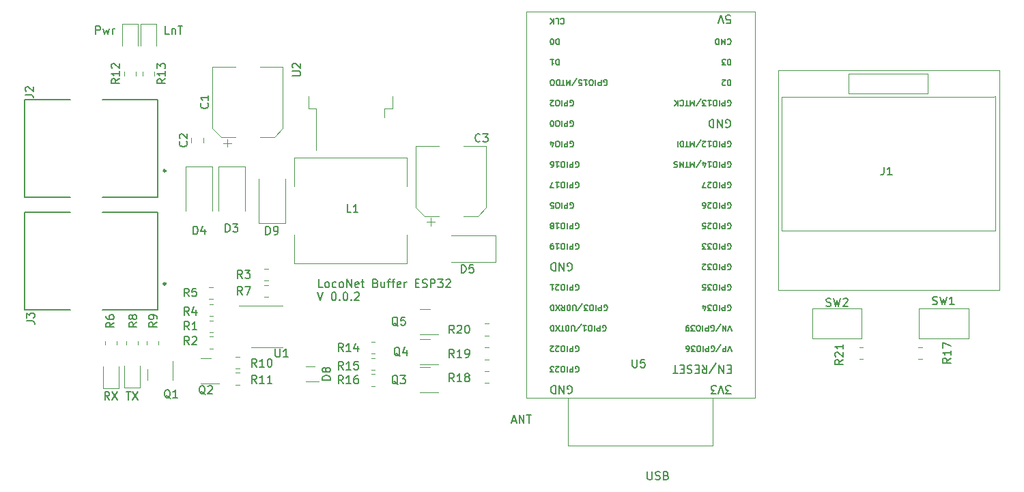
<source format=gbr>
G04 #@! TF.GenerationSoftware,KiCad,Pcbnew,7.0.5.1-1-g8f565ef7f0-dirty-deb11*
G04 #@! TF.CreationDate,2023-08-14T13:53:04+00:00*
G04 #@! TF.ProjectId,LocoBuffer,4c6f636f-4275-4666-9665-722e6b696361,0.0.1*
G04 #@! TF.SameCoordinates,Original*
G04 #@! TF.FileFunction,Legend,Top*
G04 #@! TF.FilePolarity,Positive*
%FSLAX46Y46*%
G04 Gerber Fmt 4.6, Leading zero omitted, Abs format (unit mm)*
G04 Created by KiCad (PCBNEW 7.0.5.1-1-g8f565ef7f0-dirty-deb11) date 2023-08-14 13:53:04*
%MOMM*%
%LPD*%
G01*
G04 APERTURE LIST*
%ADD10C,0.150000*%
%ADD11C,0.120000*%
%ADD12C,0.127000*%
%ADD13C,0.300000*%
%ADD14C,3.450000*%
%ADD15R,1.398000X1.398000*%
%ADD16C,1.398000*%
%ADD17C,5.700000*%
%ADD18R,2.000000X1.200000*%
%ADD19O,2.000000X1.200000*%
%ADD20R,0.850000X0.650000*%
%ADD21R,1.500000X1.500000*%
%ADD22R,3.250000X5.500000*%
%ADD23O,1.600000X2.000000*%
G04 APERTURE END LIST*
D10*
X40867039Y-119199819D02*
X40533706Y-118723628D01*
X40295611Y-119199819D02*
X40295611Y-118199819D01*
X40295611Y-118199819D02*
X40676563Y-118199819D01*
X40676563Y-118199819D02*
X40771801Y-118247438D01*
X40771801Y-118247438D02*
X40819420Y-118295057D01*
X40819420Y-118295057D02*
X40867039Y-118390295D01*
X40867039Y-118390295D02*
X40867039Y-118533152D01*
X40867039Y-118533152D02*
X40819420Y-118628390D01*
X40819420Y-118628390D02*
X40771801Y-118676009D01*
X40771801Y-118676009D02*
X40676563Y-118723628D01*
X40676563Y-118723628D02*
X40295611Y-118723628D01*
X41200373Y-118199819D02*
X41867039Y-119199819D01*
X41867039Y-118199819D02*
X41200373Y-119199819D01*
X67312969Y-105259819D02*
X66836779Y-105259819D01*
X66836779Y-105259819D02*
X66836779Y-104259819D01*
X67789160Y-105259819D02*
X67693922Y-105212200D01*
X67693922Y-105212200D02*
X67646303Y-105164580D01*
X67646303Y-105164580D02*
X67598684Y-105069342D01*
X67598684Y-105069342D02*
X67598684Y-104783628D01*
X67598684Y-104783628D02*
X67646303Y-104688390D01*
X67646303Y-104688390D02*
X67693922Y-104640771D01*
X67693922Y-104640771D02*
X67789160Y-104593152D01*
X67789160Y-104593152D02*
X67932017Y-104593152D01*
X67932017Y-104593152D02*
X68027255Y-104640771D01*
X68027255Y-104640771D02*
X68074874Y-104688390D01*
X68074874Y-104688390D02*
X68122493Y-104783628D01*
X68122493Y-104783628D02*
X68122493Y-105069342D01*
X68122493Y-105069342D02*
X68074874Y-105164580D01*
X68074874Y-105164580D02*
X68027255Y-105212200D01*
X68027255Y-105212200D02*
X67932017Y-105259819D01*
X67932017Y-105259819D02*
X67789160Y-105259819D01*
X68979636Y-105212200D02*
X68884398Y-105259819D01*
X68884398Y-105259819D02*
X68693922Y-105259819D01*
X68693922Y-105259819D02*
X68598684Y-105212200D01*
X68598684Y-105212200D02*
X68551065Y-105164580D01*
X68551065Y-105164580D02*
X68503446Y-105069342D01*
X68503446Y-105069342D02*
X68503446Y-104783628D01*
X68503446Y-104783628D02*
X68551065Y-104688390D01*
X68551065Y-104688390D02*
X68598684Y-104640771D01*
X68598684Y-104640771D02*
X68693922Y-104593152D01*
X68693922Y-104593152D02*
X68884398Y-104593152D01*
X68884398Y-104593152D02*
X68979636Y-104640771D01*
X69551065Y-105259819D02*
X69455827Y-105212200D01*
X69455827Y-105212200D02*
X69408208Y-105164580D01*
X69408208Y-105164580D02*
X69360589Y-105069342D01*
X69360589Y-105069342D02*
X69360589Y-104783628D01*
X69360589Y-104783628D02*
X69408208Y-104688390D01*
X69408208Y-104688390D02*
X69455827Y-104640771D01*
X69455827Y-104640771D02*
X69551065Y-104593152D01*
X69551065Y-104593152D02*
X69693922Y-104593152D01*
X69693922Y-104593152D02*
X69789160Y-104640771D01*
X69789160Y-104640771D02*
X69836779Y-104688390D01*
X69836779Y-104688390D02*
X69884398Y-104783628D01*
X69884398Y-104783628D02*
X69884398Y-105069342D01*
X69884398Y-105069342D02*
X69836779Y-105164580D01*
X69836779Y-105164580D02*
X69789160Y-105212200D01*
X69789160Y-105212200D02*
X69693922Y-105259819D01*
X69693922Y-105259819D02*
X69551065Y-105259819D01*
X70312970Y-105259819D02*
X70312970Y-104259819D01*
X70312970Y-104259819D02*
X70884398Y-105259819D01*
X70884398Y-105259819D02*
X70884398Y-104259819D01*
X71741541Y-105212200D02*
X71646303Y-105259819D01*
X71646303Y-105259819D02*
X71455827Y-105259819D01*
X71455827Y-105259819D02*
X71360589Y-105212200D01*
X71360589Y-105212200D02*
X71312970Y-105116961D01*
X71312970Y-105116961D02*
X71312970Y-104736009D01*
X71312970Y-104736009D02*
X71360589Y-104640771D01*
X71360589Y-104640771D02*
X71455827Y-104593152D01*
X71455827Y-104593152D02*
X71646303Y-104593152D01*
X71646303Y-104593152D02*
X71741541Y-104640771D01*
X71741541Y-104640771D02*
X71789160Y-104736009D01*
X71789160Y-104736009D02*
X71789160Y-104831247D01*
X71789160Y-104831247D02*
X71312970Y-104926485D01*
X72074875Y-104593152D02*
X72455827Y-104593152D01*
X72217732Y-104259819D02*
X72217732Y-105116961D01*
X72217732Y-105116961D02*
X72265351Y-105212200D01*
X72265351Y-105212200D02*
X72360589Y-105259819D01*
X72360589Y-105259819D02*
X72455827Y-105259819D01*
X73884399Y-104736009D02*
X74027256Y-104783628D01*
X74027256Y-104783628D02*
X74074875Y-104831247D01*
X74074875Y-104831247D02*
X74122494Y-104926485D01*
X74122494Y-104926485D02*
X74122494Y-105069342D01*
X74122494Y-105069342D02*
X74074875Y-105164580D01*
X74074875Y-105164580D02*
X74027256Y-105212200D01*
X74027256Y-105212200D02*
X73932018Y-105259819D01*
X73932018Y-105259819D02*
X73551066Y-105259819D01*
X73551066Y-105259819D02*
X73551066Y-104259819D01*
X73551066Y-104259819D02*
X73884399Y-104259819D01*
X73884399Y-104259819D02*
X73979637Y-104307438D01*
X73979637Y-104307438D02*
X74027256Y-104355057D01*
X74027256Y-104355057D02*
X74074875Y-104450295D01*
X74074875Y-104450295D02*
X74074875Y-104545533D01*
X74074875Y-104545533D02*
X74027256Y-104640771D01*
X74027256Y-104640771D02*
X73979637Y-104688390D01*
X73979637Y-104688390D02*
X73884399Y-104736009D01*
X73884399Y-104736009D02*
X73551066Y-104736009D01*
X74979637Y-104593152D02*
X74979637Y-105259819D01*
X74551066Y-104593152D02*
X74551066Y-105116961D01*
X74551066Y-105116961D02*
X74598685Y-105212200D01*
X74598685Y-105212200D02*
X74693923Y-105259819D01*
X74693923Y-105259819D02*
X74836780Y-105259819D01*
X74836780Y-105259819D02*
X74932018Y-105212200D01*
X74932018Y-105212200D02*
X74979637Y-105164580D01*
X75312971Y-104593152D02*
X75693923Y-104593152D01*
X75455828Y-105259819D02*
X75455828Y-104402676D01*
X75455828Y-104402676D02*
X75503447Y-104307438D01*
X75503447Y-104307438D02*
X75598685Y-104259819D01*
X75598685Y-104259819D02*
X75693923Y-104259819D01*
X75884400Y-104593152D02*
X76265352Y-104593152D01*
X76027257Y-105259819D02*
X76027257Y-104402676D01*
X76027257Y-104402676D02*
X76074876Y-104307438D01*
X76074876Y-104307438D02*
X76170114Y-104259819D01*
X76170114Y-104259819D02*
X76265352Y-104259819D01*
X76979638Y-105212200D02*
X76884400Y-105259819D01*
X76884400Y-105259819D02*
X76693924Y-105259819D01*
X76693924Y-105259819D02*
X76598686Y-105212200D01*
X76598686Y-105212200D02*
X76551067Y-105116961D01*
X76551067Y-105116961D02*
X76551067Y-104736009D01*
X76551067Y-104736009D02*
X76598686Y-104640771D01*
X76598686Y-104640771D02*
X76693924Y-104593152D01*
X76693924Y-104593152D02*
X76884400Y-104593152D01*
X76884400Y-104593152D02*
X76979638Y-104640771D01*
X76979638Y-104640771D02*
X77027257Y-104736009D01*
X77027257Y-104736009D02*
X77027257Y-104831247D01*
X77027257Y-104831247D02*
X76551067Y-104926485D01*
X77455829Y-105259819D02*
X77455829Y-104593152D01*
X77455829Y-104783628D02*
X77503448Y-104688390D01*
X77503448Y-104688390D02*
X77551067Y-104640771D01*
X77551067Y-104640771D02*
X77646305Y-104593152D01*
X77646305Y-104593152D02*
X77741543Y-104593152D01*
X78836782Y-104736009D02*
X79170115Y-104736009D01*
X79312972Y-105259819D02*
X78836782Y-105259819D01*
X78836782Y-105259819D02*
X78836782Y-104259819D01*
X78836782Y-104259819D02*
X79312972Y-104259819D01*
X79693925Y-105212200D02*
X79836782Y-105259819D01*
X79836782Y-105259819D02*
X80074877Y-105259819D01*
X80074877Y-105259819D02*
X80170115Y-105212200D01*
X80170115Y-105212200D02*
X80217734Y-105164580D01*
X80217734Y-105164580D02*
X80265353Y-105069342D01*
X80265353Y-105069342D02*
X80265353Y-104974104D01*
X80265353Y-104974104D02*
X80217734Y-104878866D01*
X80217734Y-104878866D02*
X80170115Y-104831247D01*
X80170115Y-104831247D02*
X80074877Y-104783628D01*
X80074877Y-104783628D02*
X79884401Y-104736009D01*
X79884401Y-104736009D02*
X79789163Y-104688390D01*
X79789163Y-104688390D02*
X79741544Y-104640771D01*
X79741544Y-104640771D02*
X79693925Y-104545533D01*
X79693925Y-104545533D02*
X79693925Y-104450295D01*
X79693925Y-104450295D02*
X79741544Y-104355057D01*
X79741544Y-104355057D02*
X79789163Y-104307438D01*
X79789163Y-104307438D02*
X79884401Y-104259819D01*
X79884401Y-104259819D02*
X80122496Y-104259819D01*
X80122496Y-104259819D02*
X80265353Y-104307438D01*
X80693925Y-105259819D02*
X80693925Y-104259819D01*
X80693925Y-104259819D02*
X81074877Y-104259819D01*
X81074877Y-104259819D02*
X81170115Y-104307438D01*
X81170115Y-104307438D02*
X81217734Y-104355057D01*
X81217734Y-104355057D02*
X81265353Y-104450295D01*
X81265353Y-104450295D02*
X81265353Y-104593152D01*
X81265353Y-104593152D02*
X81217734Y-104688390D01*
X81217734Y-104688390D02*
X81170115Y-104736009D01*
X81170115Y-104736009D02*
X81074877Y-104783628D01*
X81074877Y-104783628D02*
X80693925Y-104783628D01*
X81598687Y-104259819D02*
X82217734Y-104259819D01*
X82217734Y-104259819D02*
X81884401Y-104640771D01*
X81884401Y-104640771D02*
X82027258Y-104640771D01*
X82027258Y-104640771D02*
X82122496Y-104688390D01*
X82122496Y-104688390D02*
X82170115Y-104736009D01*
X82170115Y-104736009D02*
X82217734Y-104831247D01*
X82217734Y-104831247D02*
X82217734Y-105069342D01*
X82217734Y-105069342D02*
X82170115Y-105164580D01*
X82170115Y-105164580D02*
X82122496Y-105212200D01*
X82122496Y-105212200D02*
X82027258Y-105259819D01*
X82027258Y-105259819D02*
X81741544Y-105259819D01*
X81741544Y-105259819D02*
X81646306Y-105212200D01*
X81646306Y-105212200D02*
X81598687Y-105164580D01*
X82598687Y-104355057D02*
X82646306Y-104307438D01*
X82646306Y-104307438D02*
X82741544Y-104259819D01*
X82741544Y-104259819D02*
X82979639Y-104259819D01*
X82979639Y-104259819D02*
X83074877Y-104307438D01*
X83074877Y-104307438D02*
X83122496Y-104355057D01*
X83122496Y-104355057D02*
X83170115Y-104450295D01*
X83170115Y-104450295D02*
X83170115Y-104545533D01*
X83170115Y-104545533D02*
X83122496Y-104688390D01*
X83122496Y-104688390D02*
X82551068Y-105259819D01*
X82551068Y-105259819D02*
X83170115Y-105259819D01*
X66693922Y-105869819D02*
X67027255Y-106869819D01*
X67027255Y-106869819D02*
X67360588Y-105869819D01*
X68646303Y-105869819D02*
X68741541Y-105869819D01*
X68741541Y-105869819D02*
X68836779Y-105917438D01*
X68836779Y-105917438D02*
X68884398Y-105965057D01*
X68884398Y-105965057D02*
X68932017Y-106060295D01*
X68932017Y-106060295D02*
X68979636Y-106250771D01*
X68979636Y-106250771D02*
X68979636Y-106488866D01*
X68979636Y-106488866D02*
X68932017Y-106679342D01*
X68932017Y-106679342D02*
X68884398Y-106774580D01*
X68884398Y-106774580D02*
X68836779Y-106822200D01*
X68836779Y-106822200D02*
X68741541Y-106869819D01*
X68741541Y-106869819D02*
X68646303Y-106869819D01*
X68646303Y-106869819D02*
X68551065Y-106822200D01*
X68551065Y-106822200D02*
X68503446Y-106774580D01*
X68503446Y-106774580D02*
X68455827Y-106679342D01*
X68455827Y-106679342D02*
X68408208Y-106488866D01*
X68408208Y-106488866D02*
X68408208Y-106250771D01*
X68408208Y-106250771D02*
X68455827Y-106060295D01*
X68455827Y-106060295D02*
X68503446Y-105965057D01*
X68503446Y-105965057D02*
X68551065Y-105917438D01*
X68551065Y-105917438D02*
X68646303Y-105869819D01*
X69408208Y-106774580D02*
X69455827Y-106822200D01*
X69455827Y-106822200D02*
X69408208Y-106869819D01*
X69408208Y-106869819D02*
X69360589Y-106822200D01*
X69360589Y-106822200D02*
X69408208Y-106774580D01*
X69408208Y-106774580D02*
X69408208Y-106869819D01*
X70074874Y-105869819D02*
X70170112Y-105869819D01*
X70170112Y-105869819D02*
X70265350Y-105917438D01*
X70265350Y-105917438D02*
X70312969Y-105965057D01*
X70312969Y-105965057D02*
X70360588Y-106060295D01*
X70360588Y-106060295D02*
X70408207Y-106250771D01*
X70408207Y-106250771D02*
X70408207Y-106488866D01*
X70408207Y-106488866D02*
X70360588Y-106679342D01*
X70360588Y-106679342D02*
X70312969Y-106774580D01*
X70312969Y-106774580D02*
X70265350Y-106822200D01*
X70265350Y-106822200D02*
X70170112Y-106869819D01*
X70170112Y-106869819D02*
X70074874Y-106869819D01*
X70074874Y-106869819D02*
X69979636Y-106822200D01*
X69979636Y-106822200D02*
X69932017Y-106774580D01*
X69932017Y-106774580D02*
X69884398Y-106679342D01*
X69884398Y-106679342D02*
X69836779Y-106488866D01*
X69836779Y-106488866D02*
X69836779Y-106250771D01*
X69836779Y-106250771D02*
X69884398Y-106060295D01*
X69884398Y-106060295D02*
X69932017Y-105965057D01*
X69932017Y-105965057D02*
X69979636Y-105917438D01*
X69979636Y-105917438D02*
X70074874Y-105869819D01*
X70836779Y-106774580D02*
X70884398Y-106822200D01*
X70884398Y-106822200D02*
X70836779Y-106869819D01*
X70836779Y-106869819D02*
X70789160Y-106822200D01*
X70789160Y-106822200D02*
X70836779Y-106774580D01*
X70836779Y-106774580D02*
X70836779Y-106869819D01*
X71265350Y-105965057D02*
X71312969Y-105917438D01*
X71312969Y-105917438D02*
X71408207Y-105869819D01*
X71408207Y-105869819D02*
X71646302Y-105869819D01*
X71646302Y-105869819D02*
X71741540Y-105917438D01*
X71741540Y-105917438D02*
X71789159Y-105965057D01*
X71789159Y-105965057D02*
X71836778Y-106060295D01*
X71836778Y-106060295D02*
X71836778Y-106155533D01*
X71836778Y-106155533D02*
X71789159Y-106298390D01*
X71789159Y-106298390D02*
X71217731Y-106869819D01*
X71217731Y-106869819D02*
X71836778Y-106869819D01*
X48254874Y-73822319D02*
X47778684Y-73822319D01*
X47778684Y-73822319D02*
X47778684Y-72822319D01*
X48588208Y-73155652D02*
X48588208Y-73822319D01*
X48588208Y-73250890D02*
X48635827Y-73203271D01*
X48635827Y-73203271D02*
X48731065Y-73155652D01*
X48731065Y-73155652D02*
X48873922Y-73155652D01*
X48873922Y-73155652D02*
X48969160Y-73203271D01*
X48969160Y-73203271D02*
X49016779Y-73298509D01*
X49016779Y-73298509D02*
X49016779Y-73822319D01*
X49350113Y-72822319D02*
X49921541Y-72822319D01*
X49635827Y-73822319D02*
X49635827Y-72822319D01*
X42938801Y-118199819D02*
X43510229Y-118199819D01*
X43224515Y-119199819D02*
X43224515Y-118199819D01*
X43748325Y-118199819D02*
X44414991Y-119199819D01*
X44414991Y-118199819D02*
X43748325Y-119199819D01*
X39184839Y-73822319D02*
X39184839Y-72822319D01*
X39184839Y-72822319D02*
X39565791Y-72822319D01*
X39565791Y-72822319D02*
X39661029Y-72869938D01*
X39661029Y-72869938D02*
X39708648Y-72917557D01*
X39708648Y-72917557D02*
X39756267Y-73012795D01*
X39756267Y-73012795D02*
X39756267Y-73155652D01*
X39756267Y-73155652D02*
X39708648Y-73250890D01*
X39708648Y-73250890D02*
X39661029Y-73298509D01*
X39661029Y-73298509D02*
X39565791Y-73346128D01*
X39565791Y-73346128D02*
X39184839Y-73346128D01*
X40089601Y-73155652D02*
X40280077Y-73822319D01*
X40280077Y-73822319D02*
X40470553Y-73346128D01*
X40470553Y-73346128D02*
X40661029Y-73822319D01*
X40661029Y-73822319D02*
X40851505Y-73155652D01*
X41232458Y-73822319D02*
X41232458Y-73155652D01*
X41232458Y-73346128D02*
X41280077Y-73250890D01*
X41280077Y-73250890D02*
X41327696Y-73203271D01*
X41327696Y-73203271D02*
X41422934Y-73155652D01*
X41422934Y-73155652D02*
X41518172Y-73155652D01*
X107586779Y-128119819D02*
X107586779Y-128929342D01*
X107586779Y-128929342D02*
X107634398Y-129024580D01*
X107634398Y-129024580D02*
X107682017Y-129072200D01*
X107682017Y-129072200D02*
X107777255Y-129119819D01*
X107777255Y-129119819D02*
X107967731Y-129119819D01*
X107967731Y-129119819D02*
X108062969Y-129072200D01*
X108062969Y-129072200D02*
X108110588Y-129024580D01*
X108110588Y-129024580D02*
X108158207Y-128929342D01*
X108158207Y-128929342D02*
X108158207Y-128119819D01*
X108586779Y-129072200D02*
X108729636Y-129119819D01*
X108729636Y-129119819D02*
X108967731Y-129119819D01*
X108967731Y-129119819D02*
X109062969Y-129072200D01*
X109062969Y-129072200D02*
X109110588Y-129024580D01*
X109110588Y-129024580D02*
X109158207Y-128929342D01*
X109158207Y-128929342D02*
X109158207Y-128834104D01*
X109158207Y-128834104D02*
X109110588Y-128738866D01*
X109110588Y-128738866D02*
X109062969Y-128691247D01*
X109062969Y-128691247D02*
X108967731Y-128643628D01*
X108967731Y-128643628D02*
X108777255Y-128596009D01*
X108777255Y-128596009D02*
X108682017Y-128548390D01*
X108682017Y-128548390D02*
X108634398Y-128500771D01*
X108634398Y-128500771D02*
X108586779Y-128405533D01*
X108586779Y-128405533D02*
X108586779Y-128310295D01*
X108586779Y-128310295D02*
X108634398Y-128215057D01*
X108634398Y-128215057D02*
X108682017Y-128167438D01*
X108682017Y-128167438D02*
X108777255Y-128119819D01*
X108777255Y-128119819D02*
X109015350Y-128119819D01*
X109015350Y-128119819D02*
X109158207Y-128167438D01*
X109920112Y-128596009D02*
X110062969Y-128643628D01*
X110062969Y-128643628D02*
X110110588Y-128691247D01*
X110110588Y-128691247D02*
X110158207Y-128786485D01*
X110158207Y-128786485D02*
X110158207Y-128929342D01*
X110158207Y-128929342D02*
X110110588Y-129024580D01*
X110110588Y-129024580D02*
X110062969Y-129072200D01*
X110062969Y-129072200D02*
X109967731Y-129119819D01*
X109967731Y-129119819D02*
X109586779Y-129119819D01*
X109586779Y-129119819D02*
X109586779Y-128119819D01*
X109586779Y-128119819D02*
X109920112Y-128119819D01*
X109920112Y-128119819D02*
X110015350Y-128167438D01*
X110015350Y-128167438D02*
X110062969Y-128215057D01*
X110062969Y-128215057D02*
X110110588Y-128310295D01*
X110110588Y-128310295D02*
X110110588Y-128405533D01*
X110110588Y-128405533D02*
X110062969Y-128500771D01*
X110062969Y-128500771D02*
X110015350Y-128548390D01*
X110015350Y-128548390D02*
X109920112Y-128596009D01*
X109920112Y-128596009D02*
X109586779Y-128596009D01*
X90789160Y-121834104D02*
X91265350Y-121834104D01*
X90693922Y-122119819D02*
X91027255Y-121119819D01*
X91027255Y-121119819D02*
X91360588Y-122119819D01*
X91693922Y-122119819D02*
X91693922Y-121119819D01*
X91693922Y-121119819D02*
X92265350Y-122119819D01*
X92265350Y-122119819D02*
X92265350Y-121119819D01*
X92598684Y-121119819D02*
X93170112Y-121119819D01*
X92884398Y-122119819D02*
X92884398Y-121119819D01*
X30442286Y-81359663D02*
X31157280Y-81359663D01*
X31157280Y-81359663D02*
X31300279Y-81407330D01*
X31300279Y-81407330D02*
X31395612Y-81502662D01*
X31395612Y-81502662D02*
X31443278Y-81645661D01*
X31443278Y-81645661D02*
X31443278Y-81740994D01*
X30537618Y-80930666D02*
X30489952Y-80883000D01*
X30489952Y-80883000D02*
X30442286Y-80787668D01*
X30442286Y-80787668D02*
X30442286Y-80549336D01*
X30442286Y-80549336D02*
X30489952Y-80454004D01*
X30489952Y-80454004D02*
X30537618Y-80406337D01*
X30537618Y-80406337D02*
X30632951Y-80358671D01*
X30632951Y-80358671D02*
X30728284Y-80358671D01*
X30728284Y-80358671D02*
X30871282Y-80406337D01*
X30871282Y-80406337D02*
X31443278Y-80978333D01*
X31443278Y-80978333D02*
X31443278Y-80358671D01*
X30569286Y-109426663D02*
X31284280Y-109426663D01*
X31284280Y-109426663D02*
X31427279Y-109474330D01*
X31427279Y-109474330D02*
X31522612Y-109569662D01*
X31522612Y-109569662D02*
X31570278Y-109712661D01*
X31570278Y-109712661D02*
X31570278Y-109807994D01*
X30569286Y-109045333D02*
X30569286Y-108425671D01*
X30569286Y-108425671D02*
X30950616Y-108759335D01*
X30950616Y-108759335D02*
X30950616Y-108616336D01*
X30950616Y-108616336D02*
X30998282Y-108521004D01*
X30998282Y-108521004D02*
X31045949Y-108473337D01*
X31045949Y-108473337D02*
X31141281Y-108425671D01*
X31141281Y-108425671D02*
X31379613Y-108425671D01*
X31379613Y-108425671D02*
X31474945Y-108473337D01*
X31474945Y-108473337D02*
X31522612Y-108521004D01*
X31522612Y-108521004D02*
X31570278Y-108616336D01*
X31570278Y-108616336D02*
X31570278Y-108902334D01*
X31570278Y-108902334D02*
X31522612Y-108997666D01*
X31522612Y-108997666D02*
X31474945Y-109045333D01*
X50754633Y-110509619D02*
X50421300Y-110033428D01*
X50183205Y-110509619D02*
X50183205Y-109509619D01*
X50183205Y-109509619D02*
X50564157Y-109509619D01*
X50564157Y-109509619D02*
X50659395Y-109557238D01*
X50659395Y-109557238D02*
X50707014Y-109604857D01*
X50707014Y-109604857D02*
X50754633Y-109700095D01*
X50754633Y-109700095D02*
X50754633Y-109842952D01*
X50754633Y-109842952D02*
X50707014Y-109938190D01*
X50707014Y-109938190D02*
X50659395Y-109985809D01*
X50659395Y-109985809D02*
X50564157Y-110033428D01*
X50564157Y-110033428D02*
X50183205Y-110033428D01*
X51707014Y-110509619D02*
X51135586Y-110509619D01*
X51421300Y-110509619D02*
X51421300Y-109509619D01*
X51421300Y-109509619D02*
X51326062Y-109652476D01*
X51326062Y-109652476D02*
X51230824Y-109747714D01*
X51230824Y-109747714D02*
X51135586Y-109795333D01*
X50764633Y-112359419D02*
X50431300Y-111883228D01*
X50193205Y-112359419D02*
X50193205Y-111359419D01*
X50193205Y-111359419D02*
X50574157Y-111359419D01*
X50574157Y-111359419D02*
X50669395Y-111407038D01*
X50669395Y-111407038D02*
X50717014Y-111454657D01*
X50717014Y-111454657D02*
X50764633Y-111549895D01*
X50764633Y-111549895D02*
X50764633Y-111692752D01*
X50764633Y-111692752D02*
X50717014Y-111787990D01*
X50717014Y-111787990D02*
X50669395Y-111835609D01*
X50669395Y-111835609D02*
X50574157Y-111883228D01*
X50574157Y-111883228D02*
X50193205Y-111883228D01*
X51145586Y-111454657D02*
X51193205Y-111407038D01*
X51193205Y-111407038D02*
X51288443Y-111359419D01*
X51288443Y-111359419D02*
X51526538Y-111359419D01*
X51526538Y-111359419D02*
X51621776Y-111407038D01*
X51621776Y-111407038D02*
X51669395Y-111454657D01*
X51669395Y-111454657D02*
X51717014Y-111549895D01*
X51717014Y-111549895D02*
X51717014Y-111645133D01*
X51717014Y-111645133D02*
X51669395Y-111787990D01*
X51669395Y-111787990D02*
X51097967Y-112359419D01*
X51097967Y-112359419D02*
X51717014Y-112359419D01*
X57341333Y-104129819D02*
X57008000Y-103653628D01*
X56769905Y-104129819D02*
X56769905Y-103129819D01*
X56769905Y-103129819D02*
X57150857Y-103129819D01*
X57150857Y-103129819D02*
X57246095Y-103177438D01*
X57246095Y-103177438D02*
X57293714Y-103225057D01*
X57293714Y-103225057D02*
X57341333Y-103320295D01*
X57341333Y-103320295D02*
X57341333Y-103463152D01*
X57341333Y-103463152D02*
X57293714Y-103558390D01*
X57293714Y-103558390D02*
X57246095Y-103606009D01*
X57246095Y-103606009D02*
X57150857Y-103653628D01*
X57150857Y-103653628D02*
X56769905Y-103653628D01*
X57674667Y-103129819D02*
X58293714Y-103129819D01*
X58293714Y-103129819D02*
X57960381Y-103510771D01*
X57960381Y-103510771D02*
X58103238Y-103510771D01*
X58103238Y-103510771D02*
X58198476Y-103558390D01*
X58198476Y-103558390D02*
X58246095Y-103606009D01*
X58246095Y-103606009D02*
X58293714Y-103701247D01*
X58293714Y-103701247D02*
X58293714Y-103939342D01*
X58293714Y-103939342D02*
X58246095Y-104034580D01*
X58246095Y-104034580D02*
X58198476Y-104082200D01*
X58198476Y-104082200D02*
X58103238Y-104129819D01*
X58103238Y-104129819D02*
X57817524Y-104129819D01*
X57817524Y-104129819D02*
X57722286Y-104082200D01*
X57722286Y-104082200D02*
X57674667Y-104034580D01*
X50737333Y-108701819D02*
X50404000Y-108225628D01*
X50165905Y-108701819D02*
X50165905Y-107701819D01*
X50165905Y-107701819D02*
X50546857Y-107701819D01*
X50546857Y-107701819D02*
X50642095Y-107749438D01*
X50642095Y-107749438D02*
X50689714Y-107797057D01*
X50689714Y-107797057D02*
X50737333Y-107892295D01*
X50737333Y-107892295D02*
X50737333Y-108035152D01*
X50737333Y-108035152D02*
X50689714Y-108130390D01*
X50689714Y-108130390D02*
X50642095Y-108178009D01*
X50642095Y-108178009D02*
X50546857Y-108225628D01*
X50546857Y-108225628D02*
X50165905Y-108225628D01*
X51594476Y-108035152D02*
X51594476Y-108701819D01*
X51356381Y-107654200D02*
X51118286Y-108368485D01*
X51118286Y-108368485D02*
X51737333Y-108368485D01*
X50711933Y-106390419D02*
X50378600Y-105914228D01*
X50140505Y-106390419D02*
X50140505Y-105390419D01*
X50140505Y-105390419D02*
X50521457Y-105390419D01*
X50521457Y-105390419D02*
X50616695Y-105438038D01*
X50616695Y-105438038D02*
X50664314Y-105485657D01*
X50664314Y-105485657D02*
X50711933Y-105580895D01*
X50711933Y-105580895D02*
X50711933Y-105723752D01*
X50711933Y-105723752D02*
X50664314Y-105818990D01*
X50664314Y-105818990D02*
X50616695Y-105866609D01*
X50616695Y-105866609D02*
X50521457Y-105914228D01*
X50521457Y-105914228D02*
X50140505Y-105914228D01*
X51616695Y-105390419D02*
X51140505Y-105390419D01*
X51140505Y-105390419D02*
X51092886Y-105866609D01*
X51092886Y-105866609D02*
X51140505Y-105818990D01*
X51140505Y-105818990D02*
X51235743Y-105771371D01*
X51235743Y-105771371D02*
X51473838Y-105771371D01*
X51473838Y-105771371D02*
X51569076Y-105818990D01*
X51569076Y-105818990D02*
X51616695Y-105866609D01*
X51616695Y-105866609D02*
X51664314Y-105961847D01*
X51664314Y-105961847D02*
X51664314Y-106199942D01*
X51664314Y-106199942D02*
X51616695Y-106295180D01*
X51616695Y-106295180D02*
X51569076Y-106342800D01*
X51569076Y-106342800D02*
X51473838Y-106390419D01*
X51473838Y-106390419D02*
X51235743Y-106390419D01*
X51235743Y-106390419D02*
X51140505Y-106342800D01*
X51140505Y-106342800D02*
X51092886Y-106295180D01*
X41416525Y-109624666D02*
X40940334Y-109957999D01*
X41416525Y-110196094D02*
X40416525Y-110196094D01*
X40416525Y-110196094D02*
X40416525Y-109815142D01*
X40416525Y-109815142D02*
X40464144Y-109719904D01*
X40464144Y-109719904D02*
X40511763Y-109672285D01*
X40511763Y-109672285D02*
X40607001Y-109624666D01*
X40607001Y-109624666D02*
X40749858Y-109624666D01*
X40749858Y-109624666D02*
X40845096Y-109672285D01*
X40845096Y-109672285D02*
X40892715Y-109719904D01*
X40892715Y-109719904D02*
X40940334Y-109815142D01*
X40940334Y-109815142D02*
X40940334Y-110196094D01*
X40416525Y-108767523D02*
X40416525Y-108957999D01*
X40416525Y-108957999D02*
X40464144Y-109053237D01*
X40464144Y-109053237D02*
X40511763Y-109100856D01*
X40511763Y-109100856D02*
X40654620Y-109196094D01*
X40654620Y-109196094D02*
X40845096Y-109243713D01*
X40845096Y-109243713D02*
X41226048Y-109243713D01*
X41226048Y-109243713D02*
X41321286Y-109196094D01*
X41321286Y-109196094D02*
X41368906Y-109148475D01*
X41368906Y-109148475D02*
X41416525Y-109053237D01*
X41416525Y-109053237D02*
X41416525Y-108862761D01*
X41416525Y-108862761D02*
X41368906Y-108767523D01*
X41368906Y-108767523D02*
X41321286Y-108719904D01*
X41321286Y-108719904D02*
X41226048Y-108672285D01*
X41226048Y-108672285D02*
X40987953Y-108672285D01*
X40987953Y-108672285D02*
X40892715Y-108719904D01*
X40892715Y-108719904D02*
X40845096Y-108767523D01*
X40845096Y-108767523D02*
X40797477Y-108862761D01*
X40797477Y-108862761D02*
X40797477Y-109053237D01*
X40797477Y-109053237D02*
X40845096Y-109148475D01*
X40845096Y-109148475D02*
X40892715Y-109196094D01*
X40892715Y-109196094D02*
X40987953Y-109243713D01*
X57341333Y-106161819D02*
X57008000Y-105685628D01*
X56769905Y-106161819D02*
X56769905Y-105161819D01*
X56769905Y-105161819D02*
X57150857Y-105161819D01*
X57150857Y-105161819D02*
X57246095Y-105209438D01*
X57246095Y-105209438D02*
X57293714Y-105257057D01*
X57293714Y-105257057D02*
X57341333Y-105352295D01*
X57341333Y-105352295D02*
X57341333Y-105495152D01*
X57341333Y-105495152D02*
X57293714Y-105590390D01*
X57293714Y-105590390D02*
X57246095Y-105638009D01*
X57246095Y-105638009D02*
X57150857Y-105685628D01*
X57150857Y-105685628D02*
X56769905Y-105685628D01*
X57674667Y-105161819D02*
X58341333Y-105161819D01*
X58341333Y-105161819D02*
X57912762Y-106161819D01*
X44257525Y-109599166D02*
X43781334Y-109932499D01*
X44257525Y-110170594D02*
X43257525Y-110170594D01*
X43257525Y-110170594D02*
X43257525Y-109789642D01*
X43257525Y-109789642D02*
X43305144Y-109694404D01*
X43305144Y-109694404D02*
X43352763Y-109646785D01*
X43352763Y-109646785D02*
X43448001Y-109599166D01*
X43448001Y-109599166D02*
X43590858Y-109599166D01*
X43590858Y-109599166D02*
X43686096Y-109646785D01*
X43686096Y-109646785D02*
X43733715Y-109694404D01*
X43733715Y-109694404D02*
X43781334Y-109789642D01*
X43781334Y-109789642D02*
X43781334Y-110170594D01*
X43686096Y-109027737D02*
X43638477Y-109122975D01*
X43638477Y-109122975D02*
X43590858Y-109170594D01*
X43590858Y-109170594D02*
X43495620Y-109218213D01*
X43495620Y-109218213D02*
X43448001Y-109218213D01*
X43448001Y-109218213D02*
X43352763Y-109170594D01*
X43352763Y-109170594D02*
X43305144Y-109122975D01*
X43305144Y-109122975D02*
X43257525Y-109027737D01*
X43257525Y-109027737D02*
X43257525Y-108837261D01*
X43257525Y-108837261D02*
X43305144Y-108742023D01*
X43305144Y-108742023D02*
X43352763Y-108694404D01*
X43352763Y-108694404D02*
X43448001Y-108646785D01*
X43448001Y-108646785D02*
X43495620Y-108646785D01*
X43495620Y-108646785D02*
X43590858Y-108694404D01*
X43590858Y-108694404D02*
X43638477Y-108742023D01*
X43638477Y-108742023D02*
X43686096Y-108837261D01*
X43686096Y-108837261D02*
X43686096Y-109027737D01*
X43686096Y-109027737D02*
X43733715Y-109122975D01*
X43733715Y-109122975D02*
X43781334Y-109170594D01*
X43781334Y-109170594D02*
X43876572Y-109218213D01*
X43876572Y-109218213D02*
X44067048Y-109218213D01*
X44067048Y-109218213D02*
X44162286Y-109170594D01*
X44162286Y-109170594D02*
X44209906Y-109122975D01*
X44209906Y-109122975D02*
X44257525Y-109027737D01*
X44257525Y-109027737D02*
X44257525Y-108837261D01*
X44257525Y-108837261D02*
X44209906Y-108742023D01*
X44209906Y-108742023D02*
X44162286Y-108694404D01*
X44162286Y-108694404D02*
X44067048Y-108646785D01*
X44067048Y-108646785D02*
X43876572Y-108646785D01*
X43876572Y-108646785D02*
X43781334Y-108694404D01*
X43781334Y-108694404D02*
X43733715Y-108742023D01*
X43733715Y-108742023D02*
X43686096Y-108837261D01*
X46733525Y-109599166D02*
X46257334Y-109932499D01*
X46733525Y-110170594D02*
X45733525Y-110170594D01*
X45733525Y-110170594D02*
X45733525Y-109789642D01*
X45733525Y-109789642D02*
X45781144Y-109694404D01*
X45781144Y-109694404D02*
X45828763Y-109646785D01*
X45828763Y-109646785D02*
X45924001Y-109599166D01*
X45924001Y-109599166D02*
X46066858Y-109599166D01*
X46066858Y-109599166D02*
X46162096Y-109646785D01*
X46162096Y-109646785D02*
X46209715Y-109694404D01*
X46209715Y-109694404D02*
X46257334Y-109789642D01*
X46257334Y-109789642D02*
X46257334Y-110170594D01*
X46733525Y-109122975D02*
X46733525Y-108932499D01*
X46733525Y-108932499D02*
X46685906Y-108837261D01*
X46685906Y-108837261D02*
X46638286Y-108789642D01*
X46638286Y-108789642D02*
X46495429Y-108694404D01*
X46495429Y-108694404D02*
X46304953Y-108646785D01*
X46304953Y-108646785D02*
X45924001Y-108646785D01*
X45924001Y-108646785D02*
X45828763Y-108694404D01*
X45828763Y-108694404D02*
X45781144Y-108742023D01*
X45781144Y-108742023D02*
X45733525Y-108837261D01*
X45733525Y-108837261D02*
X45733525Y-109027737D01*
X45733525Y-109027737D02*
X45781144Y-109122975D01*
X45781144Y-109122975D02*
X45828763Y-109170594D01*
X45828763Y-109170594D02*
X45924001Y-109218213D01*
X45924001Y-109218213D02*
X46162096Y-109218213D01*
X46162096Y-109218213D02*
X46257334Y-109170594D01*
X46257334Y-109170594D02*
X46304953Y-109122975D01*
X46304953Y-109122975D02*
X46352572Y-109027737D01*
X46352572Y-109027737D02*
X46352572Y-108837261D01*
X46352572Y-108837261D02*
X46304953Y-108742023D01*
X46304953Y-108742023D02*
X46257334Y-108694404D01*
X46257334Y-108694404D02*
X46162096Y-108646785D01*
X59118642Y-115127819D02*
X58785309Y-114651628D01*
X58547214Y-115127819D02*
X58547214Y-114127819D01*
X58547214Y-114127819D02*
X58928166Y-114127819D01*
X58928166Y-114127819D02*
X59023404Y-114175438D01*
X59023404Y-114175438D02*
X59071023Y-114223057D01*
X59071023Y-114223057D02*
X59118642Y-114318295D01*
X59118642Y-114318295D02*
X59118642Y-114461152D01*
X59118642Y-114461152D02*
X59071023Y-114556390D01*
X59071023Y-114556390D02*
X59023404Y-114604009D01*
X59023404Y-114604009D02*
X58928166Y-114651628D01*
X58928166Y-114651628D02*
X58547214Y-114651628D01*
X60071023Y-115127819D02*
X59499595Y-115127819D01*
X59785309Y-115127819D02*
X59785309Y-114127819D01*
X59785309Y-114127819D02*
X59690071Y-114270676D01*
X59690071Y-114270676D02*
X59594833Y-114365914D01*
X59594833Y-114365914D02*
X59499595Y-114413533D01*
X60690071Y-114127819D02*
X60785309Y-114127819D01*
X60785309Y-114127819D02*
X60880547Y-114175438D01*
X60880547Y-114175438D02*
X60928166Y-114223057D01*
X60928166Y-114223057D02*
X60975785Y-114318295D01*
X60975785Y-114318295D02*
X61023404Y-114508771D01*
X61023404Y-114508771D02*
X61023404Y-114746866D01*
X61023404Y-114746866D02*
X60975785Y-114937342D01*
X60975785Y-114937342D02*
X60928166Y-115032580D01*
X60928166Y-115032580D02*
X60880547Y-115080200D01*
X60880547Y-115080200D02*
X60785309Y-115127819D01*
X60785309Y-115127819D02*
X60690071Y-115127819D01*
X60690071Y-115127819D02*
X60594833Y-115080200D01*
X60594833Y-115080200D02*
X60547214Y-115032580D01*
X60547214Y-115032580D02*
X60499595Y-114937342D01*
X60499595Y-114937342D02*
X60451976Y-114746866D01*
X60451976Y-114746866D02*
X60451976Y-114508771D01*
X60451976Y-114508771D02*
X60499595Y-114318295D01*
X60499595Y-114318295D02*
X60547214Y-114223057D01*
X60547214Y-114223057D02*
X60594833Y-114175438D01*
X60594833Y-114175438D02*
X60690071Y-114127819D01*
X59118642Y-117159819D02*
X58785309Y-116683628D01*
X58547214Y-117159819D02*
X58547214Y-116159819D01*
X58547214Y-116159819D02*
X58928166Y-116159819D01*
X58928166Y-116159819D02*
X59023404Y-116207438D01*
X59023404Y-116207438D02*
X59071023Y-116255057D01*
X59071023Y-116255057D02*
X59118642Y-116350295D01*
X59118642Y-116350295D02*
X59118642Y-116493152D01*
X59118642Y-116493152D02*
X59071023Y-116588390D01*
X59071023Y-116588390D02*
X59023404Y-116636009D01*
X59023404Y-116636009D02*
X58928166Y-116683628D01*
X58928166Y-116683628D02*
X58547214Y-116683628D01*
X60071023Y-117159819D02*
X59499595Y-117159819D01*
X59785309Y-117159819D02*
X59785309Y-116159819D01*
X59785309Y-116159819D02*
X59690071Y-116302676D01*
X59690071Y-116302676D02*
X59594833Y-116397914D01*
X59594833Y-116397914D02*
X59499595Y-116445533D01*
X61023404Y-117159819D02*
X60451976Y-117159819D01*
X60737690Y-117159819D02*
X60737690Y-116159819D01*
X60737690Y-116159819D02*
X60642452Y-116302676D01*
X60642452Y-116302676D02*
X60547214Y-116397914D01*
X60547214Y-116397914D02*
X60451976Y-116445533D01*
X61445095Y-112908819D02*
X61445095Y-113718342D01*
X61445095Y-113718342D02*
X61492714Y-113813580D01*
X61492714Y-113813580D02*
X61540333Y-113861200D01*
X61540333Y-113861200D02*
X61635571Y-113908819D01*
X61635571Y-113908819D02*
X61826047Y-113908819D01*
X61826047Y-113908819D02*
X61921285Y-113861200D01*
X61921285Y-113861200D02*
X61968904Y-113813580D01*
X61968904Y-113813580D02*
X62016523Y-113718342D01*
X62016523Y-113718342D02*
X62016523Y-112908819D01*
X63016523Y-113908819D02*
X62445095Y-113908819D01*
X62730809Y-113908819D02*
X62730809Y-112908819D01*
X62730809Y-112908819D02*
X62635571Y-113051676D01*
X62635571Y-113051676D02*
X62540333Y-113146914D01*
X62540333Y-113146914D02*
X62445095Y-113194533D01*
X48418761Y-119041057D02*
X48323523Y-118993438D01*
X48323523Y-118993438D02*
X48228285Y-118898200D01*
X48228285Y-118898200D02*
X48085428Y-118755342D01*
X48085428Y-118755342D02*
X47990190Y-118707723D01*
X47990190Y-118707723D02*
X47894952Y-118707723D01*
X47942571Y-118945819D02*
X47847333Y-118898200D01*
X47847333Y-118898200D02*
X47752095Y-118802961D01*
X47752095Y-118802961D02*
X47704476Y-118612485D01*
X47704476Y-118612485D02*
X47704476Y-118279152D01*
X47704476Y-118279152D02*
X47752095Y-118088676D01*
X47752095Y-118088676D02*
X47847333Y-117993438D01*
X47847333Y-117993438D02*
X47942571Y-117945819D01*
X47942571Y-117945819D02*
X48133047Y-117945819D01*
X48133047Y-117945819D02*
X48228285Y-117993438D01*
X48228285Y-117993438D02*
X48323523Y-118088676D01*
X48323523Y-118088676D02*
X48371142Y-118279152D01*
X48371142Y-118279152D02*
X48371142Y-118612485D01*
X48371142Y-118612485D02*
X48323523Y-118802961D01*
X48323523Y-118802961D02*
X48228285Y-118898200D01*
X48228285Y-118898200D02*
X48133047Y-118945819D01*
X48133047Y-118945819D02*
X47942571Y-118945819D01*
X49323523Y-118945819D02*
X48752095Y-118945819D01*
X49037809Y-118945819D02*
X49037809Y-117945819D01*
X49037809Y-117945819D02*
X48942571Y-118088676D01*
X48942571Y-118088676D02*
X48847333Y-118183914D01*
X48847333Y-118183914D02*
X48752095Y-118231533D01*
X52738261Y-118547057D02*
X52643023Y-118499438D01*
X52643023Y-118499438D02*
X52547785Y-118404200D01*
X52547785Y-118404200D02*
X52404928Y-118261342D01*
X52404928Y-118261342D02*
X52309690Y-118213723D01*
X52309690Y-118213723D02*
X52214452Y-118213723D01*
X52262071Y-118451819D02*
X52166833Y-118404200D01*
X52166833Y-118404200D02*
X52071595Y-118308961D01*
X52071595Y-118308961D02*
X52023976Y-118118485D01*
X52023976Y-118118485D02*
X52023976Y-117785152D01*
X52023976Y-117785152D02*
X52071595Y-117594676D01*
X52071595Y-117594676D02*
X52166833Y-117499438D01*
X52166833Y-117499438D02*
X52262071Y-117451819D01*
X52262071Y-117451819D02*
X52452547Y-117451819D01*
X52452547Y-117451819D02*
X52547785Y-117499438D01*
X52547785Y-117499438D02*
X52643023Y-117594676D01*
X52643023Y-117594676D02*
X52690642Y-117785152D01*
X52690642Y-117785152D02*
X52690642Y-118118485D01*
X52690642Y-118118485D02*
X52643023Y-118308961D01*
X52643023Y-118308961D02*
X52547785Y-118404200D01*
X52547785Y-118404200D02*
X52452547Y-118451819D01*
X52452547Y-118451819D02*
X52262071Y-118451819D01*
X53071595Y-117547057D02*
X53119214Y-117499438D01*
X53119214Y-117499438D02*
X53214452Y-117451819D01*
X53214452Y-117451819D02*
X53452547Y-117451819D01*
X53452547Y-117451819D02*
X53547785Y-117499438D01*
X53547785Y-117499438D02*
X53595404Y-117547057D01*
X53595404Y-117547057D02*
X53643023Y-117642295D01*
X53643023Y-117642295D02*
X53643023Y-117737533D01*
X53643023Y-117737533D02*
X53595404Y-117880390D01*
X53595404Y-117880390D02*
X53023976Y-118451819D01*
X53023976Y-118451819D02*
X53643023Y-118451819D01*
X69857142Y-113204819D02*
X69523809Y-112728628D01*
X69285714Y-113204819D02*
X69285714Y-112204819D01*
X69285714Y-112204819D02*
X69666666Y-112204819D01*
X69666666Y-112204819D02*
X69761904Y-112252438D01*
X69761904Y-112252438D02*
X69809523Y-112300057D01*
X69809523Y-112300057D02*
X69857142Y-112395295D01*
X69857142Y-112395295D02*
X69857142Y-112538152D01*
X69857142Y-112538152D02*
X69809523Y-112633390D01*
X69809523Y-112633390D02*
X69761904Y-112681009D01*
X69761904Y-112681009D02*
X69666666Y-112728628D01*
X69666666Y-112728628D02*
X69285714Y-112728628D01*
X70809523Y-113204819D02*
X70238095Y-113204819D01*
X70523809Y-113204819D02*
X70523809Y-112204819D01*
X70523809Y-112204819D02*
X70428571Y-112347676D01*
X70428571Y-112347676D02*
X70333333Y-112442914D01*
X70333333Y-112442914D02*
X70238095Y-112490533D01*
X71666666Y-112538152D02*
X71666666Y-113204819D01*
X71428571Y-112157200D02*
X71190476Y-112871485D01*
X71190476Y-112871485D02*
X71809523Y-112871485D01*
X76904761Y-113800057D02*
X76809523Y-113752438D01*
X76809523Y-113752438D02*
X76714285Y-113657200D01*
X76714285Y-113657200D02*
X76571428Y-113514342D01*
X76571428Y-113514342D02*
X76476190Y-113466723D01*
X76476190Y-113466723D02*
X76380952Y-113466723D01*
X76428571Y-113704819D02*
X76333333Y-113657200D01*
X76333333Y-113657200D02*
X76238095Y-113561961D01*
X76238095Y-113561961D02*
X76190476Y-113371485D01*
X76190476Y-113371485D02*
X76190476Y-113038152D01*
X76190476Y-113038152D02*
X76238095Y-112847676D01*
X76238095Y-112847676D02*
X76333333Y-112752438D01*
X76333333Y-112752438D02*
X76428571Y-112704819D01*
X76428571Y-112704819D02*
X76619047Y-112704819D01*
X76619047Y-112704819D02*
X76714285Y-112752438D01*
X76714285Y-112752438D02*
X76809523Y-112847676D01*
X76809523Y-112847676D02*
X76857142Y-113038152D01*
X76857142Y-113038152D02*
X76857142Y-113371485D01*
X76857142Y-113371485D02*
X76809523Y-113561961D01*
X76809523Y-113561961D02*
X76714285Y-113657200D01*
X76714285Y-113657200D02*
X76619047Y-113704819D01*
X76619047Y-113704819D02*
X76428571Y-113704819D01*
X77714285Y-113038152D02*
X77714285Y-113704819D01*
X77476190Y-112657200D02*
X77238095Y-113371485D01*
X77238095Y-113371485D02*
X77857142Y-113371485D01*
X50429580Y-87166666D02*
X50477200Y-87214285D01*
X50477200Y-87214285D02*
X50524819Y-87357142D01*
X50524819Y-87357142D02*
X50524819Y-87452380D01*
X50524819Y-87452380D02*
X50477200Y-87595237D01*
X50477200Y-87595237D02*
X50381961Y-87690475D01*
X50381961Y-87690475D02*
X50286723Y-87738094D01*
X50286723Y-87738094D02*
X50096247Y-87785713D01*
X50096247Y-87785713D02*
X49953390Y-87785713D01*
X49953390Y-87785713D02*
X49762914Y-87738094D01*
X49762914Y-87738094D02*
X49667676Y-87690475D01*
X49667676Y-87690475D02*
X49572438Y-87595237D01*
X49572438Y-87595237D02*
X49524819Y-87452380D01*
X49524819Y-87452380D02*
X49524819Y-87357142D01*
X49524819Y-87357142D02*
X49572438Y-87214285D01*
X49572438Y-87214285D02*
X49620057Y-87166666D01*
X49620057Y-86785713D02*
X49572438Y-86738094D01*
X49572438Y-86738094D02*
X49524819Y-86642856D01*
X49524819Y-86642856D02*
X49524819Y-86404761D01*
X49524819Y-86404761D02*
X49572438Y-86309523D01*
X49572438Y-86309523D02*
X49620057Y-86261904D01*
X49620057Y-86261904D02*
X49715295Y-86214285D01*
X49715295Y-86214285D02*
X49810533Y-86214285D01*
X49810533Y-86214285D02*
X49953390Y-86261904D01*
X49953390Y-86261904D02*
X50524819Y-86833332D01*
X50524819Y-86833332D02*
X50524819Y-86214285D01*
X105728095Y-114204819D02*
X105728095Y-115014342D01*
X105728095Y-115014342D02*
X105775714Y-115109580D01*
X105775714Y-115109580D02*
X105823333Y-115157200D01*
X105823333Y-115157200D02*
X105918571Y-115204819D01*
X105918571Y-115204819D02*
X106109047Y-115204819D01*
X106109047Y-115204819D02*
X106204285Y-115157200D01*
X106204285Y-115157200D02*
X106251904Y-115109580D01*
X106251904Y-115109580D02*
X106299523Y-115014342D01*
X106299523Y-115014342D02*
X106299523Y-114204819D01*
X107251904Y-114204819D02*
X106775714Y-114204819D01*
X106775714Y-114204819D02*
X106728095Y-114681009D01*
X106728095Y-114681009D02*
X106775714Y-114633390D01*
X106775714Y-114633390D02*
X106870952Y-114585771D01*
X106870952Y-114585771D02*
X107109047Y-114585771D01*
X107109047Y-114585771D02*
X107204285Y-114633390D01*
X107204285Y-114633390D02*
X107251904Y-114681009D01*
X107251904Y-114681009D02*
X107299523Y-114776247D01*
X107299523Y-114776247D02*
X107299523Y-115014342D01*
X107299523Y-115014342D02*
X107251904Y-115109580D01*
X107251904Y-115109580D02*
X107204285Y-115157200D01*
X107204285Y-115157200D02*
X107109047Y-115204819D01*
X107109047Y-115204819D02*
X106870952Y-115204819D01*
X106870952Y-115204819D02*
X106775714Y-115157200D01*
X106775714Y-115157200D02*
X106728095Y-115109580D01*
X117547982Y-100474073D02*
X117614649Y-100507406D01*
X117614649Y-100507406D02*
X117714649Y-100507406D01*
X117714649Y-100507406D02*
X117814649Y-100474073D01*
X117814649Y-100474073D02*
X117881316Y-100407406D01*
X117881316Y-100407406D02*
X117914649Y-100340740D01*
X117914649Y-100340740D02*
X117947982Y-100207406D01*
X117947982Y-100207406D02*
X117947982Y-100107406D01*
X117947982Y-100107406D02*
X117914649Y-99974073D01*
X117914649Y-99974073D02*
X117881316Y-99907406D01*
X117881316Y-99907406D02*
X117814649Y-99840740D01*
X117814649Y-99840740D02*
X117714649Y-99807406D01*
X117714649Y-99807406D02*
X117647982Y-99807406D01*
X117647982Y-99807406D02*
X117547982Y-99840740D01*
X117547982Y-99840740D02*
X117514649Y-99874073D01*
X117514649Y-99874073D02*
X117514649Y-100107406D01*
X117514649Y-100107406D02*
X117647982Y-100107406D01*
X117214649Y-99807406D02*
X117214649Y-100507406D01*
X117214649Y-100507406D02*
X116947982Y-100507406D01*
X116947982Y-100507406D02*
X116881316Y-100474073D01*
X116881316Y-100474073D02*
X116847982Y-100440740D01*
X116847982Y-100440740D02*
X116814649Y-100374073D01*
X116814649Y-100374073D02*
X116814649Y-100274073D01*
X116814649Y-100274073D02*
X116847982Y-100207406D01*
X116847982Y-100207406D02*
X116881316Y-100174073D01*
X116881316Y-100174073D02*
X116947982Y-100140740D01*
X116947982Y-100140740D02*
X117214649Y-100140740D01*
X116514649Y-99807406D02*
X116514649Y-100507406D01*
X116047983Y-100507406D02*
X115914649Y-100507406D01*
X115914649Y-100507406D02*
X115847983Y-100474073D01*
X115847983Y-100474073D02*
X115781316Y-100407406D01*
X115781316Y-100407406D02*
X115747983Y-100274073D01*
X115747983Y-100274073D02*
X115747983Y-100040740D01*
X115747983Y-100040740D02*
X115781316Y-99907406D01*
X115781316Y-99907406D02*
X115847983Y-99840740D01*
X115847983Y-99840740D02*
X115914649Y-99807406D01*
X115914649Y-99807406D02*
X116047983Y-99807406D01*
X116047983Y-99807406D02*
X116114649Y-99840740D01*
X116114649Y-99840740D02*
X116181316Y-99907406D01*
X116181316Y-99907406D02*
X116214649Y-100040740D01*
X116214649Y-100040740D02*
X116214649Y-100274073D01*
X116214649Y-100274073D02*
X116181316Y-100407406D01*
X116181316Y-100407406D02*
X116114649Y-100474073D01*
X116114649Y-100474073D02*
X116047983Y-100507406D01*
X115514650Y-100507406D02*
X115081316Y-100507406D01*
X115081316Y-100507406D02*
X115314650Y-100240740D01*
X115314650Y-100240740D02*
X115214650Y-100240740D01*
X115214650Y-100240740D02*
X115147983Y-100207406D01*
X115147983Y-100207406D02*
X115114650Y-100174073D01*
X115114650Y-100174073D02*
X115081316Y-100107406D01*
X115081316Y-100107406D02*
X115081316Y-99940740D01*
X115081316Y-99940740D02*
X115114650Y-99874073D01*
X115114650Y-99874073D02*
X115147983Y-99840740D01*
X115147983Y-99840740D02*
X115214650Y-99807406D01*
X115214650Y-99807406D02*
X115414650Y-99807406D01*
X115414650Y-99807406D02*
X115481316Y-99840740D01*
X115481316Y-99840740D02*
X115514650Y-99874073D01*
X114847983Y-100507406D02*
X114414649Y-100507406D01*
X114414649Y-100507406D02*
X114647983Y-100240740D01*
X114647983Y-100240740D02*
X114547983Y-100240740D01*
X114547983Y-100240740D02*
X114481316Y-100207406D01*
X114481316Y-100207406D02*
X114447983Y-100174073D01*
X114447983Y-100174073D02*
X114414649Y-100107406D01*
X114414649Y-100107406D02*
X114414649Y-99940740D01*
X114414649Y-99940740D02*
X114447983Y-99874073D01*
X114447983Y-99874073D02*
X114481316Y-99840740D01*
X114481316Y-99840740D02*
X114547983Y-99807406D01*
X114547983Y-99807406D02*
X114747983Y-99807406D01*
X114747983Y-99807406D02*
X114814649Y-99840740D01*
X114814649Y-99840740D02*
X114847983Y-99874073D01*
X98685350Y-113174073D02*
X98752017Y-113207406D01*
X98752017Y-113207406D02*
X98852017Y-113207406D01*
X98852017Y-113207406D02*
X98952017Y-113174073D01*
X98952017Y-113174073D02*
X99018684Y-113107406D01*
X99018684Y-113107406D02*
X99052017Y-113040740D01*
X99052017Y-113040740D02*
X99085350Y-112907406D01*
X99085350Y-112907406D02*
X99085350Y-112807406D01*
X99085350Y-112807406D02*
X99052017Y-112674073D01*
X99052017Y-112674073D02*
X99018684Y-112607406D01*
X99018684Y-112607406D02*
X98952017Y-112540740D01*
X98952017Y-112540740D02*
X98852017Y-112507406D01*
X98852017Y-112507406D02*
X98785350Y-112507406D01*
X98785350Y-112507406D02*
X98685350Y-112540740D01*
X98685350Y-112540740D02*
X98652017Y-112574073D01*
X98652017Y-112574073D02*
X98652017Y-112807406D01*
X98652017Y-112807406D02*
X98785350Y-112807406D01*
X98352017Y-112507406D02*
X98352017Y-113207406D01*
X98352017Y-113207406D02*
X98085350Y-113207406D01*
X98085350Y-113207406D02*
X98018684Y-113174073D01*
X98018684Y-113174073D02*
X97985350Y-113140740D01*
X97985350Y-113140740D02*
X97952017Y-113074073D01*
X97952017Y-113074073D02*
X97952017Y-112974073D01*
X97952017Y-112974073D02*
X97985350Y-112907406D01*
X97985350Y-112907406D02*
X98018684Y-112874073D01*
X98018684Y-112874073D02*
X98085350Y-112840740D01*
X98085350Y-112840740D02*
X98352017Y-112840740D01*
X97652017Y-112507406D02*
X97652017Y-113207406D01*
X97185351Y-113207406D02*
X97052017Y-113207406D01*
X97052017Y-113207406D02*
X96985351Y-113174073D01*
X96985351Y-113174073D02*
X96918684Y-113107406D01*
X96918684Y-113107406D02*
X96885351Y-112974073D01*
X96885351Y-112974073D02*
X96885351Y-112740740D01*
X96885351Y-112740740D02*
X96918684Y-112607406D01*
X96918684Y-112607406D02*
X96985351Y-112540740D01*
X96985351Y-112540740D02*
X97052017Y-112507406D01*
X97052017Y-112507406D02*
X97185351Y-112507406D01*
X97185351Y-112507406D02*
X97252017Y-112540740D01*
X97252017Y-112540740D02*
X97318684Y-112607406D01*
X97318684Y-112607406D02*
X97352017Y-112740740D01*
X97352017Y-112740740D02*
X97352017Y-112974073D01*
X97352017Y-112974073D02*
X97318684Y-113107406D01*
X97318684Y-113107406D02*
X97252017Y-113174073D01*
X97252017Y-113174073D02*
X97185351Y-113207406D01*
X96618684Y-113140740D02*
X96585351Y-113174073D01*
X96585351Y-113174073D02*
X96518684Y-113207406D01*
X96518684Y-113207406D02*
X96352018Y-113207406D01*
X96352018Y-113207406D02*
X96285351Y-113174073D01*
X96285351Y-113174073D02*
X96252018Y-113140740D01*
X96252018Y-113140740D02*
X96218684Y-113074073D01*
X96218684Y-113074073D02*
X96218684Y-113007406D01*
X96218684Y-113007406D02*
X96252018Y-112907406D01*
X96252018Y-112907406D02*
X96652018Y-112507406D01*
X96652018Y-112507406D02*
X96218684Y-112507406D01*
X95952017Y-113140740D02*
X95918684Y-113174073D01*
X95918684Y-113174073D02*
X95852017Y-113207406D01*
X95852017Y-113207406D02*
X95685351Y-113207406D01*
X95685351Y-113207406D02*
X95618684Y-113174073D01*
X95618684Y-113174073D02*
X95585351Y-113140740D01*
X95585351Y-113140740D02*
X95552017Y-113074073D01*
X95552017Y-113074073D02*
X95552017Y-113007406D01*
X95552017Y-113007406D02*
X95585351Y-112907406D01*
X95585351Y-112907406D02*
X95985351Y-112507406D01*
X95985351Y-112507406D02*
X95552017Y-112507406D01*
X97704398Y-118401001D02*
X97799636Y-118448620D01*
X97799636Y-118448620D02*
X97942493Y-118448620D01*
X97942493Y-118448620D02*
X98085350Y-118401001D01*
X98085350Y-118401001D02*
X98180588Y-118305763D01*
X98180588Y-118305763D02*
X98228207Y-118210525D01*
X98228207Y-118210525D02*
X98275826Y-118020049D01*
X98275826Y-118020049D02*
X98275826Y-117877192D01*
X98275826Y-117877192D02*
X98228207Y-117686716D01*
X98228207Y-117686716D02*
X98180588Y-117591478D01*
X98180588Y-117591478D02*
X98085350Y-117496240D01*
X98085350Y-117496240D02*
X97942493Y-117448620D01*
X97942493Y-117448620D02*
X97847255Y-117448620D01*
X97847255Y-117448620D02*
X97704398Y-117496240D01*
X97704398Y-117496240D02*
X97656779Y-117543859D01*
X97656779Y-117543859D02*
X97656779Y-117877192D01*
X97656779Y-117877192D02*
X97847255Y-117877192D01*
X97228207Y-117448620D02*
X97228207Y-118448620D01*
X97228207Y-118448620D02*
X96656779Y-117448620D01*
X96656779Y-117448620D02*
X96656779Y-118448620D01*
X96180588Y-117448620D02*
X96180588Y-118448620D01*
X96180588Y-118448620D02*
X95942493Y-118448620D01*
X95942493Y-118448620D02*
X95799636Y-118401001D01*
X95799636Y-118401001D02*
X95704398Y-118305763D01*
X95704398Y-118305763D02*
X95656779Y-118210525D01*
X95656779Y-118210525D02*
X95609160Y-118020049D01*
X95609160Y-118020049D02*
X95609160Y-117877192D01*
X95609160Y-117877192D02*
X95656779Y-117686716D01*
X95656779Y-117686716D02*
X95704398Y-117591478D01*
X95704398Y-117591478D02*
X95799636Y-117496240D01*
X95799636Y-117496240D02*
X95942493Y-117448620D01*
X95942493Y-117448620D02*
X96180588Y-117448620D01*
X96618684Y-74407406D02*
X96618684Y-75107406D01*
X96618684Y-75107406D02*
X96452017Y-75107406D01*
X96452017Y-75107406D02*
X96352017Y-75074073D01*
X96352017Y-75074073D02*
X96285351Y-75007406D01*
X96285351Y-75007406D02*
X96252017Y-74940740D01*
X96252017Y-74940740D02*
X96218684Y-74807406D01*
X96218684Y-74807406D02*
X96218684Y-74707406D01*
X96218684Y-74707406D02*
X96252017Y-74574073D01*
X96252017Y-74574073D02*
X96285351Y-74507406D01*
X96285351Y-74507406D02*
X96352017Y-74440740D01*
X96352017Y-74440740D02*
X96452017Y-74407406D01*
X96452017Y-74407406D02*
X96618684Y-74407406D01*
X95785351Y-75107406D02*
X95718684Y-75107406D01*
X95718684Y-75107406D02*
X95652017Y-75074073D01*
X95652017Y-75074073D02*
X95618684Y-75040740D01*
X95618684Y-75040740D02*
X95585351Y-74974073D01*
X95585351Y-74974073D02*
X95552017Y-74840740D01*
X95552017Y-74840740D02*
X95552017Y-74674073D01*
X95552017Y-74674073D02*
X95585351Y-74540740D01*
X95585351Y-74540740D02*
X95618684Y-74474073D01*
X95618684Y-74474073D02*
X95652017Y-74440740D01*
X95652017Y-74440740D02*
X95718684Y-74407406D01*
X95718684Y-74407406D02*
X95785351Y-74407406D01*
X95785351Y-74407406D02*
X95852017Y-74440740D01*
X95852017Y-74440740D02*
X95885351Y-74474073D01*
X95885351Y-74474073D02*
X95918684Y-74540740D01*
X95918684Y-74540740D02*
X95952017Y-74674073D01*
X95952017Y-74674073D02*
X95952017Y-74840740D01*
X95952017Y-74840740D02*
X95918684Y-74974073D01*
X95918684Y-74974073D02*
X95885351Y-75040740D01*
X95885351Y-75040740D02*
X95852017Y-75074073D01*
X95852017Y-75074073D02*
X95785351Y-75107406D01*
X117914649Y-79487406D02*
X117914649Y-80187406D01*
X117914649Y-80187406D02*
X117747982Y-80187406D01*
X117747982Y-80187406D02*
X117647982Y-80154073D01*
X117647982Y-80154073D02*
X117581316Y-80087406D01*
X117581316Y-80087406D02*
X117547982Y-80020740D01*
X117547982Y-80020740D02*
X117514649Y-79887406D01*
X117514649Y-79887406D02*
X117514649Y-79787406D01*
X117514649Y-79787406D02*
X117547982Y-79654073D01*
X117547982Y-79654073D02*
X117581316Y-79587406D01*
X117581316Y-79587406D02*
X117647982Y-79520740D01*
X117647982Y-79520740D02*
X117747982Y-79487406D01*
X117747982Y-79487406D02*
X117914649Y-79487406D01*
X117247982Y-80120740D02*
X117214649Y-80154073D01*
X117214649Y-80154073D02*
X117147982Y-80187406D01*
X117147982Y-80187406D02*
X116981316Y-80187406D01*
X116981316Y-80187406D02*
X116914649Y-80154073D01*
X116914649Y-80154073D02*
X116881316Y-80120740D01*
X116881316Y-80120740D02*
X116847982Y-80054073D01*
X116847982Y-80054073D02*
X116847982Y-79987406D01*
X116847982Y-79987406D02*
X116881316Y-79887406D01*
X116881316Y-79887406D02*
X117281316Y-79487406D01*
X117281316Y-79487406D02*
X116847982Y-79487406D01*
X117547982Y-103014073D02*
X117614649Y-103047406D01*
X117614649Y-103047406D02*
X117714649Y-103047406D01*
X117714649Y-103047406D02*
X117814649Y-103014073D01*
X117814649Y-103014073D02*
X117881316Y-102947406D01*
X117881316Y-102947406D02*
X117914649Y-102880740D01*
X117914649Y-102880740D02*
X117947982Y-102747406D01*
X117947982Y-102747406D02*
X117947982Y-102647406D01*
X117947982Y-102647406D02*
X117914649Y-102514073D01*
X117914649Y-102514073D02*
X117881316Y-102447406D01*
X117881316Y-102447406D02*
X117814649Y-102380740D01*
X117814649Y-102380740D02*
X117714649Y-102347406D01*
X117714649Y-102347406D02*
X117647982Y-102347406D01*
X117647982Y-102347406D02*
X117547982Y-102380740D01*
X117547982Y-102380740D02*
X117514649Y-102414073D01*
X117514649Y-102414073D02*
X117514649Y-102647406D01*
X117514649Y-102647406D02*
X117647982Y-102647406D01*
X117214649Y-102347406D02*
X117214649Y-103047406D01*
X117214649Y-103047406D02*
X116947982Y-103047406D01*
X116947982Y-103047406D02*
X116881316Y-103014073D01*
X116881316Y-103014073D02*
X116847982Y-102980740D01*
X116847982Y-102980740D02*
X116814649Y-102914073D01*
X116814649Y-102914073D02*
X116814649Y-102814073D01*
X116814649Y-102814073D02*
X116847982Y-102747406D01*
X116847982Y-102747406D02*
X116881316Y-102714073D01*
X116881316Y-102714073D02*
X116947982Y-102680740D01*
X116947982Y-102680740D02*
X117214649Y-102680740D01*
X116514649Y-102347406D02*
X116514649Y-103047406D01*
X116047983Y-103047406D02*
X115914649Y-103047406D01*
X115914649Y-103047406D02*
X115847983Y-103014073D01*
X115847983Y-103014073D02*
X115781316Y-102947406D01*
X115781316Y-102947406D02*
X115747983Y-102814073D01*
X115747983Y-102814073D02*
X115747983Y-102580740D01*
X115747983Y-102580740D02*
X115781316Y-102447406D01*
X115781316Y-102447406D02*
X115847983Y-102380740D01*
X115847983Y-102380740D02*
X115914649Y-102347406D01*
X115914649Y-102347406D02*
X116047983Y-102347406D01*
X116047983Y-102347406D02*
X116114649Y-102380740D01*
X116114649Y-102380740D02*
X116181316Y-102447406D01*
X116181316Y-102447406D02*
X116214649Y-102580740D01*
X116214649Y-102580740D02*
X116214649Y-102814073D01*
X116214649Y-102814073D02*
X116181316Y-102947406D01*
X116181316Y-102947406D02*
X116114649Y-103014073D01*
X116114649Y-103014073D02*
X116047983Y-103047406D01*
X115514650Y-103047406D02*
X115081316Y-103047406D01*
X115081316Y-103047406D02*
X115314650Y-102780740D01*
X115314650Y-102780740D02*
X115214650Y-102780740D01*
X115214650Y-102780740D02*
X115147983Y-102747406D01*
X115147983Y-102747406D02*
X115114650Y-102714073D01*
X115114650Y-102714073D02*
X115081316Y-102647406D01*
X115081316Y-102647406D02*
X115081316Y-102480740D01*
X115081316Y-102480740D02*
X115114650Y-102414073D01*
X115114650Y-102414073D02*
X115147983Y-102380740D01*
X115147983Y-102380740D02*
X115214650Y-102347406D01*
X115214650Y-102347406D02*
X115414650Y-102347406D01*
X115414650Y-102347406D02*
X115481316Y-102380740D01*
X115481316Y-102380740D02*
X115514650Y-102414073D01*
X114814649Y-102980740D02*
X114781316Y-103014073D01*
X114781316Y-103014073D02*
X114714649Y-103047406D01*
X114714649Y-103047406D02*
X114547983Y-103047406D01*
X114547983Y-103047406D02*
X114481316Y-103014073D01*
X114481316Y-103014073D02*
X114447983Y-102980740D01*
X114447983Y-102980740D02*
X114414649Y-102914073D01*
X114414649Y-102914073D02*
X114414649Y-102847406D01*
X114414649Y-102847406D02*
X114447983Y-102747406D01*
X114447983Y-102747406D02*
X114847983Y-102347406D01*
X114847983Y-102347406D02*
X114414649Y-102347406D01*
X98685350Y-92854073D02*
X98752017Y-92887406D01*
X98752017Y-92887406D02*
X98852017Y-92887406D01*
X98852017Y-92887406D02*
X98952017Y-92854073D01*
X98952017Y-92854073D02*
X99018684Y-92787406D01*
X99018684Y-92787406D02*
X99052017Y-92720740D01*
X99052017Y-92720740D02*
X99085350Y-92587406D01*
X99085350Y-92587406D02*
X99085350Y-92487406D01*
X99085350Y-92487406D02*
X99052017Y-92354073D01*
X99052017Y-92354073D02*
X99018684Y-92287406D01*
X99018684Y-92287406D02*
X98952017Y-92220740D01*
X98952017Y-92220740D02*
X98852017Y-92187406D01*
X98852017Y-92187406D02*
X98785350Y-92187406D01*
X98785350Y-92187406D02*
X98685350Y-92220740D01*
X98685350Y-92220740D02*
X98652017Y-92254073D01*
X98652017Y-92254073D02*
X98652017Y-92487406D01*
X98652017Y-92487406D02*
X98785350Y-92487406D01*
X98352017Y-92187406D02*
X98352017Y-92887406D01*
X98352017Y-92887406D02*
X98085350Y-92887406D01*
X98085350Y-92887406D02*
X98018684Y-92854073D01*
X98018684Y-92854073D02*
X97985350Y-92820740D01*
X97985350Y-92820740D02*
X97952017Y-92754073D01*
X97952017Y-92754073D02*
X97952017Y-92654073D01*
X97952017Y-92654073D02*
X97985350Y-92587406D01*
X97985350Y-92587406D02*
X98018684Y-92554073D01*
X98018684Y-92554073D02*
X98085350Y-92520740D01*
X98085350Y-92520740D02*
X98352017Y-92520740D01*
X97652017Y-92187406D02*
X97652017Y-92887406D01*
X97185351Y-92887406D02*
X97052017Y-92887406D01*
X97052017Y-92887406D02*
X96985351Y-92854073D01*
X96985351Y-92854073D02*
X96918684Y-92787406D01*
X96918684Y-92787406D02*
X96885351Y-92654073D01*
X96885351Y-92654073D02*
X96885351Y-92420740D01*
X96885351Y-92420740D02*
X96918684Y-92287406D01*
X96918684Y-92287406D02*
X96985351Y-92220740D01*
X96985351Y-92220740D02*
X97052017Y-92187406D01*
X97052017Y-92187406D02*
X97185351Y-92187406D01*
X97185351Y-92187406D02*
X97252017Y-92220740D01*
X97252017Y-92220740D02*
X97318684Y-92287406D01*
X97318684Y-92287406D02*
X97352017Y-92420740D01*
X97352017Y-92420740D02*
X97352017Y-92654073D01*
X97352017Y-92654073D02*
X97318684Y-92787406D01*
X97318684Y-92787406D02*
X97252017Y-92854073D01*
X97252017Y-92854073D02*
X97185351Y-92887406D01*
X96218684Y-92187406D02*
X96618684Y-92187406D01*
X96418684Y-92187406D02*
X96418684Y-92887406D01*
X96418684Y-92887406D02*
X96485351Y-92787406D01*
X96485351Y-92787406D02*
X96552018Y-92720740D01*
X96552018Y-92720740D02*
X96618684Y-92687406D01*
X95985351Y-92887406D02*
X95518684Y-92887406D01*
X95518684Y-92887406D02*
X95818684Y-92187406D01*
X96818684Y-71934073D02*
X96852017Y-71900740D01*
X96852017Y-71900740D02*
X96952017Y-71867406D01*
X96952017Y-71867406D02*
X97018684Y-71867406D01*
X97018684Y-71867406D02*
X97118684Y-71900740D01*
X97118684Y-71900740D02*
X97185351Y-71967406D01*
X97185351Y-71967406D02*
X97218684Y-72034073D01*
X97218684Y-72034073D02*
X97252017Y-72167406D01*
X97252017Y-72167406D02*
X97252017Y-72267406D01*
X97252017Y-72267406D02*
X97218684Y-72400740D01*
X97218684Y-72400740D02*
X97185351Y-72467406D01*
X97185351Y-72467406D02*
X97118684Y-72534073D01*
X97118684Y-72534073D02*
X97018684Y-72567406D01*
X97018684Y-72567406D02*
X96952017Y-72567406D01*
X96952017Y-72567406D02*
X96852017Y-72534073D01*
X96852017Y-72534073D02*
X96818684Y-72500740D01*
X96185351Y-71867406D02*
X96518684Y-71867406D01*
X96518684Y-71867406D02*
X96518684Y-72567406D01*
X95952017Y-71867406D02*
X95952017Y-72567406D01*
X95552017Y-71867406D02*
X95852017Y-72267406D01*
X95552017Y-72567406D02*
X95952017Y-72167406D01*
X117547982Y-82694073D02*
X117614649Y-82727406D01*
X117614649Y-82727406D02*
X117714649Y-82727406D01*
X117714649Y-82727406D02*
X117814649Y-82694073D01*
X117814649Y-82694073D02*
X117881316Y-82627406D01*
X117881316Y-82627406D02*
X117914649Y-82560740D01*
X117914649Y-82560740D02*
X117947982Y-82427406D01*
X117947982Y-82427406D02*
X117947982Y-82327406D01*
X117947982Y-82327406D02*
X117914649Y-82194073D01*
X117914649Y-82194073D02*
X117881316Y-82127406D01*
X117881316Y-82127406D02*
X117814649Y-82060740D01*
X117814649Y-82060740D02*
X117714649Y-82027406D01*
X117714649Y-82027406D02*
X117647982Y-82027406D01*
X117647982Y-82027406D02*
X117547982Y-82060740D01*
X117547982Y-82060740D02*
X117514649Y-82094073D01*
X117514649Y-82094073D02*
X117514649Y-82327406D01*
X117514649Y-82327406D02*
X117647982Y-82327406D01*
X117214649Y-82027406D02*
X117214649Y-82727406D01*
X117214649Y-82727406D02*
X116947982Y-82727406D01*
X116947982Y-82727406D02*
X116881316Y-82694073D01*
X116881316Y-82694073D02*
X116847982Y-82660740D01*
X116847982Y-82660740D02*
X116814649Y-82594073D01*
X116814649Y-82594073D02*
X116814649Y-82494073D01*
X116814649Y-82494073D02*
X116847982Y-82427406D01*
X116847982Y-82427406D02*
X116881316Y-82394073D01*
X116881316Y-82394073D02*
X116947982Y-82360740D01*
X116947982Y-82360740D02*
X117214649Y-82360740D01*
X116514649Y-82027406D02*
X116514649Y-82727406D01*
X116047983Y-82727406D02*
X115914649Y-82727406D01*
X115914649Y-82727406D02*
X115847983Y-82694073D01*
X115847983Y-82694073D02*
X115781316Y-82627406D01*
X115781316Y-82627406D02*
X115747983Y-82494073D01*
X115747983Y-82494073D02*
X115747983Y-82260740D01*
X115747983Y-82260740D02*
X115781316Y-82127406D01*
X115781316Y-82127406D02*
X115847983Y-82060740D01*
X115847983Y-82060740D02*
X115914649Y-82027406D01*
X115914649Y-82027406D02*
X116047983Y-82027406D01*
X116047983Y-82027406D02*
X116114649Y-82060740D01*
X116114649Y-82060740D02*
X116181316Y-82127406D01*
X116181316Y-82127406D02*
X116214649Y-82260740D01*
X116214649Y-82260740D02*
X116214649Y-82494073D01*
X116214649Y-82494073D02*
X116181316Y-82627406D01*
X116181316Y-82627406D02*
X116114649Y-82694073D01*
X116114649Y-82694073D02*
X116047983Y-82727406D01*
X115081316Y-82027406D02*
X115481316Y-82027406D01*
X115281316Y-82027406D02*
X115281316Y-82727406D01*
X115281316Y-82727406D02*
X115347983Y-82627406D01*
X115347983Y-82627406D02*
X115414650Y-82560740D01*
X115414650Y-82560740D02*
X115481316Y-82527406D01*
X114847983Y-82727406D02*
X114414649Y-82727406D01*
X114414649Y-82727406D02*
X114647983Y-82460740D01*
X114647983Y-82460740D02*
X114547983Y-82460740D01*
X114547983Y-82460740D02*
X114481316Y-82427406D01*
X114481316Y-82427406D02*
X114447983Y-82394073D01*
X114447983Y-82394073D02*
X114414649Y-82327406D01*
X114414649Y-82327406D02*
X114414649Y-82160740D01*
X114414649Y-82160740D02*
X114447983Y-82094073D01*
X114447983Y-82094073D02*
X114481316Y-82060740D01*
X114481316Y-82060740D02*
X114547983Y-82027406D01*
X114547983Y-82027406D02*
X114747983Y-82027406D01*
X114747983Y-82027406D02*
X114814649Y-82060740D01*
X114814649Y-82060740D02*
X114847983Y-82094073D01*
X113614649Y-82760740D02*
X114214649Y-81860740D01*
X113381316Y-82027406D02*
X113381316Y-82727406D01*
X113381316Y-82727406D02*
X113147983Y-82227406D01*
X113147983Y-82227406D02*
X112914649Y-82727406D01*
X112914649Y-82727406D02*
X112914649Y-82027406D01*
X112681316Y-82727406D02*
X112281316Y-82727406D01*
X112481316Y-82027406D02*
X112481316Y-82727406D01*
X111647983Y-82094073D02*
X111681316Y-82060740D01*
X111681316Y-82060740D02*
X111781316Y-82027406D01*
X111781316Y-82027406D02*
X111847983Y-82027406D01*
X111847983Y-82027406D02*
X111947983Y-82060740D01*
X111947983Y-82060740D02*
X112014650Y-82127406D01*
X112014650Y-82127406D02*
X112047983Y-82194073D01*
X112047983Y-82194073D02*
X112081316Y-82327406D01*
X112081316Y-82327406D02*
X112081316Y-82427406D01*
X112081316Y-82427406D02*
X112047983Y-82560740D01*
X112047983Y-82560740D02*
X112014650Y-82627406D01*
X112014650Y-82627406D02*
X111947983Y-82694073D01*
X111947983Y-82694073D02*
X111847983Y-82727406D01*
X111847983Y-82727406D02*
X111781316Y-82727406D01*
X111781316Y-82727406D02*
X111681316Y-82694073D01*
X111681316Y-82694073D02*
X111647983Y-82660740D01*
X111347983Y-82027406D02*
X111347983Y-82727406D01*
X110947983Y-82027406D02*
X111247983Y-82427406D01*
X110947983Y-82727406D02*
X111347983Y-82327406D01*
X98018683Y-95394073D02*
X98085350Y-95427406D01*
X98085350Y-95427406D02*
X98185350Y-95427406D01*
X98185350Y-95427406D02*
X98285350Y-95394073D01*
X98285350Y-95394073D02*
X98352017Y-95327406D01*
X98352017Y-95327406D02*
X98385350Y-95260740D01*
X98385350Y-95260740D02*
X98418683Y-95127406D01*
X98418683Y-95127406D02*
X98418683Y-95027406D01*
X98418683Y-95027406D02*
X98385350Y-94894073D01*
X98385350Y-94894073D02*
X98352017Y-94827406D01*
X98352017Y-94827406D02*
X98285350Y-94760740D01*
X98285350Y-94760740D02*
X98185350Y-94727406D01*
X98185350Y-94727406D02*
X98118683Y-94727406D01*
X98118683Y-94727406D02*
X98018683Y-94760740D01*
X98018683Y-94760740D02*
X97985350Y-94794073D01*
X97985350Y-94794073D02*
X97985350Y-95027406D01*
X97985350Y-95027406D02*
X98118683Y-95027406D01*
X97685350Y-94727406D02*
X97685350Y-95427406D01*
X97685350Y-95427406D02*
X97418683Y-95427406D01*
X97418683Y-95427406D02*
X97352017Y-95394073D01*
X97352017Y-95394073D02*
X97318683Y-95360740D01*
X97318683Y-95360740D02*
X97285350Y-95294073D01*
X97285350Y-95294073D02*
X97285350Y-95194073D01*
X97285350Y-95194073D02*
X97318683Y-95127406D01*
X97318683Y-95127406D02*
X97352017Y-95094073D01*
X97352017Y-95094073D02*
X97418683Y-95060740D01*
X97418683Y-95060740D02*
X97685350Y-95060740D01*
X96985350Y-94727406D02*
X96985350Y-95427406D01*
X96518684Y-95427406D02*
X96385350Y-95427406D01*
X96385350Y-95427406D02*
X96318684Y-95394073D01*
X96318684Y-95394073D02*
X96252017Y-95327406D01*
X96252017Y-95327406D02*
X96218684Y-95194073D01*
X96218684Y-95194073D02*
X96218684Y-94960740D01*
X96218684Y-94960740D02*
X96252017Y-94827406D01*
X96252017Y-94827406D02*
X96318684Y-94760740D01*
X96318684Y-94760740D02*
X96385350Y-94727406D01*
X96385350Y-94727406D02*
X96518684Y-94727406D01*
X96518684Y-94727406D02*
X96585350Y-94760740D01*
X96585350Y-94760740D02*
X96652017Y-94827406D01*
X96652017Y-94827406D02*
X96685350Y-94960740D01*
X96685350Y-94960740D02*
X96685350Y-95194073D01*
X96685350Y-95194073D02*
X96652017Y-95327406D01*
X96652017Y-95327406D02*
X96585350Y-95394073D01*
X96585350Y-95394073D02*
X96518684Y-95427406D01*
X95585351Y-95427406D02*
X95918684Y-95427406D01*
X95918684Y-95427406D02*
X95952017Y-95094073D01*
X95952017Y-95094073D02*
X95918684Y-95127406D01*
X95918684Y-95127406D02*
X95852017Y-95160740D01*
X95852017Y-95160740D02*
X95685351Y-95160740D01*
X95685351Y-95160740D02*
X95618684Y-95127406D01*
X95618684Y-95127406D02*
X95585351Y-95094073D01*
X95585351Y-95094073D02*
X95552017Y-95027406D01*
X95552017Y-95027406D02*
X95552017Y-94860740D01*
X95552017Y-94860740D02*
X95585351Y-94794073D01*
X95585351Y-94794073D02*
X95618684Y-94760740D01*
X95618684Y-94760740D02*
X95685351Y-94727406D01*
X95685351Y-94727406D02*
X95852017Y-94727406D01*
X95852017Y-94727406D02*
X95918684Y-94760740D01*
X95918684Y-94760740D02*
X95952017Y-94794073D01*
X118014649Y-110667406D02*
X117781316Y-109967406D01*
X117781316Y-109967406D02*
X117547982Y-110667406D01*
X117314649Y-109967406D02*
X117314649Y-110667406D01*
X117314649Y-110667406D02*
X116914649Y-109967406D01*
X116914649Y-109967406D02*
X116914649Y-110667406D01*
X116081316Y-110700740D02*
X116681316Y-109800740D01*
X115481316Y-110634073D02*
X115547983Y-110667406D01*
X115547983Y-110667406D02*
X115647983Y-110667406D01*
X115647983Y-110667406D02*
X115747983Y-110634073D01*
X115747983Y-110634073D02*
X115814650Y-110567406D01*
X115814650Y-110567406D02*
X115847983Y-110500740D01*
X115847983Y-110500740D02*
X115881316Y-110367406D01*
X115881316Y-110367406D02*
X115881316Y-110267406D01*
X115881316Y-110267406D02*
X115847983Y-110134073D01*
X115847983Y-110134073D02*
X115814650Y-110067406D01*
X115814650Y-110067406D02*
X115747983Y-110000740D01*
X115747983Y-110000740D02*
X115647983Y-109967406D01*
X115647983Y-109967406D02*
X115581316Y-109967406D01*
X115581316Y-109967406D02*
X115481316Y-110000740D01*
X115481316Y-110000740D02*
X115447983Y-110034073D01*
X115447983Y-110034073D02*
X115447983Y-110267406D01*
X115447983Y-110267406D02*
X115581316Y-110267406D01*
X115147983Y-109967406D02*
X115147983Y-110667406D01*
X115147983Y-110667406D02*
X114881316Y-110667406D01*
X114881316Y-110667406D02*
X114814650Y-110634073D01*
X114814650Y-110634073D02*
X114781316Y-110600740D01*
X114781316Y-110600740D02*
X114747983Y-110534073D01*
X114747983Y-110534073D02*
X114747983Y-110434073D01*
X114747983Y-110434073D02*
X114781316Y-110367406D01*
X114781316Y-110367406D02*
X114814650Y-110334073D01*
X114814650Y-110334073D02*
X114881316Y-110300740D01*
X114881316Y-110300740D02*
X115147983Y-110300740D01*
X114447983Y-109967406D02*
X114447983Y-110667406D01*
X113981317Y-110667406D02*
X113847983Y-110667406D01*
X113847983Y-110667406D02*
X113781317Y-110634073D01*
X113781317Y-110634073D02*
X113714650Y-110567406D01*
X113714650Y-110567406D02*
X113681317Y-110434073D01*
X113681317Y-110434073D02*
X113681317Y-110200740D01*
X113681317Y-110200740D02*
X113714650Y-110067406D01*
X113714650Y-110067406D02*
X113781317Y-110000740D01*
X113781317Y-110000740D02*
X113847983Y-109967406D01*
X113847983Y-109967406D02*
X113981317Y-109967406D01*
X113981317Y-109967406D02*
X114047983Y-110000740D01*
X114047983Y-110000740D02*
X114114650Y-110067406D01*
X114114650Y-110067406D02*
X114147983Y-110200740D01*
X114147983Y-110200740D02*
X114147983Y-110434073D01*
X114147983Y-110434073D02*
X114114650Y-110567406D01*
X114114650Y-110567406D02*
X114047983Y-110634073D01*
X114047983Y-110634073D02*
X113981317Y-110667406D01*
X113447984Y-110667406D02*
X113014650Y-110667406D01*
X113014650Y-110667406D02*
X113247984Y-110400740D01*
X113247984Y-110400740D02*
X113147984Y-110400740D01*
X113147984Y-110400740D02*
X113081317Y-110367406D01*
X113081317Y-110367406D02*
X113047984Y-110334073D01*
X113047984Y-110334073D02*
X113014650Y-110267406D01*
X113014650Y-110267406D02*
X113014650Y-110100740D01*
X113014650Y-110100740D02*
X113047984Y-110034073D01*
X113047984Y-110034073D02*
X113081317Y-110000740D01*
X113081317Y-110000740D02*
X113147984Y-109967406D01*
X113147984Y-109967406D02*
X113347984Y-109967406D01*
X113347984Y-109967406D02*
X113414650Y-110000740D01*
X113414650Y-110000740D02*
X113447984Y-110034073D01*
X112681317Y-109967406D02*
X112547983Y-109967406D01*
X112547983Y-109967406D02*
X112481317Y-110000740D01*
X112481317Y-110000740D02*
X112447983Y-110034073D01*
X112447983Y-110034073D02*
X112381317Y-110134073D01*
X112381317Y-110134073D02*
X112347983Y-110267406D01*
X112347983Y-110267406D02*
X112347983Y-110534073D01*
X112347983Y-110534073D02*
X112381317Y-110600740D01*
X112381317Y-110600740D02*
X112414650Y-110634073D01*
X112414650Y-110634073D02*
X112481317Y-110667406D01*
X112481317Y-110667406D02*
X112614650Y-110667406D01*
X112614650Y-110667406D02*
X112681317Y-110634073D01*
X112681317Y-110634073D02*
X112714650Y-110600740D01*
X112714650Y-110600740D02*
X112747983Y-110534073D01*
X112747983Y-110534073D02*
X112747983Y-110367406D01*
X112747983Y-110367406D02*
X112714650Y-110300740D01*
X112714650Y-110300740D02*
X112681317Y-110267406D01*
X112681317Y-110267406D02*
X112614650Y-110234073D01*
X112614650Y-110234073D02*
X112481317Y-110234073D01*
X112481317Y-110234073D02*
X112414650Y-110267406D01*
X112414650Y-110267406D02*
X112381317Y-110300740D01*
X112381317Y-110300740D02*
X112347983Y-110367406D01*
X98685350Y-105554073D02*
X98752017Y-105587406D01*
X98752017Y-105587406D02*
X98852017Y-105587406D01*
X98852017Y-105587406D02*
X98952017Y-105554073D01*
X98952017Y-105554073D02*
X99018684Y-105487406D01*
X99018684Y-105487406D02*
X99052017Y-105420740D01*
X99052017Y-105420740D02*
X99085350Y-105287406D01*
X99085350Y-105287406D02*
X99085350Y-105187406D01*
X99085350Y-105187406D02*
X99052017Y-105054073D01*
X99052017Y-105054073D02*
X99018684Y-104987406D01*
X99018684Y-104987406D02*
X98952017Y-104920740D01*
X98952017Y-104920740D02*
X98852017Y-104887406D01*
X98852017Y-104887406D02*
X98785350Y-104887406D01*
X98785350Y-104887406D02*
X98685350Y-104920740D01*
X98685350Y-104920740D02*
X98652017Y-104954073D01*
X98652017Y-104954073D02*
X98652017Y-105187406D01*
X98652017Y-105187406D02*
X98785350Y-105187406D01*
X98352017Y-104887406D02*
X98352017Y-105587406D01*
X98352017Y-105587406D02*
X98085350Y-105587406D01*
X98085350Y-105587406D02*
X98018684Y-105554073D01*
X98018684Y-105554073D02*
X97985350Y-105520740D01*
X97985350Y-105520740D02*
X97952017Y-105454073D01*
X97952017Y-105454073D02*
X97952017Y-105354073D01*
X97952017Y-105354073D02*
X97985350Y-105287406D01*
X97985350Y-105287406D02*
X98018684Y-105254073D01*
X98018684Y-105254073D02*
X98085350Y-105220740D01*
X98085350Y-105220740D02*
X98352017Y-105220740D01*
X97652017Y-104887406D02*
X97652017Y-105587406D01*
X97185351Y-105587406D02*
X97052017Y-105587406D01*
X97052017Y-105587406D02*
X96985351Y-105554073D01*
X96985351Y-105554073D02*
X96918684Y-105487406D01*
X96918684Y-105487406D02*
X96885351Y-105354073D01*
X96885351Y-105354073D02*
X96885351Y-105120740D01*
X96885351Y-105120740D02*
X96918684Y-104987406D01*
X96918684Y-104987406D02*
X96985351Y-104920740D01*
X96985351Y-104920740D02*
X97052017Y-104887406D01*
X97052017Y-104887406D02*
X97185351Y-104887406D01*
X97185351Y-104887406D02*
X97252017Y-104920740D01*
X97252017Y-104920740D02*
X97318684Y-104987406D01*
X97318684Y-104987406D02*
X97352017Y-105120740D01*
X97352017Y-105120740D02*
X97352017Y-105354073D01*
X97352017Y-105354073D02*
X97318684Y-105487406D01*
X97318684Y-105487406D02*
X97252017Y-105554073D01*
X97252017Y-105554073D02*
X97185351Y-105587406D01*
X96618684Y-105520740D02*
X96585351Y-105554073D01*
X96585351Y-105554073D02*
X96518684Y-105587406D01*
X96518684Y-105587406D02*
X96352018Y-105587406D01*
X96352018Y-105587406D02*
X96285351Y-105554073D01*
X96285351Y-105554073D02*
X96252018Y-105520740D01*
X96252018Y-105520740D02*
X96218684Y-105454073D01*
X96218684Y-105454073D02*
X96218684Y-105387406D01*
X96218684Y-105387406D02*
X96252018Y-105287406D01*
X96252018Y-105287406D02*
X96652018Y-104887406D01*
X96652018Y-104887406D02*
X96218684Y-104887406D01*
X95552017Y-104887406D02*
X95952017Y-104887406D01*
X95752017Y-104887406D02*
X95752017Y-105587406D01*
X95752017Y-105587406D02*
X95818684Y-105487406D01*
X95818684Y-105487406D02*
X95885351Y-105420740D01*
X95885351Y-105420740D02*
X95952017Y-105387406D01*
X98018683Y-82694073D02*
X98085350Y-82727406D01*
X98085350Y-82727406D02*
X98185350Y-82727406D01*
X98185350Y-82727406D02*
X98285350Y-82694073D01*
X98285350Y-82694073D02*
X98352017Y-82627406D01*
X98352017Y-82627406D02*
X98385350Y-82560740D01*
X98385350Y-82560740D02*
X98418683Y-82427406D01*
X98418683Y-82427406D02*
X98418683Y-82327406D01*
X98418683Y-82327406D02*
X98385350Y-82194073D01*
X98385350Y-82194073D02*
X98352017Y-82127406D01*
X98352017Y-82127406D02*
X98285350Y-82060740D01*
X98285350Y-82060740D02*
X98185350Y-82027406D01*
X98185350Y-82027406D02*
X98118683Y-82027406D01*
X98118683Y-82027406D02*
X98018683Y-82060740D01*
X98018683Y-82060740D02*
X97985350Y-82094073D01*
X97985350Y-82094073D02*
X97985350Y-82327406D01*
X97985350Y-82327406D02*
X98118683Y-82327406D01*
X97685350Y-82027406D02*
X97685350Y-82727406D01*
X97685350Y-82727406D02*
X97418683Y-82727406D01*
X97418683Y-82727406D02*
X97352017Y-82694073D01*
X97352017Y-82694073D02*
X97318683Y-82660740D01*
X97318683Y-82660740D02*
X97285350Y-82594073D01*
X97285350Y-82594073D02*
X97285350Y-82494073D01*
X97285350Y-82494073D02*
X97318683Y-82427406D01*
X97318683Y-82427406D02*
X97352017Y-82394073D01*
X97352017Y-82394073D02*
X97418683Y-82360740D01*
X97418683Y-82360740D02*
X97685350Y-82360740D01*
X96985350Y-82027406D02*
X96985350Y-82727406D01*
X96518684Y-82727406D02*
X96385350Y-82727406D01*
X96385350Y-82727406D02*
X96318684Y-82694073D01*
X96318684Y-82694073D02*
X96252017Y-82627406D01*
X96252017Y-82627406D02*
X96218684Y-82494073D01*
X96218684Y-82494073D02*
X96218684Y-82260740D01*
X96218684Y-82260740D02*
X96252017Y-82127406D01*
X96252017Y-82127406D02*
X96318684Y-82060740D01*
X96318684Y-82060740D02*
X96385350Y-82027406D01*
X96385350Y-82027406D02*
X96518684Y-82027406D01*
X96518684Y-82027406D02*
X96585350Y-82060740D01*
X96585350Y-82060740D02*
X96652017Y-82127406D01*
X96652017Y-82127406D02*
X96685350Y-82260740D01*
X96685350Y-82260740D02*
X96685350Y-82494073D01*
X96685350Y-82494073D02*
X96652017Y-82627406D01*
X96652017Y-82627406D02*
X96585350Y-82694073D01*
X96585350Y-82694073D02*
X96518684Y-82727406D01*
X95952017Y-82660740D02*
X95918684Y-82694073D01*
X95918684Y-82694073D02*
X95852017Y-82727406D01*
X95852017Y-82727406D02*
X95685351Y-82727406D01*
X95685351Y-82727406D02*
X95618684Y-82694073D01*
X95618684Y-82694073D02*
X95585351Y-82660740D01*
X95585351Y-82660740D02*
X95552017Y-82594073D01*
X95552017Y-82594073D02*
X95552017Y-82527406D01*
X95552017Y-82527406D02*
X95585351Y-82427406D01*
X95585351Y-82427406D02*
X95985351Y-82027406D01*
X95985351Y-82027406D02*
X95552017Y-82027406D01*
X117547982Y-108094073D02*
X117614649Y-108127406D01*
X117614649Y-108127406D02*
X117714649Y-108127406D01*
X117714649Y-108127406D02*
X117814649Y-108094073D01*
X117814649Y-108094073D02*
X117881316Y-108027406D01*
X117881316Y-108027406D02*
X117914649Y-107960740D01*
X117914649Y-107960740D02*
X117947982Y-107827406D01*
X117947982Y-107827406D02*
X117947982Y-107727406D01*
X117947982Y-107727406D02*
X117914649Y-107594073D01*
X117914649Y-107594073D02*
X117881316Y-107527406D01*
X117881316Y-107527406D02*
X117814649Y-107460740D01*
X117814649Y-107460740D02*
X117714649Y-107427406D01*
X117714649Y-107427406D02*
X117647982Y-107427406D01*
X117647982Y-107427406D02*
X117547982Y-107460740D01*
X117547982Y-107460740D02*
X117514649Y-107494073D01*
X117514649Y-107494073D02*
X117514649Y-107727406D01*
X117514649Y-107727406D02*
X117647982Y-107727406D01*
X117214649Y-107427406D02*
X117214649Y-108127406D01*
X117214649Y-108127406D02*
X116947982Y-108127406D01*
X116947982Y-108127406D02*
X116881316Y-108094073D01*
X116881316Y-108094073D02*
X116847982Y-108060740D01*
X116847982Y-108060740D02*
X116814649Y-107994073D01*
X116814649Y-107994073D02*
X116814649Y-107894073D01*
X116814649Y-107894073D02*
X116847982Y-107827406D01*
X116847982Y-107827406D02*
X116881316Y-107794073D01*
X116881316Y-107794073D02*
X116947982Y-107760740D01*
X116947982Y-107760740D02*
X117214649Y-107760740D01*
X116514649Y-107427406D02*
X116514649Y-108127406D01*
X116047983Y-108127406D02*
X115914649Y-108127406D01*
X115914649Y-108127406D02*
X115847983Y-108094073D01*
X115847983Y-108094073D02*
X115781316Y-108027406D01*
X115781316Y-108027406D02*
X115747983Y-107894073D01*
X115747983Y-107894073D02*
X115747983Y-107660740D01*
X115747983Y-107660740D02*
X115781316Y-107527406D01*
X115781316Y-107527406D02*
X115847983Y-107460740D01*
X115847983Y-107460740D02*
X115914649Y-107427406D01*
X115914649Y-107427406D02*
X116047983Y-107427406D01*
X116047983Y-107427406D02*
X116114649Y-107460740D01*
X116114649Y-107460740D02*
X116181316Y-107527406D01*
X116181316Y-107527406D02*
X116214649Y-107660740D01*
X116214649Y-107660740D02*
X116214649Y-107894073D01*
X116214649Y-107894073D02*
X116181316Y-108027406D01*
X116181316Y-108027406D02*
X116114649Y-108094073D01*
X116114649Y-108094073D02*
X116047983Y-108127406D01*
X115514650Y-108127406D02*
X115081316Y-108127406D01*
X115081316Y-108127406D02*
X115314650Y-107860740D01*
X115314650Y-107860740D02*
X115214650Y-107860740D01*
X115214650Y-107860740D02*
X115147983Y-107827406D01*
X115147983Y-107827406D02*
X115114650Y-107794073D01*
X115114650Y-107794073D02*
X115081316Y-107727406D01*
X115081316Y-107727406D02*
X115081316Y-107560740D01*
X115081316Y-107560740D02*
X115114650Y-107494073D01*
X115114650Y-107494073D02*
X115147983Y-107460740D01*
X115147983Y-107460740D02*
X115214650Y-107427406D01*
X115214650Y-107427406D02*
X115414650Y-107427406D01*
X115414650Y-107427406D02*
X115481316Y-107460740D01*
X115481316Y-107460740D02*
X115514650Y-107494073D01*
X114481316Y-107894073D02*
X114481316Y-107427406D01*
X114647983Y-108160740D02*
X114814649Y-107660740D01*
X114814649Y-107660740D02*
X114381316Y-107660740D01*
X117547982Y-87774073D02*
X117614649Y-87807406D01*
X117614649Y-87807406D02*
X117714649Y-87807406D01*
X117714649Y-87807406D02*
X117814649Y-87774073D01*
X117814649Y-87774073D02*
X117881316Y-87707406D01*
X117881316Y-87707406D02*
X117914649Y-87640740D01*
X117914649Y-87640740D02*
X117947982Y-87507406D01*
X117947982Y-87507406D02*
X117947982Y-87407406D01*
X117947982Y-87407406D02*
X117914649Y-87274073D01*
X117914649Y-87274073D02*
X117881316Y-87207406D01*
X117881316Y-87207406D02*
X117814649Y-87140740D01*
X117814649Y-87140740D02*
X117714649Y-87107406D01*
X117714649Y-87107406D02*
X117647982Y-87107406D01*
X117647982Y-87107406D02*
X117547982Y-87140740D01*
X117547982Y-87140740D02*
X117514649Y-87174073D01*
X117514649Y-87174073D02*
X117514649Y-87407406D01*
X117514649Y-87407406D02*
X117647982Y-87407406D01*
X117214649Y-87107406D02*
X117214649Y-87807406D01*
X117214649Y-87807406D02*
X116947982Y-87807406D01*
X116947982Y-87807406D02*
X116881316Y-87774073D01*
X116881316Y-87774073D02*
X116847982Y-87740740D01*
X116847982Y-87740740D02*
X116814649Y-87674073D01*
X116814649Y-87674073D02*
X116814649Y-87574073D01*
X116814649Y-87574073D02*
X116847982Y-87507406D01*
X116847982Y-87507406D02*
X116881316Y-87474073D01*
X116881316Y-87474073D02*
X116947982Y-87440740D01*
X116947982Y-87440740D02*
X117214649Y-87440740D01*
X116514649Y-87107406D02*
X116514649Y-87807406D01*
X116047983Y-87807406D02*
X115914649Y-87807406D01*
X115914649Y-87807406D02*
X115847983Y-87774073D01*
X115847983Y-87774073D02*
X115781316Y-87707406D01*
X115781316Y-87707406D02*
X115747983Y-87574073D01*
X115747983Y-87574073D02*
X115747983Y-87340740D01*
X115747983Y-87340740D02*
X115781316Y-87207406D01*
X115781316Y-87207406D02*
X115847983Y-87140740D01*
X115847983Y-87140740D02*
X115914649Y-87107406D01*
X115914649Y-87107406D02*
X116047983Y-87107406D01*
X116047983Y-87107406D02*
X116114649Y-87140740D01*
X116114649Y-87140740D02*
X116181316Y-87207406D01*
X116181316Y-87207406D02*
X116214649Y-87340740D01*
X116214649Y-87340740D02*
X116214649Y-87574073D01*
X116214649Y-87574073D02*
X116181316Y-87707406D01*
X116181316Y-87707406D02*
X116114649Y-87774073D01*
X116114649Y-87774073D02*
X116047983Y-87807406D01*
X115081316Y-87107406D02*
X115481316Y-87107406D01*
X115281316Y-87107406D02*
X115281316Y-87807406D01*
X115281316Y-87807406D02*
X115347983Y-87707406D01*
X115347983Y-87707406D02*
X115414650Y-87640740D01*
X115414650Y-87640740D02*
X115481316Y-87607406D01*
X114814649Y-87740740D02*
X114781316Y-87774073D01*
X114781316Y-87774073D02*
X114714649Y-87807406D01*
X114714649Y-87807406D02*
X114547983Y-87807406D01*
X114547983Y-87807406D02*
X114481316Y-87774073D01*
X114481316Y-87774073D02*
X114447983Y-87740740D01*
X114447983Y-87740740D02*
X114414649Y-87674073D01*
X114414649Y-87674073D02*
X114414649Y-87607406D01*
X114414649Y-87607406D02*
X114447983Y-87507406D01*
X114447983Y-87507406D02*
X114847983Y-87107406D01*
X114847983Y-87107406D02*
X114414649Y-87107406D01*
X113614649Y-87840740D02*
X114214649Y-86940740D01*
X113381316Y-87107406D02*
X113381316Y-87807406D01*
X113381316Y-87807406D02*
X113147983Y-87307406D01*
X113147983Y-87307406D02*
X112914649Y-87807406D01*
X112914649Y-87807406D02*
X112914649Y-87107406D01*
X112681316Y-87807406D02*
X112281316Y-87807406D01*
X112481316Y-87107406D02*
X112481316Y-87807406D01*
X112047983Y-87107406D02*
X112047983Y-87807406D01*
X112047983Y-87807406D02*
X111881316Y-87807406D01*
X111881316Y-87807406D02*
X111781316Y-87774073D01*
X111781316Y-87774073D02*
X111714650Y-87707406D01*
X111714650Y-87707406D02*
X111681316Y-87640740D01*
X111681316Y-87640740D02*
X111647983Y-87507406D01*
X111647983Y-87507406D02*
X111647983Y-87407406D01*
X111647983Y-87407406D02*
X111681316Y-87274073D01*
X111681316Y-87274073D02*
X111714650Y-87207406D01*
X111714650Y-87207406D02*
X111781316Y-87140740D01*
X111781316Y-87140740D02*
X111881316Y-87107406D01*
X111881316Y-87107406D02*
X112047983Y-87107406D01*
X111347983Y-87107406D02*
X111347983Y-87807406D01*
X97704398Y-103161001D02*
X97799636Y-103208620D01*
X97799636Y-103208620D02*
X97942493Y-103208620D01*
X97942493Y-103208620D02*
X98085350Y-103161001D01*
X98085350Y-103161001D02*
X98180588Y-103065763D01*
X98180588Y-103065763D02*
X98228207Y-102970525D01*
X98228207Y-102970525D02*
X98275826Y-102780049D01*
X98275826Y-102780049D02*
X98275826Y-102637192D01*
X98275826Y-102637192D02*
X98228207Y-102446716D01*
X98228207Y-102446716D02*
X98180588Y-102351478D01*
X98180588Y-102351478D02*
X98085350Y-102256240D01*
X98085350Y-102256240D02*
X97942493Y-102208620D01*
X97942493Y-102208620D02*
X97847255Y-102208620D01*
X97847255Y-102208620D02*
X97704398Y-102256240D01*
X97704398Y-102256240D02*
X97656779Y-102303859D01*
X97656779Y-102303859D02*
X97656779Y-102637192D01*
X97656779Y-102637192D02*
X97847255Y-102637192D01*
X97228207Y-102208620D02*
X97228207Y-103208620D01*
X97228207Y-103208620D02*
X96656779Y-102208620D01*
X96656779Y-102208620D02*
X96656779Y-103208620D01*
X96180588Y-102208620D02*
X96180588Y-103208620D01*
X96180588Y-103208620D02*
X95942493Y-103208620D01*
X95942493Y-103208620D02*
X95799636Y-103161001D01*
X95799636Y-103161001D02*
X95704398Y-103065763D01*
X95704398Y-103065763D02*
X95656779Y-102970525D01*
X95656779Y-102970525D02*
X95609160Y-102780049D01*
X95609160Y-102780049D02*
X95609160Y-102637192D01*
X95609160Y-102637192D02*
X95656779Y-102446716D01*
X95656779Y-102446716D02*
X95704398Y-102351478D01*
X95704398Y-102351478D02*
X95799636Y-102256240D01*
X95799636Y-102256240D02*
X95942493Y-102208620D01*
X95942493Y-102208620D02*
X96180588Y-102208620D01*
X117319411Y-85381001D02*
X117414649Y-85428620D01*
X117414649Y-85428620D02*
X117557506Y-85428620D01*
X117557506Y-85428620D02*
X117700363Y-85381001D01*
X117700363Y-85381001D02*
X117795601Y-85285763D01*
X117795601Y-85285763D02*
X117843220Y-85190525D01*
X117843220Y-85190525D02*
X117890839Y-85000049D01*
X117890839Y-85000049D02*
X117890839Y-84857192D01*
X117890839Y-84857192D02*
X117843220Y-84666716D01*
X117843220Y-84666716D02*
X117795601Y-84571478D01*
X117795601Y-84571478D02*
X117700363Y-84476240D01*
X117700363Y-84476240D02*
X117557506Y-84428620D01*
X117557506Y-84428620D02*
X117462268Y-84428620D01*
X117462268Y-84428620D02*
X117319411Y-84476240D01*
X117319411Y-84476240D02*
X117271792Y-84523859D01*
X117271792Y-84523859D02*
X117271792Y-84857192D01*
X117271792Y-84857192D02*
X117462268Y-84857192D01*
X116843220Y-84428620D02*
X116843220Y-85428620D01*
X116843220Y-85428620D02*
X116271792Y-84428620D01*
X116271792Y-84428620D02*
X116271792Y-85428620D01*
X115795601Y-84428620D02*
X115795601Y-85428620D01*
X115795601Y-85428620D02*
X115557506Y-85428620D01*
X115557506Y-85428620D02*
X115414649Y-85381001D01*
X115414649Y-85381001D02*
X115319411Y-85285763D01*
X115319411Y-85285763D02*
X115271792Y-85190525D01*
X115271792Y-85190525D02*
X115224173Y-85000049D01*
X115224173Y-85000049D02*
X115224173Y-84857192D01*
X115224173Y-84857192D02*
X115271792Y-84666716D01*
X115271792Y-84666716D02*
X115319411Y-84571478D01*
X115319411Y-84571478D02*
X115414649Y-84476240D01*
X115414649Y-84476240D02*
X115557506Y-84428620D01*
X115557506Y-84428620D02*
X115795601Y-84428620D01*
X117370710Y-72477340D02*
X117846900Y-72477340D01*
X117846900Y-72477340D02*
X117894519Y-72001150D01*
X117894519Y-72001150D02*
X117846900Y-72048769D01*
X117846900Y-72048769D02*
X117751662Y-72096388D01*
X117751662Y-72096388D02*
X117513567Y-72096388D01*
X117513567Y-72096388D02*
X117418329Y-72048769D01*
X117418329Y-72048769D02*
X117370710Y-72001150D01*
X117370710Y-72001150D02*
X117323091Y-71905912D01*
X117323091Y-71905912D02*
X117323091Y-71667817D01*
X117323091Y-71667817D02*
X117370710Y-71572579D01*
X117370710Y-71572579D02*
X117418329Y-71524960D01*
X117418329Y-71524960D02*
X117513567Y-71477340D01*
X117513567Y-71477340D02*
X117751662Y-71477340D01*
X117751662Y-71477340D02*
X117846900Y-71524960D01*
X117846900Y-71524960D02*
X117894519Y-71572579D01*
X117037376Y-72477340D02*
X116704043Y-71477340D01*
X116704043Y-71477340D02*
X116370710Y-72477340D01*
X98685350Y-115714073D02*
X98752017Y-115747406D01*
X98752017Y-115747406D02*
X98852017Y-115747406D01*
X98852017Y-115747406D02*
X98952017Y-115714073D01*
X98952017Y-115714073D02*
X99018684Y-115647406D01*
X99018684Y-115647406D02*
X99052017Y-115580740D01*
X99052017Y-115580740D02*
X99085350Y-115447406D01*
X99085350Y-115447406D02*
X99085350Y-115347406D01*
X99085350Y-115347406D02*
X99052017Y-115214073D01*
X99052017Y-115214073D02*
X99018684Y-115147406D01*
X99018684Y-115147406D02*
X98952017Y-115080740D01*
X98952017Y-115080740D02*
X98852017Y-115047406D01*
X98852017Y-115047406D02*
X98785350Y-115047406D01*
X98785350Y-115047406D02*
X98685350Y-115080740D01*
X98685350Y-115080740D02*
X98652017Y-115114073D01*
X98652017Y-115114073D02*
X98652017Y-115347406D01*
X98652017Y-115347406D02*
X98785350Y-115347406D01*
X98352017Y-115047406D02*
X98352017Y-115747406D01*
X98352017Y-115747406D02*
X98085350Y-115747406D01*
X98085350Y-115747406D02*
X98018684Y-115714073D01*
X98018684Y-115714073D02*
X97985350Y-115680740D01*
X97985350Y-115680740D02*
X97952017Y-115614073D01*
X97952017Y-115614073D02*
X97952017Y-115514073D01*
X97952017Y-115514073D02*
X97985350Y-115447406D01*
X97985350Y-115447406D02*
X98018684Y-115414073D01*
X98018684Y-115414073D02*
X98085350Y-115380740D01*
X98085350Y-115380740D02*
X98352017Y-115380740D01*
X97652017Y-115047406D02*
X97652017Y-115747406D01*
X97185351Y-115747406D02*
X97052017Y-115747406D01*
X97052017Y-115747406D02*
X96985351Y-115714073D01*
X96985351Y-115714073D02*
X96918684Y-115647406D01*
X96918684Y-115647406D02*
X96885351Y-115514073D01*
X96885351Y-115514073D02*
X96885351Y-115280740D01*
X96885351Y-115280740D02*
X96918684Y-115147406D01*
X96918684Y-115147406D02*
X96985351Y-115080740D01*
X96985351Y-115080740D02*
X97052017Y-115047406D01*
X97052017Y-115047406D02*
X97185351Y-115047406D01*
X97185351Y-115047406D02*
X97252017Y-115080740D01*
X97252017Y-115080740D02*
X97318684Y-115147406D01*
X97318684Y-115147406D02*
X97352017Y-115280740D01*
X97352017Y-115280740D02*
X97352017Y-115514073D01*
X97352017Y-115514073D02*
X97318684Y-115647406D01*
X97318684Y-115647406D02*
X97252017Y-115714073D01*
X97252017Y-115714073D02*
X97185351Y-115747406D01*
X96618684Y-115680740D02*
X96585351Y-115714073D01*
X96585351Y-115714073D02*
X96518684Y-115747406D01*
X96518684Y-115747406D02*
X96352018Y-115747406D01*
X96352018Y-115747406D02*
X96285351Y-115714073D01*
X96285351Y-115714073D02*
X96252018Y-115680740D01*
X96252018Y-115680740D02*
X96218684Y-115614073D01*
X96218684Y-115614073D02*
X96218684Y-115547406D01*
X96218684Y-115547406D02*
X96252018Y-115447406D01*
X96252018Y-115447406D02*
X96652018Y-115047406D01*
X96652018Y-115047406D02*
X96218684Y-115047406D01*
X95985351Y-115747406D02*
X95552017Y-115747406D01*
X95552017Y-115747406D02*
X95785351Y-115480740D01*
X95785351Y-115480740D02*
X95685351Y-115480740D01*
X95685351Y-115480740D02*
X95618684Y-115447406D01*
X95618684Y-115447406D02*
X95585351Y-115414073D01*
X95585351Y-115414073D02*
X95552017Y-115347406D01*
X95552017Y-115347406D02*
X95552017Y-115180740D01*
X95552017Y-115180740D02*
X95585351Y-115114073D01*
X95585351Y-115114073D02*
X95618684Y-115080740D01*
X95618684Y-115080740D02*
X95685351Y-115047406D01*
X95685351Y-115047406D02*
X95885351Y-115047406D01*
X95885351Y-115047406D02*
X95952017Y-115080740D01*
X95952017Y-115080740D02*
X95985351Y-115114073D01*
X102218683Y-108094073D02*
X102285350Y-108127406D01*
X102285350Y-108127406D02*
X102385350Y-108127406D01*
X102385350Y-108127406D02*
X102485350Y-108094073D01*
X102485350Y-108094073D02*
X102552017Y-108027406D01*
X102552017Y-108027406D02*
X102585350Y-107960740D01*
X102585350Y-107960740D02*
X102618683Y-107827406D01*
X102618683Y-107827406D02*
X102618683Y-107727406D01*
X102618683Y-107727406D02*
X102585350Y-107594073D01*
X102585350Y-107594073D02*
X102552017Y-107527406D01*
X102552017Y-107527406D02*
X102485350Y-107460740D01*
X102485350Y-107460740D02*
X102385350Y-107427406D01*
X102385350Y-107427406D02*
X102318683Y-107427406D01*
X102318683Y-107427406D02*
X102218683Y-107460740D01*
X102218683Y-107460740D02*
X102185350Y-107494073D01*
X102185350Y-107494073D02*
X102185350Y-107727406D01*
X102185350Y-107727406D02*
X102318683Y-107727406D01*
X101885350Y-107427406D02*
X101885350Y-108127406D01*
X101885350Y-108127406D02*
X101618683Y-108127406D01*
X101618683Y-108127406D02*
X101552017Y-108094073D01*
X101552017Y-108094073D02*
X101518683Y-108060740D01*
X101518683Y-108060740D02*
X101485350Y-107994073D01*
X101485350Y-107994073D02*
X101485350Y-107894073D01*
X101485350Y-107894073D02*
X101518683Y-107827406D01*
X101518683Y-107827406D02*
X101552017Y-107794073D01*
X101552017Y-107794073D02*
X101618683Y-107760740D01*
X101618683Y-107760740D02*
X101885350Y-107760740D01*
X101185350Y-107427406D02*
X101185350Y-108127406D01*
X100718684Y-108127406D02*
X100585350Y-108127406D01*
X100585350Y-108127406D02*
X100518684Y-108094073D01*
X100518684Y-108094073D02*
X100452017Y-108027406D01*
X100452017Y-108027406D02*
X100418684Y-107894073D01*
X100418684Y-107894073D02*
X100418684Y-107660740D01*
X100418684Y-107660740D02*
X100452017Y-107527406D01*
X100452017Y-107527406D02*
X100518684Y-107460740D01*
X100518684Y-107460740D02*
X100585350Y-107427406D01*
X100585350Y-107427406D02*
X100718684Y-107427406D01*
X100718684Y-107427406D02*
X100785350Y-107460740D01*
X100785350Y-107460740D02*
X100852017Y-107527406D01*
X100852017Y-107527406D02*
X100885350Y-107660740D01*
X100885350Y-107660740D02*
X100885350Y-107894073D01*
X100885350Y-107894073D02*
X100852017Y-108027406D01*
X100852017Y-108027406D02*
X100785350Y-108094073D01*
X100785350Y-108094073D02*
X100718684Y-108127406D01*
X100185351Y-108127406D02*
X99752017Y-108127406D01*
X99752017Y-108127406D02*
X99985351Y-107860740D01*
X99985351Y-107860740D02*
X99885351Y-107860740D01*
X99885351Y-107860740D02*
X99818684Y-107827406D01*
X99818684Y-107827406D02*
X99785351Y-107794073D01*
X99785351Y-107794073D02*
X99752017Y-107727406D01*
X99752017Y-107727406D02*
X99752017Y-107560740D01*
X99752017Y-107560740D02*
X99785351Y-107494073D01*
X99785351Y-107494073D02*
X99818684Y-107460740D01*
X99818684Y-107460740D02*
X99885351Y-107427406D01*
X99885351Y-107427406D02*
X100085351Y-107427406D01*
X100085351Y-107427406D02*
X100152017Y-107460740D01*
X100152017Y-107460740D02*
X100185351Y-107494073D01*
X98952017Y-108160740D02*
X99552017Y-107260740D01*
X98718684Y-108127406D02*
X98718684Y-107560740D01*
X98718684Y-107560740D02*
X98685351Y-107494073D01*
X98685351Y-107494073D02*
X98652017Y-107460740D01*
X98652017Y-107460740D02*
X98585351Y-107427406D01*
X98585351Y-107427406D02*
X98452017Y-107427406D01*
X98452017Y-107427406D02*
X98385351Y-107460740D01*
X98385351Y-107460740D02*
X98352017Y-107494073D01*
X98352017Y-107494073D02*
X98318684Y-107560740D01*
X98318684Y-107560740D02*
X98318684Y-108127406D01*
X97852018Y-108127406D02*
X97785351Y-108127406D01*
X97785351Y-108127406D02*
X97718684Y-108094073D01*
X97718684Y-108094073D02*
X97685351Y-108060740D01*
X97685351Y-108060740D02*
X97652018Y-107994073D01*
X97652018Y-107994073D02*
X97618684Y-107860740D01*
X97618684Y-107860740D02*
X97618684Y-107694073D01*
X97618684Y-107694073D02*
X97652018Y-107560740D01*
X97652018Y-107560740D02*
X97685351Y-107494073D01*
X97685351Y-107494073D02*
X97718684Y-107460740D01*
X97718684Y-107460740D02*
X97785351Y-107427406D01*
X97785351Y-107427406D02*
X97852018Y-107427406D01*
X97852018Y-107427406D02*
X97918684Y-107460740D01*
X97918684Y-107460740D02*
X97952018Y-107494073D01*
X97952018Y-107494073D02*
X97985351Y-107560740D01*
X97985351Y-107560740D02*
X98018684Y-107694073D01*
X98018684Y-107694073D02*
X98018684Y-107860740D01*
X98018684Y-107860740D02*
X97985351Y-107994073D01*
X97985351Y-107994073D02*
X97952018Y-108060740D01*
X97952018Y-108060740D02*
X97918684Y-108094073D01*
X97918684Y-108094073D02*
X97852018Y-108127406D01*
X96918684Y-107427406D02*
X97152017Y-107760740D01*
X97318684Y-107427406D02*
X97318684Y-108127406D01*
X97318684Y-108127406D02*
X97052017Y-108127406D01*
X97052017Y-108127406D02*
X96985351Y-108094073D01*
X96985351Y-108094073D02*
X96952017Y-108060740D01*
X96952017Y-108060740D02*
X96918684Y-107994073D01*
X96918684Y-107994073D02*
X96918684Y-107894073D01*
X96918684Y-107894073D02*
X96952017Y-107827406D01*
X96952017Y-107827406D02*
X96985351Y-107794073D01*
X96985351Y-107794073D02*
X97052017Y-107760740D01*
X97052017Y-107760740D02*
X97318684Y-107760740D01*
X96685351Y-108127406D02*
X96218684Y-107427406D01*
X96218684Y-108127406D02*
X96685351Y-107427406D01*
X95952017Y-107427406D02*
X95952017Y-108127406D01*
X95952017Y-108127406D02*
X95785350Y-108127406D01*
X95785350Y-108127406D02*
X95685350Y-108094073D01*
X95685350Y-108094073D02*
X95618684Y-108027406D01*
X95618684Y-108027406D02*
X95585350Y-107960740D01*
X95585350Y-107960740D02*
X95552017Y-107827406D01*
X95552017Y-107827406D02*
X95552017Y-107727406D01*
X95552017Y-107727406D02*
X95585350Y-107594073D01*
X95585350Y-107594073D02*
X95618684Y-107527406D01*
X95618684Y-107527406D02*
X95685350Y-107460740D01*
X95685350Y-107460740D02*
X95785350Y-107427406D01*
X95785350Y-107427406D02*
X95952017Y-107427406D01*
X117547982Y-105554073D02*
X117614649Y-105587406D01*
X117614649Y-105587406D02*
X117714649Y-105587406D01*
X117714649Y-105587406D02*
X117814649Y-105554073D01*
X117814649Y-105554073D02*
X117881316Y-105487406D01*
X117881316Y-105487406D02*
X117914649Y-105420740D01*
X117914649Y-105420740D02*
X117947982Y-105287406D01*
X117947982Y-105287406D02*
X117947982Y-105187406D01*
X117947982Y-105187406D02*
X117914649Y-105054073D01*
X117914649Y-105054073D02*
X117881316Y-104987406D01*
X117881316Y-104987406D02*
X117814649Y-104920740D01*
X117814649Y-104920740D02*
X117714649Y-104887406D01*
X117714649Y-104887406D02*
X117647982Y-104887406D01*
X117647982Y-104887406D02*
X117547982Y-104920740D01*
X117547982Y-104920740D02*
X117514649Y-104954073D01*
X117514649Y-104954073D02*
X117514649Y-105187406D01*
X117514649Y-105187406D02*
X117647982Y-105187406D01*
X117214649Y-104887406D02*
X117214649Y-105587406D01*
X117214649Y-105587406D02*
X116947982Y-105587406D01*
X116947982Y-105587406D02*
X116881316Y-105554073D01*
X116881316Y-105554073D02*
X116847982Y-105520740D01*
X116847982Y-105520740D02*
X116814649Y-105454073D01*
X116814649Y-105454073D02*
X116814649Y-105354073D01*
X116814649Y-105354073D02*
X116847982Y-105287406D01*
X116847982Y-105287406D02*
X116881316Y-105254073D01*
X116881316Y-105254073D02*
X116947982Y-105220740D01*
X116947982Y-105220740D02*
X117214649Y-105220740D01*
X116514649Y-104887406D02*
X116514649Y-105587406D01*
X116047983Y-105587406D02*
X115914649Y-105587406D01*
X115914649Y-105587406D02*
X115847983Y-105554073D01*
X115847983Y-105554073D02*
X115781316Y-105487406D01*
X115781316Y-105487406D02*
X115747983Y-105354073D01*
X115747983Y-105354073D02*
X115747983Y-105120740D01*
X115747983Y-105120740D02*
X115781316Y-104987406D01*
X115781316Y-104987406D02*
X115847983Y-104920740D01*
X115847983Y-104920740D02*
X115914649Y-104887406D01*
X115914649Y-104887406D02*
X116047983Y-104887406D01*
X116047983Y-104887406D02*
X116114649Y-104920740D01*
X116114649Y-104920740D02*
X116181316Y-104987406D01*
X116181316Y-104987406D02*
X116214649Y-105120740D01*
X116214649Y-105120740D02*
X116214649Y-105354073D01*
X116214649Y-105354073D02*
X116181316Y-105487406D01*
X116181316Y-105487406D02*
X116114649Y-105554073D01*
X116114649Y-105554073D02*
X116047983Y-105587406D01*
X115514650Y-105587406D02*
X115081316Y-105587406D01*
X115081316Y-105587406D02*
X115314650Y-105320740D01*
X115314650Y-105320740D02*
X115214650Y-105320740D01*
X115214650Y-105320740D02*
X115147983Y-105287406D01*
X115147983Y-105287406D02*
X115114650Y-105254073D01*
X115114650Y-105254073D02*
X115081316Y-105187406D01*
X115081316Y-105187406D02*
X115081316Y-105020740D01*
X115081316Y-105020740D02*
X115114650Y-104954073D01*
X115114650Y-104954073D02*
X115147983Y-104920740D01*
X115147983Y-104920740D02*
X115214650Y-104887406D01*
X115214650Y-104887406D02*
X115414650Y-104887406D01*
X115414650Y-104887406D02*
X115481316Y-104920740D01*
X115481316Y-104920740D02*
X115514650Y-104954073D01*
X114447983Y-105587406D02*
X114781316Y-105587406D01*
X114781316Y-105587406D02*
X114814649Y-105254073D01*
X114814649Y-105254073D02*
X114781316Y-105287406D01*
X114781316Y-105287406D02*
X114714649Y-105320740D01*
X114714649Y-105320740D02*
X114547983Y-105320740D01*
X114547983Y-105320740D02*
X114481316Y-105287406D01*
X114481316Y-105287406D02*
X114447983Y-105254073D01*
X114447983Y-105254073D02*
X114414649Y-105187406D01*
X114414649Y-105187406D02*
X114414649Y-105020740D01*
X114414649Y-105020740D02*
X114447983Y-104954073D01*
X114447983Y-104954073D02*
X114481316Y-104920740D01*
X114481316Y-104920740D02*
X114547983Y-104887406D01*
X114547983Y-104887406D02*
X114714649Y-104887406D01*
X114714649Y-104887406D02*
X114781316Y-104920740D01*
X114781316Y-104920740D02*
X114814649Y-104954073D01*
X98685350Y-97934073D02*
X98752017Y-97967406D01*
X98752017Y-97967406D02*
X98852017Y-97967406D01*
X98852017Y-97967406D02*
X98952017Y-97934073D01*
X98952017Y-97934073D02*
X99018684Y-97867406D01*
X99018684Y-97867406D02*
X99052017Y-97800740D01*
X99052017Y-97800740D02*
X99085350Y-97667406D01*
X99085350Y-97667406D02*
X99085350Y-97567406D01*
X99085350Y-97567406D02*
X99052017Y-97434073D01*
X99052017Y-97434073D02*
X99018684Y-97367406D01*
X99018684Y-97367406D02*
X98952017Y-97300740D01*
X98952017Y-97300740D02*
X98852017Y-97267406D01*
X98852017Y-97267406D02*
X98785350Y-97267406D01*
X98785350Y-97267406D02*
X98685350Y-97300740D01*
X98685350Y-97300740D02*
X98652017Y-97334073D01*
X98652017Y-97334073D02*
X98652017Y-97567406D01*
X98652017Y-97567406D02*
X98785350Y-97567406D01*
X98352017Y-97267406D02*
X98352017Y-97967406D01*
X98352017Y-97967406D02*
X98085350Y-97967406D01*
X98085350Y-97967406D02*
X98018684Y-97934073D01*
X98018684Y-97934073D02*
X97985350Y-97900740D01*
X97985350Y-97900740D02*
X97952017Y-97834073D01*
X97952017Y-97834073D02*
X97952017Y-97734073D01*
X97952017Y-97734073D02*
X97985350Y-97667406D01*
X97985350Y-97667406D02*
X98018684Y-97634073D01*
X98018684Y-97634073D02*
X98085350Y-97600740D01*
X98085350Y-97600740D02*
X98352017Y-97600740D01*
X97652017Y-97267406D02*
X97652017Y-97967406D01*
X97185351Y-97967406D02*
X97052017Y-97967406D01*
X97052017Y-97967406D02*
X96985351Y-97934073D01*
X96985351Y-97934073D02*
X96918684Y-97867406D01*
X96918684Y-97867406D02*
X96885351Y-97734073D01*
X96885351Y-97734073D02*
X96885351Y-97500740D01*
X96885351Y-97500740D02*
X96918684Y-97367406D01*
X96918684Y-97367406D02*
X96985351Y-97300740D01*
X96985351Y-97300740D02*
X97052017Y-97267406D01*
X97052017Y-97267406D02*
X97185351Y-97267406D01*
X97185351Y-97267406D02*
X97252017Y-97300740D01*
X97252017Y-97300740D02*
X97318684Y-97367406D01*
X97318684Y-97367406D02*
X97352017Y-97500740D01*
X97352017Y-97500740D02*
X97352017Y-97734073D01*
X97352017Y-97734073D02*
X97318684Y-97867406D01*
X97318684Y-97867406D02*
X97252017Y-97934073D01*
X97252017Y-97934073D02*
X97185351Y-97967406D01*
X96218684Y-97267406D02*
X96618684Y-97267406D01*
X96418684Y-97267406D02*
X96418684Y-97967406D01*
X96418684Y-97967406D02*
X96485351Y-97867406D01*
X96485351Y-97867406D02*
X96552018Y-97800740D01*
X96552018Y-97800740D02*
X96618684Y-97767406D01*
X95818684Y-97667406D02*
X95885351Y-97700740D01*
X95885351Y-97700740D02*
X95918684Y-97734073D01*
X95918684Y-97734073D02*
X95952017Y-97800740D01*
X95952017Y-97800740D02*
X95952017Y-97834073D01*
X95952017Y-97834073D02*
X95918684Y-97900740D01*
X95918684Y-97900740D02*
X95885351Y-97934073D01*
X95885351Y-97934073D02*
X95818684Y-97967406D01*
X95818684Y-97967406D02*
X95685351Y-97967406D01*
X95685351Y-97967406D02*
X95618684Y-97934073D01*
X95618684Y-97934073D02*
X95585351Y-97900740D01*
X95585351Y-97900740D02*
X95552017Y-97834073D01*
X95552017Y-97834073D02*
X95552017Y-97800740D01*
X95552017Y-97800740D02*
X95585351Y-97734073D01*
X95585351Y-97734073D02*
X95618684Y-97700740D01*
X95618684Y-97700740D02*
X95685351Y-97667406D01*
X95685351Y-97667406D02*
X95818684Y-97667406D01*
X95818684Y-97667406D02*
X95885351Y-97634073D01*
X95885351Y-97634073D02*
X95918684Y-97600740D01*
X95918684Y-97600740D02*
X95952017Y-97534073D01*
X95952017Y-97534073D02*
X95952017Y-97400740D01*
X95952017Y-97400740D02*
X95918684Y-97334073D01*
X95918684Y-97334073D02*
X95885351Y-97300740D01*
X95885351Y-97300740D02*
X95818684Y-97267406D01*
X95818684Y-97267406D02*
X95685351Y-97267406D01*
X95685351Y-97267406D02*
X95618684Y-97300740D01*
X95618684Y-97300740D02*
X95585351Y-97334073D01*
X95585351Y-97334073D02*
X95552017Y-97400740D01*
X95552017Y-97400740D02*
X95552017Y-97534073D01*
X95552017Y-97534073D02*
X95585351Y-97600740D01*
X95585351Y-97600740D02*
X95618684Y-97634073D01*
X95618684Y-97634073D02*
X95685351Y-97667406D01*
X98018683Y-87774073D02*
X98085350Y-87807406D01*
X98085350Y-87807406D02*
X98185350Y-87807406D01*
X98185350Y-87807406D02*
X98285350Y-87774073D01*
X98285350Y-87774073D02*
X98352017Y-87707406D01*
X98352017Y-87707406D02*
X98385350Y-87640740D01*
X98385350Y-87640740D02*
X98418683Y-87507406D01*
X98418683Y-87507406D02*
X98418683Y-87407406D01*
X98418683Y-87407406D02*
X98385350Y-87274073D01*
X98385350Y-87274073D02*
X98352017Y-87207406D01*
X98352017Y-87207406D02*
X98285350Y-87140740D01*
X98285350Y-87140740D02*
X98185350Y-87107406D01*
X98185350Y-87107406D02*
X98118683Y-87107406D01*
X98118683Y-87107406D02*
X98018683Y-87140740D01*
X98018683Y-87140740D02*
X97985350Y-87174073D01*
X97985350Y-87174073D02*
X97985350Y-87407406D01*
X97985350Y-87407406D02*
X98118683Y-87407406D01*
X97685350Y-87107406D02*
X97685350Y-87807406D01*
X97685350Y-87807406D02*
X97418683Y-87807406D01*
X97418683Y-87807406D02*
X97352017Y-87774073D01*
X97352017Y-87774073D02*
X97318683Y-87740740D01*
X97318683Y-87740740D02*
X97285350Y-87674073D01*
X97285350Y-87674073D02*
X97285350Y-87574073D01*
X97285350Y-87574073D02*
X97318683Y-87507406D01*
X97318683Y-87507406D02*
X97352017Y-87474073D01*
X97352017Y-87474073D02*
X97418683Y-87440740D01*
X97418683Y-87440740D02*
X97685350Y-87440740D01*
X96985350Y-87107406D02*
X96985350Y-87807406D01*
X96518684Y-87807406D02*
X96385350Y-87807406D01*
X96385350Y-87807406D02*
X96318684Y-87774073D01*
X96318684Y-87774073D02*
X96252017Y-87707406D01*
X96252017Y-87707406D02*
X96218684Y-87574073D01*
X96218684Y-87574073D02*
X96218684Y-87340740D01*
X96218684Y-87340740D02*
X96252017Y-87207406D01*
X96252017Y-87207406D02*
X96318684Y-87140740D01*
X96318684Y-87140740D02*
X96385350Y-87107406D01*
X96385350Y-87107406D02*
X96518684Y-87107406D01*
X96518684Y-87107406D02*
X96585350Y-87140740D01*
X96585350Y-87140740D02*
X96652017Y-87207406D01*
X96652017Y-87207406D02*
X96685350Y-87340740D01*
X96685350Y-87340740D02*
X96685350Y-87574073D01*
X96685350Y-87574073D02*
X96652017Y-87707406D01*
X96652017Y-87707406D02*
X96585350Y-87774073D01*
X96585350Y-87774073D02*
X96518684Y-87807406D01*
X95618684Y-87574073D02*
X95618684Y-87107406D01*
X95785351Y-87840740D02*
X95952017Y-87340740D01*
X95952017Y-87340740D02*
X95518684Y-87340740D01*
X98685350Y-100474073D02*
X98752017Y-100507406D01*
X98752017Y-100507406D02*
X98852017Y-100507406D01*
X98852017Y-100507406D02*
X98952017Y-100474073D01*
X98952017Y-100474073D02*
X99018684Y-100407406D01*
X99018684Y-100407406D02*
X99052017Y-100340740D01*
X99052017Y-100340740D02*
X99085350Y-100207406D01*
X99085350Y-100207406D02*
X99085350Y-100107406D01*
X99085350Y-100107406D02*
X99052017Y-99974073D01*
X99052017Y-99974073D02*
X99018684Y-99907406D01*
X99018684Y-99907406D02*
X98952017Y-99840740D01*
X98952017Y-99840740D02*
X98852017Y-99807406D01*
X98852017Y-99807406D02*
X98785350Y-99807406D01*
X98785350Y-99807406D02*
X98685350Y-99840740D01*
X98685350Y-99840740D02*
X98652017Y-99874073D01*
X98652017Y-99874073D02*
X98652017Y-100107406D01*
X98652017Y-100107406D02*
X98785350Y-100107406D01*
X98352017Y-99807406D02*
X98352017Y-100507406D01*
X98352017Y-100507406D02*
X98085350Y-100507406D01*
X98085350Y-100507406D02*
X98018684Y-100474073D01*
X98018684Y-100474073D02*
X97985350Y-100440740D01*
X97985350Y-100440740D02*
X97952017Y-100374073D01*
X97952017Y-100374073D02*
X97952017Y-100274073D01*
X97952017Y-100274073D02*
X97985350Y-100207406D01*
X97985350Y-100207406D02*
X98018684Y-100174073D01*
X98018684Y-100174073D02*
X98085350Y-100140740D01*
X98085350Y-100140740D02*
X98352017Y-100140740D01*
X97652017Y-99807406D02*
X97652017Y-100507406D01*
X97185351Y-100507406D02*
X97052017Y-100507406D01*
X97052017Y-100507406D02*
X96985351Y-100474073D01*
X96985351Y-100474073D02*
X96918684Y-100407406D01*
X96918684Y-100407406D02*
X96885351Y-100274073D01*
X96885351Y-100274073D02*
X96885351Y-100040740D01*
X96885351Y-100040740D02*
X96918684Y-99907406D01*
X96918684Y-99907406D02*
X96985351Y-99840740D01*
X96985351Y-99840740D02*
X97052017Y-99807406D01*
X97052017Y-99807406D02*
X97185351Y-99807406D01*
X97185351Y-99807406D02*
X97252017Y-99840740D01*
X97252017Y-99840740D02*
X97318684Y-99907406D01*
X97318684Y-99907406D02*
X97352017Y-100040740D01*
X97352017Y-100040740D02*
X97352017Y-100274073D01*
X97352017Y-100274073D02*
X97318684Y-100407406D01*
X97318684Y-100407406D02*
X97252017Y-100474073D01*
X97252017Y-100474073D02*
X97185351Y-100507406D01*
X96218684Y-99807406D02*
X96618684Y-99807406D01*
X96418684Y-99807406D02*
X96418684Y-100507406D01*
X96418684Y-100507406D02*
X96485351Y-100407406D01*
X96485351Y-100407406D02*
X96552018Y-100340740D01*
X96552018Y-100340740D02*
X96618684Y-100307406D01*
X95885351Y-99807406D02*
X95752017Y-99807406D01*
X95752017Y-99807406D02*
X95685351Y-99840740D01*
X95685351Y-99840740D02*
X95652017Y-99874073D01*
X95652017Y-99874073D02*
X95585351Y-99974073D01*
X95585351Y-99974073D02*
X95552017Y-100107406D01*
X95552017Y-100107406D02*
X95552017Y-100374073D01*
X95552017Y-100374073D02*
X95585351Y-100440740D01*
X95585351Y-100440740D02*
X95618684Y-100474073D01*
X95618684Y-100474073D02*
X95685351Y-100507406D01*
X95685351Y-100507406D02*
X95818684Y-100507406D01*
X95818684Y-100507406D02*
X95885351Y-100474073D01*
X95885351Y-100474073D02*
X95918684Y-100440740D01*
X95918684Y-100440740D02*
X95952017Y-100374073D01*
X95952017Y-100374073D02*
X95952017Y-100207406D01*
X95952017Y-100207406D02*
X95918684Y-100140740D01*
X95918684Y-100140740D02*
X95885351Y-100107406D01*
X95885351Y-100107406D02*
X95818684Y-100074073D01*
X95818684Y-100074073D02*
X95685351Y-100074073D01*
X95685351Y-100074073D02*
X95618684Y-100107406D01*
X95618684Y-100107406D02*
X95585351Y-100140740D01*
X95585351Y-100140740D02*
X95552017Y-100207406D01*
X98685350Y-90314073D02*
X98752017Y-90347406D01*
X98752017Y-90347406D02*
X98852017Y-90347406D01*
X98852017Y-90347406D02*
X98952017Y-90314073D01*
X98952017Y-90314073D02*
X99018684Y-90247406D01*
X99018684Y-90247406D02*
X99052017Y-90180740D01*
X99052017Y-90180740D02*
X99085350Y-90047406D01*
X99085350Y-90047406D02*
X99085350Y-89947406D01*
X99085350Y-89947406D02*
X99052017Y-89814073D01*
X99052017Y-89814073D02*
X99018684Y-89747406D01*
X99018684Y-89747406D02*
X98952017Y-89680740D01*
X98952017Y-89680740D02*
X98852017Y-89647406D01*
X98852017Y-89647406D02*
X98785350Y-89647406D01*
X98785350Y-89647406D02*
X98685350Y-89680740D01*
X98685350Y-89680740D02*
X98652017Y-89714073D01*
X98652017Y-89714073D02*
X98652017Y-89947406D01*
X98652017Y-89947406D02*
X98785350Y-89947406D01*
X98352017Y-89647406D02*
X98352017Y-90347406D01*
X98352017Y-90347406D02*
X98085350Y-90347406D01*
X98085350Y-90347406D02*
X98018684Y-90314073D01*
X98018684Y-90314073D02*
X97985350Y-90280740D01*
X97985350Y-90280740D02*
X97952017Y-90214073D01*
X97952017Y-90214073D02*
X97952017Y-90114073D01*
X97952017Y-90114073D02*
X97985350Y-90047406D01*
X97985350Y-90047406D02*
X98018684Y-90014073D01*
X98018684Y-90014073D02*
X98085350Y-89980740D01*
X98085350Y-89980740D02*
X98352017Y-89980740D01*
X97652017Y-89647406D02*
X97652017Y-90347406D01*
X97185351Y-90347406D02*
X97052017Y-90347406D01*
X97052017Y-90347406D02*
X96985351Y-90314073D01*
X96985351Y-90314073D02*
X96918684Y-90247406D01*
X96918684Y-90247406D02*
X96885351Y-90114073D01*
X96885351Y-90114073D02*
X96885351Y-89880740D01*
X96885351Y-89880740D02*
X96918684Y-89747406D01*
X96918684Y-89747406D02*
X96985351Y-89680740D01*
X96985351Y-89680740D02*
X97052017Y-89647406D01*
X97052017Y-89647406D02*
X97185351Y-89647406D01*
X97185351Y-89647406D02*
X97252017Y-89680740D01*
X97252017Y-89680740D02*
X97318684Y-89747406D01*
X97318684Y-89747406D02*
X97352017Y-89880740D01*
X97352017Y-89880740D02*
X97352017Y-90114073D01*
X97352017Y-90114073D02*
X97318684Y-90247406D01*
X97318684Y-90247406D02*
X97252017Y-90314073D01*
X97252017Y-90314073D02*
X97185351Y-90347406D01*
X96218684Y-89647406D02*
X96618684Y-89647406D01*
X96418684Y-89647406D02*
X96418684Y-90347406D01*
X96418684Y-90347406D02*
X96485351Y-90247406D01*
X96485351Y-90247406D02*
X96552018Y-90180740D01*
X96552018Y-90180740D02*
X96618684Y-90147406D01*
X95618684Y-90347406D02*
X95752017Y-90347406D01*
X95752017Y-90347406D02*
X95818684Y-90314073D01*
X95818684Y-90314073D02*
X95852017Y-90280740D01*
X95852017Y-90280740D02*
X95918684Y-90180740D01*
X95918684Y-90180740D02*
X95952017Y-90047406D01*
X95952017Y-90047406D02*
X95952017Y-89780740D01*
X95952017Y-89780740D02*
X95918684Y-89714073D01*
X95918684Y-89714073D02*
X95885351Y-89680740D01*
X95885351Y-89680740D02*
X95818684Y-89647406D01*
X95818684Y-89647406D02*
X95685351Y-89647406D01*
X95685351Y-89647406D02*
X95618684Y-89680740D01*
X95618684Y-89680740D02*
X95585351Y-89714073D01*
X95585351Y-89714073D02*
X95552017Y-89780740D01*
X95552017Y-89780740D02*
X95552017Y-89947406D01*
X95552017Y-89947406D02*
X95585351Y-90014073D01*
X95585351Y-90014073D02*
X95618684Y-90047406D01*
X95618684Y-90047406D02*
X95685351Y-90080740D01*
X95685351Y-90080740D02*
X95818684Y-90080740D01*
X95818684Y-90080740D02*
X95885351Y-90047406D01*
X95885351Y-90047406D02*
X95918684Y-90014073D01*
X95918684Y-90014073D02*
X95952017Y-89947406D01*
X117914649Y-76947406D02*
X117914649Y-77647406D01*
X117914649Y-77647406D02*
X117747982Y-77647406D01*
X117747982Y-77647406D02*
X117647982Y-77614073D01*
X117647982Y-77614073D02*
X117581316Y-77547406D01*
X117581316Y-77547406D02*
X117547982Y-77480740D01*
X117547982Y-77480740D02*
X117514649Y-77347406D01*
X117514649Y-77347406D02*
X117514649Y-77247406D01*
X117514649Y-77247406D02*
X117547982Y-77114073D01*
X117547982Y-77114073D02*
X117581316Y-77047406D01*
X117581316Y-77047406D02*
X117647982Y-76980740D01*
X117647982Y-76980740D02*
X117747982Y-76947406D01*
X117747982Y-76947406D02*
X117914649Y-76947406D01*
X117281316Y-77647406D02*
X116847982Y-77647406D01*
X116847982Y-77647406D02*
X117081316Y-77380740D01*
X117081316Y-77380740D02*
X116981316Y-77380740D01*
X116981316Y-77380740D02*
X116914649Y-77347406D01*
X116914649Y-77347406D02*
X116881316Y-77314073D01*
X116881316Y-77314073D02*
X116847982Y-77247406D01*
X116847982Y-77247406D02*
X116847982Y-77080740D01*
X116847982Y-77080740D02*
X116881316Y-77014073D01*
X116881316Y-77014073D02*
X116914649Y-76980740D01*
X116914649Y-76980740D02*
X116981316Y-76947406D01*
X116981316Y-76947406D02*
X117181316Y-76947406D01*
X117181316Y-76947406D02*
X117247982Y-76980740D01*
X117247982Y-76980740D02*
X117281316Y-77014073D01*
X117547982Y-97934073D02*
X117614649Y-97967406D01*
X117614649Y-97967406D02*
X117714649Y-97967406D01*
X117714649Y-97967406D02*
X117814649Y-97934073D01*
X117814649Y-97934073D02*
X117881316Y-97867406D01*
X117881316Y-97867406D02*
X117914649Y-97800740D01*
X117914649Y-97800740D02*
X117947982Y-97667406D01*
X117947982Y-97667406D02*
X117947982Y-97567406D01*
X117947982Y-97567406D02*
X117914649Y-97434073D01*
X117914649Y-97434073D02*
X117881316Y-97367406D01*
X117881316Y-97367406D02*
X117814649Y-97300740D01*
X117814649Y-97300740D02*
X117714649Y-97267406D01*
X117714649Y-97267406D02*
X117647982Y-97267406D01*
X117647982Y-97267406D02*
X117547982Y-97300740D01*
X117547982Y-97300740D02*
X117514649Y-97334073D01*
X117514649Y-97334073D02*
X117514649Y-97567406D01*
X117514649Y-97567406D02*
X117647982Y-97567406D01*
X117214649Y-97267406D02*
X117214649Y-97967406D01*
X117214649Y-97967406D02*
X116947982Y-97967406D01*
X116947982Y-97967406D02*
X116881316Y-97934073D01*
X116881316Y-97934073D02*
X116847982Y-97900740D01*
X116847982Y-97900740D02*
X116814649Y-97834073D01*
X116814649Y-97834073D02*
X116814649Y-97734073D01*
X116814649Y-97734073D02*
X116847982Y-97667406D01*
X116847982Y-97667406D02*
X116881316Y-97634073D01*
X116881316Y-97634073D02*
X116947982Y-97600740D01*
X116947982Y-97600740D02*
X117214649Y-97600740D01*
X116514649Y-97267406D02*
X116514649Y-97967406D01*
X116047983Y-97967406D02*
X115914649Y-97967406D01*
X115914649Y-97967406D02*
X115847983Y-97934073D01*
X115847983Y-97934073D02*
X115781316Y-97867406D01*
X115781316Y-97867406D02*
X115747983Y-97734073D01*
X115747983Y-97734073D02*
X115747983Y-97500740D01*
X115747983Y-97500740D02*
X115781316Y-97367406D01*
X115781316Y-97367406D02*
X115847983Y-97300740D01*
X115847983Y-97300740D02*
X115914649Y-97267406D01*
X115914649Y-97267406D02*
X116047983Y-97267406D01*
X116047983Y-97267406D02*
X116114649Y-97300740D01*
X116114649Y-97300740D02*
X116181316Y-97367406D01*
X116181316Y-97367406D02*
X116214649Y-97500740D01*
X116214649Y-97500740D02*
X116214649Y-97734073D01*
X116214649Y-97734073D02*
X116181316Y-97867406D01*
X116181316Y-97867406D02*
X116114649Y-97934073D01*
X116114649Y-97934073D02*
X116047983Y-97967406D01*
X115481316Y-97900740D02*
X115447983Y-97934073D01*
X115447983Y-97934073D02*
X115381316Y-97967406D01*
X115381316Y-97967406D02*
X115214650Y-97967406D01*
X115214650Y-97967406D02*
X115147983Y-97934073D01*
X115147983Y-97934073D02*
X115114650Y-97900740D01*
X115114650Y-97900740D02*
X115081316Y-97834073D01*
X115081316Y-97834073D02*
X115081316Y-97767406D01*
X115081316Y-97767406D02*
X115114650Y-97667406D01*
X115114650Y-97667406D02*
X115514650Y-97267406D01*
X115514650Y-97267406D02*
X115081316Y-97267406D01*
X114447983Y-97967406D02*
X114781316Y-97967406D01*
X114781316Y-97967406D02*
X114814649Y-97634073D01*
X114814649Y-97634073D02*
X114781316Y-97667406D01*
X114781316Y-97667406D02*
X114714649Y-97700740D01*
X114714649Y-97700740D02*
X114547983Y-97700740D01*
X114547983Y-97700740D02*
X114481316Y-97667406D01*
X114481316Y-97667406D02*
X114447983Y-97634073D01*
X114447983Y-97634073D02*
X114414649Y-97567406D01*
X114414649Y-97567406D02*
X114414649Y-97400740D01*
X114414649Y-97400740D02*
X114447983Y-97334073D01*
X114447983Y-97334073D02*
X114481316Y-97300740D01*
X114481316Y-97300740D02*
X114547983Y-97267406D01*
X114547983Y-97267406D02*
X114714649Y-97267406D01*
X114714649Y-97267406D02*
X114781316Y-97300740D01*
X114781316Y-97300740D02*
X114814649Y-97334073D01*
X117547982Y-95394073D02*
X117614649Y-95427406D01*
X117614649Y-95427406D02*
X117714649Y-95427406D01*
X117714649Y-95427406D02*
X117814649Y-95394073D01*
X117814649Y-95394073D02*
X117881316Y-95327406D01*
X117881316Y-95327406D02*
X117914649Y-95260740D01*
X117914649Y-95260740D02*
X117947982Y-95127406D01*
X117947982Y-95127406D02*
X117947982Y-95027406D01*
X117947982Y-95027406D02*
X117914649Y-94894073D01*
X117914649Y-94894073D02*
X117881316Y-94827406D01*
X117881316Y-94827406D02*
X117814649Y-94760740D01*
X117814649Y-94760740D02*
X117714649Y-94727406D01*
X117714649Y-94727406D02*
X117647982Y-94727406D01*
X117647982Y-94727406D02*
X117547982Y-94760740D01*
X117547982Y-94760740D02*
X117514649Y-94794073D01*
X117514649Y-94794073D02*
X117514649Y-95027406D01*
X117514649Y-95027406D02*
X117647982Y-95027406D01*
X117214649Y-94727406D02*
X117214649Y-95427406D01*
X117214649Y-95427406D02*
X116947982Y-95427406D01*
X116947982Y-95427406D02*
X116881316Y-95394073D01*
X116881316Y-95394073D02*
X116847982Y-95360740D01*
X116847982Y-95360740D02*
X116814649Y-95294073D01*
X116814649Y-95294073D02*
X116814649Y-95194073D01*
X116814649Y-95194073D02*
X116847982Y-95127406D01*
X116847982Y-95127406D02*
X116881316Y-95094073D01*
X116881316Y-95094073D02*
X116947982Y-95060740D01*
X116947982Y-95060740D02*
X117214649Y-95060740D01*
X116514649Y-94727406D02*
X116514649Y-95427406D01*
X116047983Y-95427406D02*
X115914649Y-95427406D01*
X115914649Y-95427406D02*
X115847983Y-95394073D01*
X115847983Y-95394073D02*
X115781316Y-95327406D01*
X115781316Y-95327406D02*
X115747983Y-95194073D01*
X115747983Y-95194073D02*
X115747983Y-94960740D01*
X115747983Y-94960740D02*
X115781316Y-94827406D01*
X115781316Y-94827406D02*
X115847983Y-94760740D01*
X115847983Y-94760740D02*
X115914649Y-94727406D01*
X115914649Y-94727406D02*
X116047983Y-94727406D01*
X116047983Y-94727406D02*
X116114649Y-94760740D01*
X116114649Y-94760740D02*
X116181316Y-94827406D01*
X116181316Y-94827406D02*
X116214649Y-94960740D01*
X116214649Y-94960740D02*
X116214649Y-95194073D01*
X116214649Y-95194073D02*
X116181316Y-95327406D01*
X116181316Y-95327406D02*
X116114649Y-95394073D01*
X116114649Y-95394073D02*
X116047983Y-95427406D01*
X115481316Y-95360740D02*
X115447983Y-95394073D01*
X115447983Y-95394073D02*
X115381316Y-95427406D01*
X115381316Y-95427406D02*
X115214650Y-95427406D01*
X115214650Y-95427406D02*
X115147983Y-95394073D01*
X115147983Y-95394073D02*
X115114650Y-95360740D01*
X115114650Y-95360740D02*
X115081316Y-95294073D01*
X115081316Y-95294073D02*
X115081316Y-95227406D01*
X115081316Y-95227406D02*
X115114650Y-95127406D01*
X115114650Y-95127406D02*
X115514650Y-94727406D01*
X115514650Y-94727406D02*
X115081316Y-94727406D01*
X114481316Y-95427406D02*
X114614649Y-95427406D01*
X114614649Y-95427406D02*
X114681316Y-95394073D01*
X114681316Y-95394073D02*
X114714649Y-95360740D01*
X114714649Y-95360740D02*
X114781316Y-95260740D01*
X114781316Y-95260740D02*
X114814649Y-95127406D01*
X114814649Y-95127406D02*
X114814649Y-94860740D01*
X114814649Y-94860740D02*
X114781316Y-94794073D01*
X114781316Y-94794073D02*
X114747983Y-94760740D01*
X114747983Y-94760740D02*
X114681316Y-94727406D01*
X114681316Y-94727406D02*
X114547983Y-94727406D01*
X114547983Y-94727406D02*
X114481316Y-94760740D01*
X114481316Y-94760740D02*
X114447983Y-94794073D01*
X114447983Y-94794073D02*
X114414649Y-94860740D01*
X114414649Y-94860740D02*
X114414649Y-95027406D01*
X114414649Y-95027406D02*
X114447983Y-95094073D01*
X114447983Y-95094073D02*
X114481316Y-95127406D01*
X114481316Y-95127406D02*
X114547983Y-95160740D01*
X114547983Y-95160740D02*
X114681316Y-95160740D01*
X114681316Y-95160740D02*
X114747983Y-95127406D01*
X114747983Y-95127406D02*
X114781316Y-95094073D01*
X114781316Y-95094073D02*
X114814649Y-95027406D01*
X102052016Y-110634073D02*
X102118683Y-110667406D01*
X102118683Y-110667406D02*
X102218683Y-110667406D01*
X102218683Y-110667406D02*
X102318683Y-110634073D01*
X102318683Y-110634073D02*
X102385350Y-110567406D01*
X102385350Y-110567406D02*
X102418683Y-110500740D01*
X102418683Y-110500740D02*
X102452016Y-110367406D01*
X102452016Y-110367406D02*
X102452016Y-110267406D01*
X102452016Y-110267406D02*
X102418683Y-110134073D01*
X102418683Y-110134073D02*
X102385350Y-110067406D01*
X102385350Y-110067406D02*
X102318683Y-110000740D01*
X102318683Y-110000740D02*
X102218683Y-109967406D01*
X102218683Y-109967406D02*
X102152016Y-109967406D01*
X102152016Y-109967406D02*
X102052016Y-110000740D01*
X102052016Y-110000740D02*
X102018683Y-110034073D01*
X102018683Y-110034073D02*
X102018683Y-110267406D01*
X102018683Y-110267406D02*
X102152016Y-110267406D01*
X101718683Y-109967406D02*
X101718683Y-110667406D01*
X101718683Y-110667406D02*
X101452016Y-110667406D01*
X101452016Y-110667406D02*
X101385350Y-110634073D01*
X101385350Y-110634073D02*
X101352016Y-110600740D01*
X101352016Y-110600740D02*
X101318683Y-110534073D01*
X101318683Y-110534073D02*
X101318683Y-110434073D01*
X101318683Y-110434073D02*
X101352016Y-110367406D01*
X101352016Y-110367406D02*
X101385350Y-110334073D01*
X101385350Y-110334073D02*
X101452016Y-110300740D01*
X101452016Y-110300740D02*
X101718683Y-110300740D01*
X101018683Y-109967406D02*
X101018683Y-110667406D01*
X100552017Y-110667406D02*
X100418683Y-110667406D01*
X100418683Y-110667406D02*
X100352017Y-110634073D01*
X100352017Y-110634073D02*
X100285350Y-110567406D01*
X100285350Y-110567406D02*
X100252017Y-110434073D01*
X100252017Y-110434073D02*
X100252017Y-110200740D01*
X100252017Y-110200740D02*
X100285350Y-110067406D01*
X100285350Y-110067406D02*
X100352017Y-110000740D01*
X100352017Y-110000740D02*
X100418683Y-109967406D01*
X100418683Y-109967406D02*
X100552017Y-109967406D01*
X100552017Y-109967406D02*
X100618683Y-110000740D01*
X100618683Y-110000740D02*
X100685350Y-110067406D01*
X100685350Y-110067406D02*
X100718683Y-110200740D01*
X100718683Y-110200740D02*
X100718683Y-110434073D01*
X100718683Y-110434073D02*
X100685350Y-110567406D01*
X100685350Y-110567406D02*
X100618683Y-110634073D01*
X100618683Y-110634073D02*
X100552017Y-110667406D01*
X99585350Y-109967406D02*
X99985350Y-109967406D01*
X99785350Y-109967406D02*
X99785350Y-110667406D01*
X99785350Y-110667406D02*
X99852017Y-110567406D01*
X99852017Y-110567406D02*
X99918684Y-110500740D01*
X99918684Y-110500740D02*
X99985350Y-110467406D01*
X98785350Y-110700740D02*
X99385350Y-109800740D01*
X98552017Y-110667406D02*
X98552017Y-110100740D01*
X98552017Y-110100740D02*
X98518684Y-110034073D01*
X98518684Y-110034073D02*
X98485350Y-110000740D01*
X98485350Y-110000740D02*
X98418684Y-109967406D01*
X98418684Y-109967406D02*
X98285350Y-109967406D01*
X98285350Y-109967406D02*
X98218684Y-110000740D01*
X98218684Y-110000740D02*
X98185350Y-110034073D01*
X98185350Y-110034073D02*
X98152017Y-110100740D01*
X98152017Y-110100740D02*
X98152017Y-110667406D01*
X97685351Y-110667406D02*
X97618684Y-110667406D01*
X97618684Y-110667406D02*
X97552017Y-110634073D01*
X97552017Y-110634073D02*
X97518684Y-110600740D01*
X97518684Y-110600740D02*
X97485351Y-110534073D01*
X97485351Y-110534073D02*
X97452017Y-110400740D01*
X97452017Y-110400740D02*
X97452017Y-110234073D01*
X97452017Y-110234073D02*
X97485351Y-110100740D01*
X97485351Y-110100740D02*
X97518684Y-110034073D01*
X97518684Y-110034073D02*
X97552017Y-110000740D01*
X97552017Y-110000740D02*
X97618684Y-109967406D01*
X97618684Y-109967406D02*
X97685351Y-109967406D01*
X97685351Y-109967406D02*
X97752017Y-110000740D01*
X97752017Y-110000740D02*
X97785351Y-110034073D01*
X97785351Y-110034073D02*
X97818684Y-110100740D01*
X97818684Y-110100740D02*
X97852017Y-110234073D01*
X97852017Y-110234073D02*
X97852017Y-110400740D01*
X97852017Y-110400740D02*
X97818684Y-110534073D01*
X97818684Y-110534073D02*
X97785351Y-110600740D01*
X97785351Y-110600740D02*
X97752017Y-110634073D01*
X97752017Y-110634073D02*
X97685351Y-110667406D01*
X97252017Y-110667406D02*
X96852017Y-110667406D01*
X97052017Y-109967406D02*
X97052017Y-110667406D01*
X96685351Y-110667406D02*
X96218684Y-109967406D01*
X96218684Y-110667406D02*
X96685351Y-109967406D01*
X95952017Y-109967406D02*
X95952017Y-110667406D01*
X95952017Y-110667406D02*
X95785350Y-110667406D01*
X95785350Y-110667406D02*
X95685350Y-110634073D01*
X95685350Y-110634073D02*
X95618684Y-110567406D01*
X95618684Y-110567406D02*
X95585350Y-110500740D01*
X95585350Y-110500740D02*
X95552017Y-110367406D01*
X95552017Y-110367406D02*
X95552017Y-110267406D01*
X95552017Y-110267406D02*
X95585350Y-110134073D01*
X95585350Y-110134073D02*
X95618684Y-110067406D01*
X95618684Y-110067406D02*
X95685350Y-110000740D01*
X95685350Y-110000740D02*
X95785350Y-109967406D01*
X95785350Y-109967406D02*
X95952017Y-109967406D01*
X117514649Y-74474073D02*
X117547982Y-74440740D01*
X117547982Y-74440740D02*
X117647982Y-74407406D01*
X117647982Y-74407406D02*
X117714649Y-74407406D01*
X117714649Y-74407406D02*
X117814649Y-74440740D01*
X117814649Y-74440740D02*
X117881316Y-74507406D01*
X117881316Y-74507406D02*
X117914649Y-74574073D01*
X117914649Y-74574073D02*
X117947982Y-74707406D01*
X117947982Y-74707406D02*
X117947982Y-74807406D01*
X117947982Y-74807406D02*
X117914649Y-74940740D01*
X117914649Y-74940740D02*
X117881316Y-75007406D01*
X117881316Y-75007406D02*
X117814649Y-75074073D01*
X117814649Y-75074073D02*
X117714649Y-75107406D01*
X117714649Y-75107406D02*
X117647982Y-75107406D01*
X117647982Y-75107406D02*
X117547982Y-75074073D01*
X117547982Y-75074073D02*
X117514649Y-75040740D01*
X117214649Y-74407406D02*
X117214649Y-75107406D01*
X117214649Y-75107406D02*
X116981316Y-74607406D01*
X116981316Y-74607406D02*
X116747982Y-75107406D01*
X116747982Y-75107406D02*
X116747982Y-74407406D01*
X116414649Y-74407406D02*
X116414649Y-75107406D01*
X116414649Y-75107406D02*
X116247982Y-75107406D01*
X116247982Y-75107406D02*
X116147982Y-75074073D01*
X116147982Y-75074073D02*
X116081316Y-75007406D01*
X116081316Y-75007406D02*
X116047982Y-74940740D01*
X116047982Y-74940740D02*
X116014649Y-74807406D01*
X116014649Y-74807406D02*
X116014649Y-74707406D01*
X116014649Y-74707406D02*
X116047982Y-74574073D01*
X116047982Y-74574073D02*
X116081316Y-74507406D01*
X116081316Y-74507406D02*
X116147982Y-74440740D01*
X116147982Y-74440740D02*
X116247982Y-74407406D01*
X116247982Y-74407406D02*
X116414649Y-74407406D01*
X117547982Y-92854073D02*
X117614649Y-92887406D01*
X117614649Y-92887406D02*
X117714649Y-92887406D01*
X117714649Y-92887406D02*
X117814649Y-92854073D01*
X117814649Y-92854073D02*
X117881316Y-92787406D01*
X117881316Y-92787406D02*
X117914649Y-92720740D01*
X117914649Y-92720740D02*
X117947982Y-92587406D01*
X117947982Y-92587406D02*
X117947982Y-92487406D01*
X117947982Y-92487406D02*
X117914649Y-92354073D01*
X117914649Y-92354073D02*
X117881316Y-92287406D01*
X117881316Y-92287406D02*
X117814649Y-92220740D01*
X117814649Y-92220740D02*
X117714649Y-92187406D01*
X117714649Y-92187406D02*
X117647982Y-92187406D01*
X117647982Y-92187406D02*
X117547982Y-92220740D01*
X117547982Y-92220740D02*
X117514649Y-92254073D01*
X117514649Y-92254073D02*
X117514649Y-92487406D01*
X117514649Y-92487406D02*
X117647982Y-92487406D01*
X117214649Y-92187406D02*
X117214649Y-92887406D01*
X117214649Y-92887406D02*
X116947982Y-92887406D01*
X116947982Y-92887406D02*
X116881316Y-92854073D01*
X116881316Y-92854073D02*
X116847982Y-92820740D01*
X116847982Y-92820740D02*
X116814649Y-92754073D01*
X116814649Y-92754073D02*
X116814649Y-92654073D01*
X116814649Y-92654073D02*
X116847982Y-92587406D01*
X116847982Y-92587406D02*
X116881316Y-92554073D01*
X116881316Y-92554073D02*
X116947982Y-92520740D01*
X116947982Y-92520740D02*
X117214649Y-92520740D01*
X116514649Y-92187406D02*
X116514649Y-92887406D01*
X116047983Y-92887406D02*
X115914649Y-92887406D01*
X115914649Y-92887406D02*
X115847983Y-92854073D01*
X115847983Y-92854073D02*
X115781316Y-92787406D01*
X115781316Y-92787406D02*
X115747983Y-92654073D01*
X115747983Y-92654073D02*
X115747983Y-92420740D01*
X115747983Y-92420740D02*
X115781316Y-92287406D01*
X115781316Y-92287406D02*
X115847983Y-92220740D01*
X115847983Y-92220740D02*
X115914649Y-92187406D01*
X115914649Y-92187406D02*
X116047983Y-92187406D01*
X116047983Y-92187406D02*
X116114649Y-92220740D01*
X116114649Y-92220740D02*
X116181316Y-92287406D01*
X116181316Y-92287406D02*
X116214649Y-92420740D01*
X116214649Y-92420740D02*
X116214649Y-92654073D01*
X116214649Y-92654073D02*
X116181316Y-92787406D01*
X116181316Y-92787406D02*
X116114649Y-92854073D01*
X116114649Y-92854073D02*
X116047983Y-92887406D01*
X115481316Y-92820740D02*
X115447983Y-92854073D01*
X115447983Y-92854073D02*
X115381316Y-92887406D01*
X115381316Y-92887406D02*
X115214650Y-92887406D01*
X115214650Y-92887406D02*
X115147983Y-92854073D01*
X115147983Y-92854073D02*
X115114650Y-92820740D01*
X115114650Y-92820740D02*
X115081316Y-92754073D01*
X115081316Y-92754073D02*
X115081316Y-92687406D01*
X115081316Y-92687406D02*
X115114650Y-92587406D01*
X115114650Y-92587406D02*
X115514650Y-92187406D01*
X115514650Y-92187406D02*
X115081316Y-92187406D01*
X114847983Y-92887406D02*
X114381316Y-92887406D01*
X114381316Y-92887406D02*
X114681316Y-92187406D01*
X117547982Y-90314073D02*
X117614649Y-90347406D01*
X117614649Y-90347406D02*
X117714649Y-90347406D01*
X117714649Y-90347406D02*
X117814649Y-90314073D01*
X117814649Y-90314073D02*
X117881316Y-90247406D01*
X117881316Y-90247406D02*
X117914649Y-90180740D01*
X117914649Y-90180740D02*
X117947982Y-90047406D01*
X117947982Y-90047406D02*
X117947982Y-89947406D01*
X117947982Y-89947406D02*
X117914649Y-89814073D01*
X117914649Y-89814073D02*
X117881316Y-89747406D01*
X117881316Y-89747406D02*
X117814649Y-89680740D01*
X117814649Y-89680740D02*
X117714649Y-89647406D01*
X117714649Y-89647406D02*
X117647982Y-89647406D01*
X117647982Y-89647406D02*
X117547982Y-89680740D01*
X117547982Y-89680740D02*
X117514649Y-89714073D01*
X117514649Y-89714073D02*
X117514649Y-89947406D01*
X117514649Y-89947406D02*
X117647982Y-89947406D01*
X117214649Y-89647406D02*
X117214649Y-90347406D01*
X117214649Y-90347406D02*
X116947982Y-90347406D01*
X116947982Y-90347406D02*
X116881316Y-90314073D01*
X116881316Y-90314073D02*
X116847982Y-90280740D01*
X116847982Y-90280740D02*
X116814649Y-90214073D01*
X116814649Y-90214073D02*
X116814649Y-90114073D01*
X116814649Y-90114073D02*
X116847982Y-90047406D01*
X116847982Y-90047406D02*
X116881316Y-90014073D01*
X116881316Y-90014073D02*
X116947982Y-89980740D01*
X116947982Y-89980740D02*
X117214649Y-89980740D01*
X116514649Y-89647406D02*
X116514649Y-90347406D01*
X116047983Y-90347406D02*
X115914649Y-90347406D01*
X115914649Y-90347406D02*
X115847983Y-90314073D01*
X115847983Y-90314073D02*
X115781316Y-90247406D01*
X115781316Y-90247406D02*
X115747983Y-90114073D01*
X115747983Y-90114073D02*
X115747983Y-89880740D01*
X115747983Y-89880740D02*
X115781316Y-89747406D01*
X115781316Y-89747406D02*
X115847983Y-89680740D01*
X115847983Y-89680740D02*
X115914649Y-89647406D01*
X115914649Y-89647406D02*
X116047983Y-89647406D01*
X116047983Y-89647406D02*
X116114649Y-89680740D01*
X116114649Y-89680740D02*
X116181316Y-89747406D01*
X116181316Y-89747406D02*
X116214649Y-89880740D01*
X116214649Y-89880740D02*
X116214649Y-90114073D01*
X116214649Y-90114073D02*
X116181316Y-90247406D01*
X116181316Y-90247406D02*
X116114649Y-90314073D01*
X116114649Y-90314073D02*
X116047983Y-90347406D01*
X115081316Y-89647406D02*
X115481316Y-89647406D01*
X115281316Y-89647406D02*
X115281316Y-90347406D01*
X115281316Y-90347406D02*
X115347983Y-90247406D01*
X115347983Y-90247406D02*
X115414650Y-90180740D01*
X115414650Y-90180740D02*
X115481316Y-90147406D01*
X114481316Y-90114073D02*
X114481316Y-89647406D01*
X114647983Y-90380740D02*
X114814649Y-89880740D01*
X114814649Y-89880740D02*
X114381316Y-89880740D01*
X113614649Y-90380740D02*
X114214649Y-89480740D01*
X113381316Y-89647406D02*
X113381316Y-90347406D01*
X113381316Y-90347406D02*
X113147983Y-89847406D01*
X113147983Y-89847406D02*
X112914649Y-90347406D01*
X112914649Y-90347406D02*
X112914649Y-89647406D01*
X112681316Y-90347406D02*
X112281316Y-90347406D01*
X112481316Y-89647406D02*
X112481316Y-90347406D01*
X112047983Y-89647406D02*
X112047983Y-90347406D01*
X112047983Y-90347406D02*
X111814650Y-89847406D01*
X111814650Y-89847406D02*
X111581316Y-90347406D01*
X111581316Y-90347406D02*
X111581316Y-89647406D01*
X111281316Y-89680740D02*
X111181316Y-89647406D01*
X111181316Y-89647406D02*
X111014650Y-89647406D01*
X111014650Y-89647406D02*
X110947983Y-89680740D01*
X110947983Y-89680740D02*
X110914650Y-89714073D01*
X110914650Y-89714073D02*
X110881316Y-89780740D01*
X110881316Y-89780740D02*
X110881316Y-89847406D01*
X110881316Y-89847406D02*
X110914650Y-89914073D01*
X110914650Y-89914073D02*
X110947983Y-89947406D01*
X110947983Y-89947406D02*
X111014650Y-89980740D01*
X111014650Y-89980740D02*
X111147983Y-90014073D01*
X111147983Y-90014073D02*
X111214650Y-90047406D01*
X111214650Y-90047406D02*
X111247983Y-90080740D01*
X111247983Y-90080740D02*
X111281316Y-90147406D01*
X111281316Y-90147406D02*
X111281316Y-90214073D01*
X111281316Y-90214073D02*
X111247983Y-90280740D01*
X111247983Y-90280740D02*
X111214650Y-90314073D01*
X111214650Y-90314073D02*
X111147983Y-90347406D01*
X111147983Y-90347406D02*
X110981316Y-90347406D01*
X110981316Y-90347406D02*
X110881316Y-90314073D01*
X98018683Y-85234073D02*
X98085350Y-85267406D01*
X98085350Y-85267406D02*
X98185350Y-85267406D01*
X98185350Y-85267406D02*
X98285350Y-85234073D01*
X98285350Y-85234073D02*
X98352017Y-85167406D01*
X98352017Y-85167406D02*
X98385350Y-85100740D01*
X98385350Y-85100740D02*
X98418683Y-84967406D01*
X98418683Y-84967406D02*
X98418683Y-84867406D01*
X98418683Y-84867406D02*
X98385350Y-84734073D01*
X98385350Y-84734073D02*
X98352017Y-84667406D01*
X98352017Y-84667406D02*
X98285350Y-84600740D01*
X98285350Y-84600740D02*
X98185350Y-84567406D01*
X98185350Y-84567406D02*
X98118683Y-84567406D01*
X98118683Y-84567406D02*
X98018683Y-84600740D01*
X98018683Y-84600740D02*
X97985350Y-84634073D01*
X97985350Y-84634073D02*
X97985350Y-84867406D01*
X97985350Y-84867406D02*
X98118683Y-84867406D01*
X97685350Y-84567406D02*
X97685350Y-85267406D01*
X97685350Y-85267406D02*
X97418683Y-85267406D01*
X97418683Y-85267406D02*
X97352017Y-85234073D01*
X97352017Y-85234073D02*
X97318683Y-85200740D01*
X97318683Y-85200740D02*
X97285350Y-85134073D01*
X97285350Y-85134073D02*
X97285350Y-85034073D01*
X97285350Y-85034073D02*
X97318683Y-84967406D01*
X97318683Y-84967406D02*
X97352017Y-84934073D01*
X97352017Y-84934073D02*
X97418683Y-84900740D01*
X97418683Y-84900740D02*
X97685350Y-84900740D01*
X96985350Y-84567406D02*
X96985350Y-85267406D01*
X96518684Y-85267406D02*
X96385350Y-85267406D01*
X96385350Y-85267406D02*
X96318684Y-85234073D01*
X96318684Y-85234073D02*
X96252017Y-85167406D01*
X96252017Y-85167406D02*
X96218684Y-85034073D01*
X96218684Y-85034073D02*
X96218684Y-84800740D01*
X96218684Y-84800740D02*
X96252017Y-84667406D01*
X96252017Y-84667406D02*
X96318684Y-84600740D01*
X96318684Y-84600740D02*
X96385350Y-84567406D01*
X96385350Y-84567406D02*
X96518684Y-84567406D01*
X96518684Y-84567406D02*
X96585350Y-84600740D01*
X96585350Y-84600740D02*
X96652017Y-84667406D01*
X96652017Y-84667406D02*
X96685350Y-84800740D01*
X96685350Y-84800740D02*
X96685350Y-85034073D01*
X96685350Y-85034073D02*
X96652017Y-85167406D01*
X96652017Y-85167406D02*
X96585350Y-85234073D01*
X96585350Y-85234073D02*
X96518684Y-85267406D01*
X95785351Y-85267406D02*
X95718684Y-85267406D01*
X95718684Y-85267406D02*
X95652017Y-85234073D01*
X95652017Y-85234073D02*
X95618684Y-85200740D01*
X95618684Y-85200740D02*
X95585351Y-85134073D01*
X95585351Y-85134073D02*
X95552017Y-85000740D01*
X95552017Y-85000740D02*
X95552017Y-84834073D01*
X95552017Y-84834073D02*
X95585351Y-84700740D01*
X95585351Y-84700740D02*
X95618684Y-84634073D01*
X95618684Y-84634073D02*
X95652017Y-84600740D01*
X95652017Y-84600740D02*
X95718684Y-84567406D01*
X95718684Y-84567406D02*
X95785351Y-84567406D01*
X95785351Y-84567406D02*
X95852017Y-84600740D01*
X95852017Y-84600740D02*
X95885351Y-84634073D01*
X95885351Y-84634073D02*
X95918684Y-84700740D01*
X95918684Y-84700740D02*
X95952017Y-84834073D01*
X95952017Y-84834073D02*
X95952017Y-85000740D01*
X95952017Y-85000740D02*
X95918684Y-85134073D01*
X95918684Y-85134073D02*
X95885351Y-85200740D01*
X95885351Y-85200740D02*
X95852017Y-85234073D01*
X95852017Y-85234073D02*
X95785351Y-85267406D01*
X117938458Y-118448620D02*
X117319411Y-118448620D01*
X117319411Y-118448620D02*
X117652744Y-118067668D01*
X117652744Y-118067668D02*
X117509887Y-118067668D01*
X117509887Y-118067668D02*
X117414649Y-118020049D01*
X117414649Y-118020049D02*
X117367030Y-117972430D01*
X117367030Y-117972430D02*
X117319411Y-117877192D01*
X117319411Y-117877192D02*
X117319411Y-117639097D01*
X117319411Y-117639097D02*
X117367030Y-117543859D01*
X117367030Y-117543859D02*
X117414649Y-117496240D01*
X117414649Y-117496240D02*
X117509887Y-117448620D01*
X117509887Y-117448620D02*
X117795601Y-117448620D01*
X117795601Y-117448620D02*
X117890839Y-117496240D01*
X117890839Y-117496240D02*
X117938458Y-117543859D01*
X117033696Y-118448620D02*
X116700363Y-117448620D01*
X116700363Y-117448620D02*
X116367030Y-118448620D01*
X116128934Y-118448620D02*
X115509887Y-118448620D01*
X115509887Y-118448620D02*
X115843220Y-118067668D01*
X115843220Y-118067668D02*
X115700363Y-118067668D01*
X115700363Y-118067668D02*
X115605125Y-118020049D01*
X115605125Y-118020049D02*
X115557506Y-117972430D01*
X115557506Y-117972430D02*
X115509887Y-117877192D01*
X115509887Y-117877192D02*
X115509887Y-117639097D01*
X115509887Y-117639097D02*
X115557506Y-117543859D01*
X115557506Y-117543859D02*
X115605125Y-117496240D01*
X115605125Y-117496240D02*
X115700363Y-117448620D01*
X115700363Y-117448620D02*
X115986077Y-117448620D01*
X115986077Y-117448620D02*
X116081315Y-117496240D01*
X116081315Y-117496240D02*
X116128934Y-117543859D01*
X96618684Y-76947406D02*
X96618684Y-77647406D01*
X96618684Y-77647406D02*
X96452017Y-77647406D01*
X96452017Y-77647406D02*
X96352017Y-77614073D01*
X96352017Y-77614073D02*
X96285351Y-77547406D01*
X96285351Y-77547406D02*
X96252017Y-77480740D01*
X96252017Y-77480740D02*
X96218684Y-77347406D01*
X96218684Y-77347406D02*
X96218684Y-77247406D01*
X96218684Y-77247406D02*
X96252017Y-77114073D01*
X96252017Y-77114073D02*
X96285351Y-77047406D01*
X96285351Y-77047406D02*
X96352017Y-76980740D01*
X96352017Y-76980740D02*
X96452017Y-76947406D01*
X96452017Y-76947406D02*
X96618684Y-76947406D01*
X95552017Y-76947406D02*
X95952017Y-76947406D01*
X95752017Y-76947406D02*
X95752017Y-77647406D01*
X95752017Y-77647406D02*
X95818684Y-77547406D01*
X95818684Y-77547406D02*
X95885351Y-77480740D01*
X95885351Y-77480740D02*
X95952017Y-77447406D01*
X117948078Y-115435150D02*
X117614745Y-115435150D01*
X117471888Y-114911340D02*
X117948078Y-114911340D01*
X117948078Y-114911340D02*
X117948078Y-115911340D01*
X117948078Y-115911340D02*
X117471888Y-115911340D01*
X117043316Y-114911340D02*
X117043316Y-115911340D01*
X117043316Y-115911340D02*
X116471888Y-114911340D01*
X116471888Y-114911340D02*
X116471888Y-115911340D01*
X115281412Y-115958960D02*
X116138554Y-114673245D01*
X114376650Y-114911340D02*
X114709983Y-115387531D01*
X114948078Y-114911340D02*
X114948078Y-115911340D01*
X114948078Y-115911340D02*
X114567126Y-115911340D01*
X114567126Y-115911340D02*
X114471888Y-115863721D01*
X114471888Y-115863721D02*
X114424269Y-115816102D01*
X114424269Y-115816102D02*
X114376650Y-115720864D01*
X114376650Y-115720864D02*
X114376650Y-115578007D01*
X114376650Y-115578007D02*
X114424269Y-115482769D01*
X114424269Y-115482769D02*
X114471888Y-115435150D01*
X114471888Y-115435150D02*
X114567126Y-115387531D01*
X114567126Y-115387531D02*
X114948078Y-115387531D01*
X113948078Y-115435150D02*
X113614745Y-115435150D01*
X113471888Y-114911340D02*
X113948078Y-114911340D01*
X113948078Y-114911340D02*
X113948078Y-115911340D01*
X113948078Y-115911340D02*
X113471888Y-115911340D01*
X113090935Y-114958960D02*
X112948078Y-114911340D01*
X112948078Y-114911340D02*
X112709983Y-114911340D01*
X112709983Y-114911340D02*
X112614745Y-114958960D01*
X112614745Y-114958960D02*
X112567126Y-115006579D01*
X112567126Y-115006579D02*
X112519507Y-115101817D01*
X112519507Y-115101817D02*
X112519507Y-115197055D01*
X112519507Y-115197055D02*
X112567126Y-115292293D01*
X112567126Y-115292293D02*
X112614745Y-115339912D01*
X112614745Y-115339912D02*
X112709983Y-115387531D01*
X112709983Y-115387531D02*
X112900459Y-115435150D01*
X112900459Y-115435150D02*
X112995697Y-115482769D01*
X112995697Y-115482769D02*
X113043316Y-115530388D01*
X113043316Y-115530388D02*
X113090935Y-115625626D01*
X113090935Y-115625626D02*
X113090935Y-115720864D01*
X113090935Y-115720864D02*
X113043316Y-115816102D01*
X113043316Y-115816102D02*
X112995697Y-115863721D01*
X112995697Y-115863721D02*
X112900459Y-115911340D01*
X112900459Y-115911340D02*
X112662364Y-115911340D01*
X112662364Y-115911340D02*
X112519507Y-115863721D01*
X112090935Y-115435150D02*
X111757602Y-115435150D01*
X111614745Y-114911340D02*
X112090935Y-114911340D01*
X112090935Y-114911340D02*
X112090935Y-115911340D01*
X112090935Y-115911340D02*
X111614745Y-115911340D01*
X111329030Y-115911340D02*
X110757602Y-115911340D01*
X111043316Y-114911340D02*
X111043316Y-115911340D01*
X118014649Y-113207406D02*
X117781316Y-112507406D01*
X117781316Y-112507406D02*
X117547982Y-113207406D01*
X117314649Y-112507406D02*
X117314649Y-113207406D01*
X117314649Y-113207406D02*
X117047982Y-113207406D01*
X117047982Y-113207406D02*
X116981316Y-113174073D01*
X116981316Y-113174073D02*
X116947982Y-113140740D01*
X116947982Y-113140740D02*
X116914649Y-113074073D01*
X116914649Y-113074073D02*
X116914649Y-112974073D01*
X116914649Y-112974073D02*
X116947982Y-112907406D01*
X116947982Y-112907406D02*
X116981316Y-112874073D01*
X116981316Y-112874073D02*
X117047982Y-112840740D01*
X117047982Y-112840740D02*
X117314649Y-112840740D01*
X116114649Y-113240740D02*
X116714649Y-112340740D01*
X115514649Y-113174073D02*
X115581316Y-113207406D01*
X115581316Y-113207406D02*
X115681316Y-113207406D01*
X115681316Y-113207406D02*
X115781316Y-113174073D01*
X115781316Y-113174073D02*
X115847983Y-113107406D01*
X115847983Y-113107406D02*
X115881316Y-113040740D01*
X115881316Y-113040740D02*
X115914649Y-112907406D01*
X115914649Y-112907406D02*
X115914649Y-112807406D01*
X115914649Y-112807406D02*
X115881316Y-112674073D01*
X115881316Y-112674073D02*
X115847983Y-112607406D01*
X115847983Y-112607406D02*
X115781316Y-112540740D01*
X115781316Y-112540740D02*
X115681316Y-112507406D01*
X115681316Y-112507406D02*
X115614649Y-112507406D01*
X115614649Y-112507406D02*
X115514649Y-112540740D01*
X115514649Y-112540740D02*
X115481316Y-112574073D01*
X115481316Y-112574073D02*
X115481316Y-112807406D01*
X115481316Y-112807406D02*
X115614649Y-112807406D01*
X115181316Y-112507406D02*
X115181316Y-113207406D01*
X115181316Y-113207406D02*
X114914649Y-113207406D01*
X114914649Y-113207406D02*
X114847983Y-113174073D01*
X114847983Y-113174073D02*
X114814649Y-113140740D01*
X114814649Y-113140740D02*
X114781316Y-113074073D01*
X114781316Y-113074073D02*
X114781316Y-112974073D01*
X114781316Y-112974073D02*
X114814649Y-112907406D01*
X114814649Y-112907406D02*
X114847983Y-112874073D01*
X114847983Y-112874073D02*
X114914649Y-112840740D01*
X114914649Y-112840740D02*
X115181316Y-112840740D01*
X114481316Y-112507406D02*
X114481316Y-113207406D01*
X114014650Y-113207406D02*
X113881316Y-113207406D01*
X113881316Y-113207406D02*
X113814650Y-113174073D01*
X113814650Y-113174073D02*
X113747983Y-113107406D01*
X113747983Y-113107406D02*
X113714650Y-112974073D01*
X113714650Y-112974073D02*
X113714650Y-112740740D01*
X113714650Y-112740740D02*
X113747983Y-112607406D01*
X113747983Y-112607406D02*
X113814650Y-112540740D01*
X113814650Y-112540740D02*
X113881316Y-112507406D01*
X113881316Y-112507406D02*
X114014650Y-112507406D01*
X114014650Y-112507406D02*
X114081316Y-112540740D01*
X114081316Y-112540740D02*
X114147983Y-112607406D01*
X114147983Y-112607406D02*
X114181316Y-112740740D01*
X114181316Y-112740740D02*
X114181316Y-112974073D01*
X114181316Y-112974073D02*
X114147983Y-113107406D01*
X114147983Y-113107406D02*
X114081316Y-113174073D01*
X114081316Y-113174073D02*
X114014650Y-113207406D01*
X113481317Y-113207406D02*
X113047983Y-113207406D01*
X113047983Y-113207406D02*
X113281317Y-112940740D01*
X113281317Y-112940740D02*
X113181317Y-112940740D01*
X113181317Y-112940740D02*
X113114650Y-112907406D01*
X113114650Y-112907406D02*
X113081317Y-112874073D01*
X113081317Y-112874073D02*
X113047983Y-112807406D01*
X113047983Y-112807406D02*
X113047983Y-112640740D01*
X113047983Y-112640740D02*
X113081317Y-112574073D01*
X113081317Y-112574073D02*
X113114650Y-112540740D01*
X113114650Y-112540740D02*
X113181317Y-112507406D01*
X113181317Y-112507406D02*
X113381317Y-112507406D01*
X113381317Y-112507406D02*
X113447983Y-112540740D01*
X113447983Y-112540740D02*
X113481317Y-112574073D01*
X112447983Y-113207406D02*
X112581316Y-113207406D01*
X112581316Y-113207406D02*
X112647983Y-113174073D01*
X112647983Y-113174073D02*
X112681316Y-113140740D01*
X112681316Y-113140740D02*
X112747983Y-113040740D01*
X112747983Y-113040740D02*
X112781316Y-112907406D01*
X112781316Y-112907406D02*
X112781316Y-112640740D01*
X112781316Y-112640740D02*
X112747983Y-112574073D01*
X112747983Y-112574073D02*
X112714650Y-112540740D01*
X112714650Y-112540740D02*
X112647983Y-112507406D01*
X112647983Y-112507406D02*
X112514650Y-112507406D01*
X112514650Y-112507406D02*
X112447983Y-112540740D01*
X112447983Y-112540740D02*
X112414650Y-112574073D01*
X112414650Y-112574073D02*
X112381316Y-112640740D01*
X112381316Y-112640740D02*
X112381316Y-112807406D01*
X112381316Y-112807406D02*
X112414650Y-112874073D01*
X112414650Y-112874073D02*
X112447983Y-112907406D01*
X112447983Y-112907406D02*
X112514650Y-112940740D01*
X112514650Y-112940740D02*
X112647983Y-112940740D01*
X112647983Y-112940740D02*
X112714650Y-112907406D01*
X112714650Y-112907406D02*
X112747983Y-112874073D01*
X112747983Y-112874073D02*
X112781316Y-112807406D01*
X102185349Y-80154073D02*
X102252016Y-80187406D01*
X102252016Y-80187406D02*
X102352016Y-80187406D01*
X102352016Y-80187406D02*
X102452016Y-80154073D01*
X102452016Y-80154073D02*
X102518683Y-80087406D01*
X102518683Y-80087406D02*
X102552016Y-80020740D01*
X102552016Y-80020740D02*
X102585349Y-79887406D01*
X102585349Y-79887406D02*
X102585349Y-79787406D01*
X102585349Y-79787406D02*
X102552016Y-79654073D01*
X102552016Y-79654073D02*
X102518683Y-79587406D01*
X102518683Y-79587406D02*
X102452016Y-79520740D01*
X102452016Y-79520740D02*
X102352016Y-79487406D01*
X102352016Y-79487406D02*
X102285349Y-79487406D01*
X102285349Y-79487406D02*
X102185349Y-79520740D01*
X102185349Y-79520740D02*
X102152016Y-79554073D01*
X102152016Y-79554073D02*
X102152016Y-79787406D01*
X102152016Y-79787406D02*
X102285349Y-79787406D01*
X101852016Y-79487406D02*
X101852016Y-80187406D01*
X101852016Y-80187406D02*
X101585349Y-80187406D01*
X101585349Y-80187406D02*
X101518683Y-80154073D01*
X101518683Y-80154073D02*
X101485349Y-80120740D01*
X101485349Y-80120740D02*
X101452016Y-80054073D01*
X101452016Y-80054073D02*
X101452016Y-79954073D01*
X101452016Y-79954073D02*
X101485349Y-79887406D01*
X101485349Y-79887406D02*
X101518683Y-79854073D01*
X101518683Y-79854073D02*
X101585349Y-79820740D01*
X101585349Y-79820740D02*
X101852016Y-79820740D01*
X101152016Y-79487406D02*
X101152016Y-80187406D01*
X100685350Y-80187406D02*
X100552016Y-80187406D01*
X100552016Y-80187406D02*
X100485350Y-80154073D01*
X100485350Y-80154073D02*
X100418683Y-80087406D01*
X100418683Y-80087406D02*
X100385350Y-79954073D01*
X100385350Y-79954073D02*
X100385350Y-79720740D01*
X100385350Y-79720740D02*
X100418683Y-79587406D01*
X100418683Y-79587406D02*
X100485350Y-79520740D01*
X100485350Y-79520740D02*
X100552016Y-79487406D01*
X100552016Y-79487406D02*
X100685350Y-79487406D01*
X100685350Y-79487406D02*
X100752016Y-79520740D01*
X100752016Y-79520740D02*
X100818683Y-79587406D01*
X100818683Y-79587406D02*
X100852016Y-79720740D01*
X100852016Y-79720740D02*
X100852016Y-79954073D01*
X100852016Y-79954073D02*
X100818683Y-80087406D01*
X100818683Y-80087406D02*
X100752016Y-80154073D01*
X100752016Y-80154073D02*
X100685350Y-80187406D01*
X99718683Y-79487406D02*
X100118683Y-79487406D01*
X99918683Y-79487406D02*
X99918683Y-80187406D01*
X99918683Y-80187406D02*
X99985350Y-80087406D01*
X99985350Y-80087406D02*
X100052017Y-80020740D01*
X100052017Y-80020740D02*
X100118683Y-79987406D01*
X99085350Y-80187406D02*
X99418683Y-80187406D01*
X99418683Y-80187406D02*
X99452016Y-79854073D01*
X99452016Y-79854073D02*
X99418683Y-79887406D01*
X99418683Y-79887406D02*
X99352016Y-79920740D01*
X99352016Y-79920740D02*
X99185350Y-79920740D01*
X99185350Y-79920740D02*
X99118683Y-79887406D01*
X99118683Y-79887406D02*
X99085350Y-79854073D01*
X99085350Y-79854073D02*
X99052016Y-79787406D01*
X99052016Y-79787406D02*
X99052016Y-79620740D01*
X99052016Y-79620740D02*
X99085350Y-79554073D01*
X99085350Y-79554073D02*
X99118683Y-79520740D01*
X99118683Y-79520740D02*
X99185350Y-79487406D01*
X99185350Y-79487406D02*
X99352016Y-79487406D01*
X99352016Y-79487406D02*
X99418683Y-79520740D01*
X99418683Y-79520740D02*
X99452016Y-79554073D01*
X98252016Y-80220740D02*
X98852016Y-79320740D01*
X98018683Y-79487406D02*
X98018683Y-80187406D01*
X98018683Y-80187406D02*
X97785350Y-79687406D01*
X97785350Y-79687406D02*
X97552016Y-80187406D01*
X97552016Y-80187406D02*
X97552016Y-79487406D01*
X97318683Y-80187406D02*
X96918683Y-80187406D01*
X97118683Y-79487406D02*
X97118683Y-80187406D01*
X96685350Y-79487406D02*
X96685350Y-80187406D01*
X96685350Y-80187406D02*
X96518683Y-80187406D01*
X96518683Y-80187406D02*
X96418683Y-80154073D01*
X96418683Y-80154073D02*
X96352017Y-80087406D01*
X96352017Y-80087406D02*
X96318683Y-80020740D01*
X96318683Y-80020740D02*
X96285350Y-79887406D01*
X96285350Y-79887406D02*
X96285350Y-79787406D01*
X96285350Y-79787406D02*
X96318683Y-79654073D01*
X96318683Y-79654073D02*
X96352017Y-79587406D01*
X96352017Y-79587406D02*
X96418683Y-79520740D01*
X96418683Y-79520740D02*
X96518683Y-79487406D01*
X96518683Y-79487406D02*
X96685350Y-79487406D01*
X95852017Y-80187406D02*
X95718683Y-80187406D01*
X95718683Y-80187406D02*
X95652017Y-80154073D01*
X95652017Y-80154073D02*
X95585350Y-80087406D01*
X95585350Y-80087406D02*
X95552017Y-79954073D01*
X95552017Y-79954073D02*
X95552017Y-79720740D01*
X95552017Y-79720740D02*
X95585350Y-79587406D01*
X95585350Y-79587406D02*
X95652017Y-79520740D01*
X95652017Y-79520740D02*
X95718683Y-79487406D01*
X95718683Y-79487406D02*
X95852017Y-79487406D01*
X95852017Y-79487406D02*
X95918683Y-79520740D01*
X95918683Y-79520740D02*
X95985350Y-79587406D01*
X95985350Y-79587406D02*
X96018683Y-79720740D01*
X96018683Y-79720740D02*
X96018683Y-79954073D01*
X96018683Y-79954073D02*
X95985350Y-80087406D01*
X95985350Y-80087406D02*
X95918683Y-80154073D01*
X95918683Y-80154073D02*
X95852017Y-80187406D01*
X60261905Y-98704819D02*
X60261905Y-97704819D01*
X60261905Y-97704819D02*
X60500000Y-97704819D01*
X60500000Y-97704819D02*
X60642857Y-97752438D01*
X60642857Y-97752438D02*
X60738095Y-97847676D01*
X60738095Y-97847676D02*
X60785714Y-97942914D01*
X60785714Y-97942914D02*
X60833333Y-98133390D01*
X60833333Y-98133390D02*
X60833333Y-98276247D01*
X60833333Y-98276247D02*
X60785714Y-98466723D01*
X60785714Y-98466723D02*
X60738095Y-98561961D01*
X60738095Y-98561961D02*
X60642857Y-98657200D01*
X60642857Y-98657200D02*
X60500000Y-98704819D01*
X60500000Y-98704819D02*
X60261905Y-98704819D01*
X61309524Y-98704819D02*
X61500000Y-98704819D01*
X61500000Y-98704819D02*
X61595238Y-98657200D01*
X61595238Y-98657200D02*
X61642857Y-98609580D01*
X61642857Y-98609580D02*
X61738095Y-98466723D01*
X61738095Y-98466723D02*
X61785714Y-98276247D01*
X61785714Y-98276247D02*
X61785714Y-97895295D01*
X61785714Y-97895295D02*
X61738095Y-97800057D01*
X61738095Y-97800057D02*
X61690476Y-97752438D01*
X61690476Y-97752438D02*
X61595238Y-97704819D01*
X61595238Y-97704819D02*
X61404762Y-97704819D01*
X61404762Y-97704819D02*
X61309524Y-97752438D01*
X61309524Y-97752438D02*
X61261905Y-97800057D01*
X61261905Y-97800057D02*
X61214286Y-97895295D01*
X61214286Y-97895295D02*
X61214286Y-98133390D01*
X61214286Y-98133390D02*
X61261905Y-98228628D01*
X61261905Y-98228628D02*
X61309524Y-98276247D01*
X61309524Y-98276247D02*
X61404762Y-98323866D01*
X61404762Y-98323866D02*
X61595238Y-98323866D01*
X61595238Y-98323866D02*
X61690476Y-98276247D01*
X61690476Y-98276247D02*
X61738095Y-98228628D01*
X61738095Y-98228628D02*
X61785714Y-98133390D01*
X68254819Y-116738094D02*
X67254819Y-116738094D01*
X67254819Y-116738094D02*
X67254819Y-116499999D01*
X67254819Y-116499999D02*
X67302438Y-116357142D01*
X67302438Y-116357142D02*
X67397676Y-116261904D01*
X67397676Y-116261904D02*
X67492914Y-116214285D01*
X67492914Y-116214285D02*
X67683390Y-116166666D01*
X67683390Y-116166666D02*
X67826247Y-116166666D01*
X67826247Y-116166666D02*
X68016723Y-116214285D01*
X68016723Y-116214285D02*
X68111961Y-116261904D01*
X68111961Y-116261904D02*
X68207200Y-116357142D01*
X68207200Y-116357142D02*
X68254819Y-116499999D01*
X68254819Y-116499999D02*
X68254819Y-116738094D01*
X67683390Y-115595237D02*
X67635771Y-115690475D01*
X67635771Y-115690475D02*
X67588152Y-115738094D01*
X67588152Y-115738094D02*
X67492914Y-115785713D01*
X67492914Y-115785713D02*
X67445295Y-115785713D01*
X67445295Y-115785713D02*
X67350057Y-115738094D01*
X67350057Y-115738094D02*
X67302438Y-115690475D01*
X67302438Y-115690475D02*
X67254819Y-115595237D01*
X67254819Y-115595237D02*
X67254819Y-115404761D01*
X67254819Y-115404761D02*
X67302438Y-115309523D01*
X67302438Y-115309523D02*
X67350057Y-115261904D01*
X67350057Y-115261904D02*
X67445295Y-115214285D01*
X67445295Y-115214285D02*
X67492914Y-115214285D01*
X67492914Y-115214285D02*
X67588152Y-115261904D01*
X67588152Y-115261904D02*
X67635771Y-115309523D01*
X67635771Y-115309523D02*
X67683390Y-115404761D01*
X67683390Y-115404761D02*
X67683390Y-115595237D01*
X67683390Y-115595237D02*
X67731009Y-115690475D01*
X67731009Y-115690475D02*
X67778628Y-115738094D01*
X67778628Y-115738094D02*
X67873866Y-115785713D01*
X67873866Y-115785713D02*
X68064342Y-115785713D01*
X68064342Y-115785713D02*
X68159580Y-115738094D01*
X68159580Y-115738094D02*
X68207200Y-115690475D01*
X68207200Y-115690475D02*
X68254819Y-115595237D01*
X68254819Y-115595237D02*
X68254819Y-115404761D01*
X68254819Y-115404761D02*
X68207200Y-115309523D01*
X68207200Y-115309523D02*
X68159580Y-115261904D01*
X68159580Y-115261904D02*
X68064342Y-115214285D01*
X68064342Y-115214285D02*
X67873866Y-115214285D01*
X67873866Y-115214285D02*
X67778628Y-115261904D01*
X67778628Y-115261904D02*
X67731009Y-115309523D01*
X67731009Y-115309523D02*
X67683390Y-115404761D01*
X84511905Y-103454819D02*
X84511905Y-102454819D01*
X84511905Y-102454819D02*
X84750000Y-102454819D01*
X84750000Y-102454819D02*
X84892857Y-102502438D01*
X84892857Y-102502438D02*
X84988095Y-102597676D01*
X84988095Y-102597676D02*
X85035714Y-102692914D01*
X85035714Y-102692914D02*
X85083333Y-102883390D01*
X85083333Y-102883390D02*
X85083333Y-103026247D01*
X85083333Y-103026247D02*
X85035714Y-103216723D01*
X85035714Y-103216723D02*
X84988095Y-103311961D01*
X84988095Y-103311961D02*
X84892857Y-103407200D01*
X84892857Y-103407200D02*
X84750000Y-103454819D01*
X84750000Y-103454819D02*
X84511905Y-103454819D01*
X85988095Y-102454819D02*
X85511905Y-102454819D01*
X85511905Y-102454819D02*
X85464286Y-102931009D01*
X85464286Y-102931009D02*
X85511905Y-102883390D01*
X85511905Y-102883390D02*
X85607143Y-102835771D01*
X85607143Y-102835771D02*
X85845238Y-102835771D01*
X85845238Y-102835771D02*
X85940476Y-102883390D01*
X85940476Y-102883390D02*
X85988095Y-102931009D01*
X85988095Y-102931009D02*
X86035714Y-103026247D01*
X86035714Y-103026247D02*
X86035714Y-103264342D01*
X86035714Y-103264342D02*
X85988095Y-103359580D01*
X85988095Y-103359580D02*
X85940476Y-103407200D01*
X85940476Y-103407200D02*
X85845238Y-103454819D01*
X85845238Y-103454819D02*
X85607143Y-103454819D01*
X85607143Y-103454819D02*
X85511905Y-103407200D01*
X85511905Y-103407200D02*
X85464286Y-103359580D01*
X47801319Y-79382857D02*
X47325128Y-79716190D01*
X47801319Y-79954285D02*
X46801319Y-79954285D01*
X46801319Y-79954285D02*
X46801319Y-79573333D01*
X46801319Y-79573333D02*
X46848938Y-79478095D01*
X46848938Y-79478095D02*
X46896557Y-79430476D01*
X46896557Y-79430476D02*
X46991795Y-79382857D01*
X46991795Y-79382857D02*
X47134652Y-79382857D01*
X47134652Y-79382857D02*
X47229890Y-79430476D01*
X47229890Y-79430476D02*
X47277509Y-79478095D01*
X47277509Y-79478095D02*
X47325128Y-79573333D01*
X47325128Y-79573333D02*
X47325128Y-79954285D01*
X47801319Y-78430476D02*
X47801319Y-79001904D01*
X47801319Y-78716190D02*
X46801319Y-78716190D01*
X46801319Y-78716190D02*
X46944176Y-78811428D01*
X46944176Y-78811428D02*
X47039414Y-78906666D01*
X47039414Y-78906666D02*
X47087033Y-79001904D01*
X46801319Y-78097142D02*
X46801319Y-77478095D01*
X46801319Y-77478095D02*
X47182271Y-77811428D01*
X47182271Y-77811428D02*
X47182271Y-77668571D01*
X47182271Y-77668571D02*
X47229890Y-77573333D01*
X47229890Y-77573333D02*
X47277509Y-77525714D01*
X47277509Y-77525714D02*
X47372747Y-77478095D01*
X47372747Y-77478095D02*
X47610842Y-77478095D01*
X47610842Y-77478095D02*
X47706080Y-77525714D01*
X47706080Y-77525714D02*
X47753700Y-77573333D01*
X47753700Y-77573333D02*
X47801319Y-77668571D01*
X47801319Y-77668571D02*
X47801319Y-77954285D01*
X47801319Y-77954285D02*
X47753700Y-78049523D01*
X47753700Y-78049523D02*
X47706080Y-78097142D01*
X86833333Y-87109580D02*
X86785714Y-87157200D01*
X86785714Y-87157200D02*
X86642857Y-87204819D01*
X86642857Y-87204819D02*
X86547619Y-87204819D01*
X86547619Y-87204819D02*
X86404762Y-87157200D01*
X86404762Y-87157200D02*
X86309524Y-87061961D01*
X86309524Y-87061961D02*
X86261905Y-86966723D01*
X86261905Y-86966723D02*
X86214286Y-86776247D01*
X86214286Y-86776247D02*
X86214286Y-86633390D01*
X86214286Y-86633390D02*
X86261905Y-86442914D01*
X86261905Y-86442914D02*
X86309524Y-86347676D01*
X86309524Y-86347676D02*
X86404762Y-86252438D01*
X86404762Y-86252438D02*
X86547619Y-86204819D01*
X86547619Y-86204819D02*
X86642857Y-86204819D01*
X86642857Y-86204819D02*
X86785714Y-86252438D01*
X86785714Y-86252438D02*
X86833333Y-86300057D01*
X87166667Y-86204819D02*
X87785714Y-86204819D01*
X87785714Y-86204819D02*
X87452381Y-86585771D01*
X87452381Y-86585771D02*
X87595238Y-86585771D01*
X87595238Y-86585771D02*
X87690476Y-86633390D01*
X87690476Y-86633390D02*
X87738095Y-86681009D01*
X87738095Y-86681009D02*
X87785714Y-86776247D01*
X87785714Y-86776247D02*
X87785714Y-87014342D01*
X87785714Y-87014342D02*
X87738095Y-87109580D01*
X87738095Y-87109580D02*
X87690476Y-87157200D01*
X87690476Y-87157200D02*
X87595238Y-87204819D01*
X87595238Y-87204819D02*
X87309524Y-87204819D01*
X87309524Y-87204819D02*
X87214286Y-87157200D01*
X87214286Y-87157200D02*
X87166667Y-87109580D01*
X55261905Y-98395819D02*
X55261905Y-97395819D01*
X55261905Y-97395819D02*
X55500000Y-97395819D01*
X55500000Y-97395819D02*
X55642857Y-97443438D01*
X55642857Y-97443438D02*
X55738095Y-97538676D01*
X55738095Y-97538676D02*
X55785714Y-97633914D01*
X55785714Y-97633914D02*
X55833333Y-97824390D01*
X55833333Y-97824390D02*
X55833333Y-97967247D01*
X55833333Y-97967247D02*
X55785714Y-98157723D01*
X55785714Y-98157723D02*
X55738095Y-98252961D01*
X55738095Y-98252961D02*
X55642857Y-98348200D01*
X55642857Y-98348200D02*
X55500000Y-98395819D01*
X55500000Y-98395819D02*
X55261905Y-98395819D01*
X56166667Y-97395819D02*
X56785714Y-97395819D01*
X56785714Y-97395819D02*
X56452381Y-97776771D01*
X56452381Y-97776771D02*
X56595238Y-97776771D01*
X56595238Y-97776771D02*
X56690476Y-97824390D01*
X56690476Y-97824390D02*
X56738095Y-97872009D01*
X56738095Y-97872009D02*
X56785714Y-97967247D01*
X56785714Y-97967247D02*
X56785714Y-98205342D01*
X56785714Y-98205342D02*
X56738095Y-98300580D01*
X56738095Y-98300580D02*
X56690476Y-98348200D01*
X56690476Y-98348200D02*
X56595238Y-98395819D01*
X56595238Y-98395819D02*
X56309524Y-98395819D01*
X56309524Y-98395819D02*
X56214286Y-98348200D01*
X56214286Y-98348200D02*
X56166667Y-98300580D01*
X131854819Y-114242857D02*
X131378628Y-114576190D01*
X131854819Y-114814285D02*
X130854819Y-114814285D01*
X130854819Y-114814285D02*
X130854819Y-114433333D01*
X130854819Y-114433333D02*
X130902438Y-114338095D01*
X130902438Y-114338095D02*
X130950057Y-114290476D01*
X130950057Y-114290476D02*
X131045295Y-114242857D01*
X131045295Y-114242857D02*
X131188152Y-114242857D01*
X131188152Y-114242857D02*
X131283390Y-114290476D01*
X131283390Y-114290476D02*
X131331009Y-114338095D01*
X131331009Y-114338095D02*
X131378628Y-114433333D01*
X131378628Y-114433333D02*
X131378628Y-114814285D01*
X130950057Y-113861904D02*
X130902438Y-113814285D01*
X130902438Y-113814285D02*
X130854819Y-113719047D01*
X130854819Y-113719047D02*
X130854819Y-113480952D01*
X130854819Y-113480952D02*
X130902438Y-113385714D01*
X130902438Y-113385714D02*
X130950057Y-113338095D01*
X130950057Y-113338095D02*
X131045295Y-113290476D01*
X131045295Y-113290476D02*
X131140533Y-113290476D01*
X131140533Y-113290476D02*
X131283390Y-113338095D01*
X131283390Y-113338095D02*
X131854819Y-113909523D01*
X131854819Y-113909523D02*
X131854819Y-113290476D01*
X131854819Y-112338095D02*
X131854819Y-112909523D01*
X131854819Y-112623809D02*
X130854819Y-112623809D01*
X130854819Y-112623809D02*
X130997676Y-112719047D01*
X130997676Y-112719047D02*
X131092914Y-112814285D01*
X131092914Y-112814285D02*
X131140533Y-112909523D01*
X76654761Y-117300057D02*
X76559523Y-117252438D01*
X76559523Y-117252438D02*
X76464285Y-117157200D01*
X76464285Y-117157200D02*
X76321428Y-117014342D01*
X76321428Y-117014342D02*
X76226190Y-116966723D01*
X76226190Y-116966723D02*
X76130952Y-116966723D01*
X76178571Y-117204819D02*
X76083333Y-117157200D01*
X76083333Y-117157200D02*
X75988095Y-117061961D01*
X75988095Y-117061961D02*
X75940476Y-116871485D01*
X75940476Y-116871485D02*
X75940476Y-116538152D01*
X75940476Y-116538152D02*
X75988095Y-116347676D01*
X75988095Y-116347676D02*
X76083333Y-116252438D01*
X76083333Y-116252438D02*
X76178571Y-116204819D01*
X76178571Y-116204819D02*
X76369047Y-116204819D01*
X76369047Y-116204819D02*
X76464285Y-116252438D01*
X76464285Y-116252438D02*
X76559523Y-116347676D01*
X76559523Y-116347676D02*
X76607142Y-116538152D01*
X76607142Y-116538152D02*
X76607142Y-116871485D01*
X76607142Y-116871485D02*
X76559523Y-117061961D01*
X76559523Y-117061961D02*
X76464285Y-117157200D01*
X76464285Y-117157200D02*
X76369047Y-117204819D01*
X76369047Y-117204819D02*
X76178571Y-117204819D01*
X76940476Y-116204819D02*
X77559523Y-116204819D01*
X77559523Y-116204819D02*
X77226190Y-116585771D01*
X77226190Y-116585771D02*
X77369047Y-116585771D01*
X77369047Y-116585771D02*
X77464285Y-116633390D01*
X77464285Y-116633390D02*
X77511904Y-116681009D01*
X77511904Y-116681009D02*
X77559523Y-116776247D01*
X77559523Y-116776247D02*
X77559523Y-117014342D01*
X77559523Y-117014342D02*
X77511904Y-117109580D01*
X77511904Y-117109580D02*
X77464285Y-117157200D01*
X77464285Y-117157200D02*
X77369047Y-117204819D01*
X77369047Y-117204819D02*
X77083333Y-117204819D01*
X77083333Y-117204819D02*
X76988095Y-117157200D01*
X76988095Y-117157200D02*
X76940476Y-117109580D01*
X63554819Y-79011904D02*
X64364342Y-79011904D01*
X64364342Y-79011904D02*
X64459580Y-78964285D01*
X64459580Y-78964285D02*
X64507200Y-78916666D01*
X64507200Y-78916666D02*
X64554819Y-78821428D01*
X64554819Y-78821428D02*
X64554819Y-78630952D01*
X64554819Y-78630952D02*
X64507200Y-78535714D01*
X64507200Y-78535714D02*
X64459580Y-78488095D01*
X64459580Y-78488095D02*
X64364342Y-78440476D01*
X64364342Y-78440476D02*
X63554819Y-78440476D01*
X63650057Y-78011904D02*
X63602438Y-77964285D01*
X63602438Y-77964285D02*
X63554819Y-77869047D01*
X63554819Y-77869047D02*
X63554819Y-77630952D01*
X63554819Y-77630952D02*
X63602438Y-77535714D01*
X63602438Y-77535714D02*
X63650057Y-77488095D01*
X63650057Y-77488095D02*
X63745295Y-77440476D01*
X63745295Y-77440476D02*
X63840533Y-77440476D01*
X63840533Y-77440476D02*
X63983390Y-77488095D01*
X63983390Y-77488095D02*
X64554819Y-78059523D01*
X64554819Y-78059523D02*
X64554819Y-77440476D01*
X83607142Y-116954819D02*
X83273809Y-116478628D01*
X83035714Y-116954819D02*
X83035714Y-115954819D01*
X83035714Y-115954819D02*
X83416666Y-115954819D01*
X83416666Y-115954819D02*
X83511904Y-116002438D01*
X83511904Y-116002438D02*
X83559523Y-116050057D01*
X83559523Y-116050057D02*
X83607142Y-116145295D01*
X83607142Y-116145295D02*
X83607142Y-116288152D01*
X83607142Y-116288152D02*
X83559523Y-116383390D01*
X83559523Y-116383390D02*
X83511904Y-116431009D01*
X83511904Y-116431009D02*
X83416666Y-116478628D01*
X83416666Y-116478628D02*
X83035714Y-116478628D01*
X84559523Y-116954819D02*
X83988095Y-116954819D01*
X84273809Y-116954819D02*
X84273809Y-115954819D01*
X84273809Y-115954819D02*
X84178571Y-116097676D01*
X84178571Y-116097676D02*
X84083333Y-116192914D01*
X84083333Y-116192914D02*
X83988095Y-116240533D01*
X85130952Y-116383390D02*
X85035714Y-116335771D01*
X85035714Y-116335771D02*
X84988095Y-116288152D01*
X84988095Y-116288152D02*
X84940476Y-116192914D01*
X84940476Y-116192914D02*
X84940476Y-116145295D01*
X84940476Y-116145295D02*
X84988095Y-116050057D01*
X84988095Y-116050057D02*
X85035714Y-116002438D01*
X85035714Y-116002438D02*
X85130952Y-115954819D01*
X85130952Y-115954819D02*
X85321428Y-115954819D01*
X85321428Y-115954819D02*
X85416666Y-116002438D01*
X85416666Y-116002438D02*
X85464285Y-116050057D01*
X85464285Y-116050057D02*
X85511904Y-116145295D01*
X85511904Y-116145295D02*
X85511904Y-116192914D01*
X85511904Y-116192914D02*
X85464285Y-116288152D01*
X85464285Y-116288152D02*
X85416666Y-116335771D01*
X85416666Y-116335771D02*
X85321428Y-116383390D01*
X85321428Y-116383390D02*
X85130952Y-116383390D01*
X85130952Y-116383390D02*
X85035714Y-116431009D01*
X85035714Y-116431009D02*
X84988095Y-116478628D01*
X84988095Y-116478628D02*
X84940476Y-116573866D01*
X84940476Y-116573866D02*
X84940476Y-116764342D01*
X84940476Y-116764342D02*
X84988095Y-116859580D01*
X84988095Y-116859580D02*
X85035714Y-116907200D01*
X85035714Y-116907200D02*
X85130952Y-116954819D01*
X85130952Y-116954819D02*
X85321428Y-116954819D01*
X85321428Y-116954819D02*
X85416666Y-116907200D01*
X85416666Y-116907200D02*
X85464285Y-116859580D01*
X85464285Y-116859580D02*
X85511904Y-116764342D01*
X85511904Y-116764342D02*
X85511904Y-116573866D01*
X85511904Y-116573866D02*
X85464285Y-116478628D01*
X85464285Y-116478628D02*
X85416666Y-116431009D01*
X85416666Y-116431009D02*
X85321428Y-116383390D01*
X129766667Y-107557200D02*
X129909524Y-107604819D01*
X129909524Y-107604819D02*
X130147619Y-107604819D01*
X130147619Y-107604819D02*
X130242857Y-107557200D01*
X130242857Y-107557200D02*
X130290476Y-107509580D01*
X130290476Y-107509580D02*
X130338095Y-107414342D01*
X130338095Y-107414342D02*
X130338095Y-107319104D01*
X130338095Y-107319104D02*
X130290476Y-107223866D01*
X130290476Y-107223866D02*
X130242857Y-107176247D01*
X130242857Y-107176247D02*
X130147619Y-107128628D01*
X130147619Y-107128628D02*
X129957143Y-107081009D01*
X129957143Y-107081009D02*
X129861905Y-107033390D01*
X129861905Y-107033390D02*
X129814286Y-106985771D01*
X129814286Y-106985771D02*
X129766667Y-106890533D01*
X129766667Y-106890533D02*
X129766667Y-106795295D01*
X129766667Y-106795295D02*
X129814286Y-106700057D01*
X129814286Y-106700057D02*
X129861905Y-106652438D01*
X129861905Y-106652438D02*
X129957143Y-106604819D01*
X129957143Y-106604819D02*
X130195238Y-106604819D01*
X130195238Y-106604819D02*
X130338095Y-106652438D01*
X130671429Y-106604819D02*
X130909524Y-107604819D01*
X130909524Y-107604819D02*
X131100000Y-106890533D01*
X131100000Y-106890533D02*
X131290476Y-107604819D01*
X131290476Y-107604819D02*
X131528572Y-106604819D01*
X131861905Y-106700057D02*
X131909524Y-106652438D01*
X131909524Y-106652438D02*
X132004762Y-106604819D01*
X132004762Y-106604819D02*
X132242857Y-106604819D01*
X132242857Y-106604819D02*
X132338095Y-106652438D01*
X132338095Y-106652438D02*
X132385714Y-106700057D01*
X132385714Y-106700057D02*
X132433333Y-106795295D01*
X132433333Y-106795295D02*
X132433333Y-106890533D01*
X132433333Y-106890533D02*
X132385714Y-107033390D01*
X132385714Y-107033390D02*
X131814286Y-107604819D01*
X131814286Y-107604819D02*
X132433333Y-107604819D01*
X69857142Y-117204819D02*
X69523809Y-116728628D01*
X69285714Y-117204819D02*
X69285714Y-116204819D01*
X69285714Y-116204819D02*
X69666666Y-116204819D01*
X69666666Y-116204819D02*
X69761904Y-116252438D01*
X69761904Y-116252438D02*
X69809523Y-116300057D01*
X69809523Y-116300057D02*
X69857142Y-116395295D01*
X69857142Y-116395295D02*
X69857142Y-116538152D01*
X69857142Y-116538152D02*
X69809523Y-116633390D01*
X69809523Y-116633390D02*
X69761904Y-116681009D01*
X69761904Y-116681009D02*
X69666666Y-116728628D01*
X69666666Y-116728628D02*
X69285714Y-116728628D01*
X70809523Y-117204819D02*
X70238095Y-117204819D01*
X70523809Y-117204819D02*
X70523809Y-116204819D01*
X70523809Y-116204819D02*
X70428571Y-116347676D01*
X70428571Y-116347676D02*
X70333333Y-116442914D01*
X70333333Y-116442914D02*
X70238095Y-116490533D01*
X71666666Y-116204819D02*
X71476190Y-116204819D01*
X71476190Y-116204819D02*
X71380952Y-116252438D01*
X71380952Y-116252438D02*
X71333333Y-116300057D01*
X71333333Y-116300057D02*
X71238095Y-116442914D01*
X71238095Y-116442914D02*
X71190476Y-116633390D01*
X71190476Y-116633390D02*
X71190476Y-117014342D01*
X71190476Y-117014342D02*
X71238095Y-117109580D01*
X71238095Y-117109580D02*
X71285714Y-117157200D01*
X71285714Y-117157200D02*
X71380952Y-117204819D01*
X71380952Y-117204819D02*
X71571428Y-117204819D01*
X71571428Y-117204819D02*
X71666666Y-117157200D01*
X71666666Y-117157200D02*
X71714285Y-117109580D01*
X71714285Y-117109580D02*
X71761904Y-117014342D01*
X71761904Y-117014342D02*
X71761904Y-116776247D01*
X71761904Y-116776247D02*
X71714285Y-116681009D01*
X71714285Y-116681009D02*
X71666666Y-116633390D01*
X71666666Y-116633390D02*
X71571428Y-116585771D01*
X71571428Y-116585771D02*
X71380952Y-116585771D01*
X71380952Y-116585771D02*
X71285714Y-116633390D01*
X71285714Y-116633390D02*
X71238095Y-116681009D01*
X71238095Y-116681009D02*
X71190476Y-116776247D01*
X51261905Y-98681819D02*
X51261905Y-97681819D01*
X51261905Y-97681819D02*
X51500000Y-97681819D01*
X51500000Y-97681819D02*
X51642857Y-97729438D01*
X51642857Y-97729438D02*
X51738095Y-97824676D01*
X51738095Y-97824676D02*
X51785714Y-97919914D01*
X51785714Y-97919914D02*
X51833333Y-98110390D01*
X51833333Y-98110390D02*
X51833333Y-98253247D01*
X51833333Y-98253247D02*
X51785714Y-98443723D01*
X51785714Y-98443723D02*
X51738095Y-98538961D01*
X51738095Y-98538961D02*
X51642857Y-98634200D01*
X51642857Y-98634200D02*
X51500000Y-98681819D01*
X51500000Y-98681819D02*
X51261905Y-98681819D01*
X52690476Y-98015152D02*
X52690476Y-98681819D01*
X52452381Y-97634200D02*
X52214286Y-98348485D01*
X52214286Y-98348485D02*
X52833333Y-98348485D01*
X83607142Y-113954819D02*
X83273809Y-113478628D01*
X83035714Y-113954819D02*
X83035714Y-112954819D01*
X83035714Y-112954819D02*
X83416666Y-112954819D01*
X83416666Y-112954819D02*
X83511904Y-113002438D01*
X83511904Y-113002438D02*
X83559523Y-113050057D01*
X83559523Y-113050057D02*
X83607142Y-113145295D01*
X83607142Y-113145295D02*
X83607142Y-113288152D01*
X83607142Y-113288152D02*
X83559523Y-113383390D01*
X83559523Y-113383390D02*
X83511904Y-113431009D01*
X83511904Y-113431009D02*
X83416666Y-113478628D01*
X83416666Y-113478628D02*
X83035714Y-113478628D01*
X84559523Y-113954819D02*
X83988095Y-113954819D01*
X84273809Y-113954819D02*
X84273809Y-112954819D01*
X84273809Y-112954819D02*
X84178571Y-113097676D01*
X84178571Y-113097676D02*
X84083333Y-113192914D01*
X84083333Y-113192914D02*
X83988095Y-113240533D01*
X85035714Y-113954819D02*
X85226190Y-113954819D01*
X85226190Y-113954819D02*
X85321428Y-113907200D01*
X85321428Y-113907200D02*
X85369047Y-113859580D01*
X85369047Y-113859580D02*
X85464285Y-113716723D01*
X85464285Y-113716723D02*
X85511904Y-113526247D01*
X85511904Y-113526247D02*
X85511904Y-113145295D01*
X85511904Y-113145295D02*
X85464285Y-113050057D01*
X85464285Y-113050057D02*
X85416666Y-113002438D01*
X85416666Y-113002438D02*
X85321428Y-112954819D01*
X85321428Y-112954819D02*
X85130952Y-112954819D01*
X85130952Y-112954819D02*
X85035714Y-113002438D01*
X85035714Y-113002438D02*
X84988095Y-113050057D01*
X84988095Y-113050057D02*
X84940476Y-113145295D01*
X84940476Y-113145295D02*
X84940476Y-113383390D01*
X84940476Y-113383390D02*
X84988095Y-113478628D01*
X84988095Y-113478628D02*
X85035714Y-113526247D01*
X85035714Y-113526247D02*
X85130952Y-113573866D01*
X85130952Y-113573866D02*
X85321428Y-113573866D01*
X85321428Y-113573866D02*
X85416666Y-113526247D01*
X85416666Y-113526247D02*
X85464285Y-113478628D01*
X85464285Y-113478628D02*
X85511904Y-113383390D01*
X83607142Y-110954819D02*
X83273809Y-110478628D01*
X83035714Y-110954819D02*
X83035714Y-109954819D01*
X83035714Y-109954819D02*
X83416666Y-109954819D01*
X83416666Y-109954819D02*
X83511904Y-110002438D01*
X83511904Y-110002438D02*
X83559523Y-110050057D01*
X83559523Y-110050057D02*
X83607142Y-110145295D01*
X83607142Y-110145295D02*
X83607142Y-110288152D01*
X83607142Y-110288152D02*
X83559523Y-110383390D01*
X83559523Y-110383390D02*
X83511904Y-110431009D01*
X83511904Y-110431009D02*
X83416666Y-110478628D01*
X83416666Y-110478628D02*
X83035714Y-110478628D01*
X83988095Y-110050057D02*
X84035714Y-110002438D01*
X84035714Y-110002438D02*
X84130952Y-109954819D01*
X84130952Y-109954819D02*
X84369047Y-109954819D01*
X84369047Y-109954819D02*
X84464285Y-110002438D01*
X84464285Y-110002438D02*
X84511904Y-110050057D01*
X84511904Y-110050057D02*
X84559523Y-110145295D01*
X84559523Y-110145295D02*
X84559523Y-110240533D01*
X84559523Y-110240533D02*
X84511904Y-110383390D01*
X84511904Y-110383390D02*
X83940476Y-110954819D01*
X83940476Y-110954819D02*
X84559523Y-110954819D01*
X85178571Y-109954819D02*
X85273809Y-109954819D01*
X85273809Y-109954819D02*
X85369047Y-110002438D01*
X85369047Y-110002438D02*
X85416666Y-110050057D01*
X85416666Y-110050057D02*
X85464285Y-110145295D01*
X85464285Y-110145295D02*
X85511904Y-110335771D01*
X85511904Y-110335771D02*
X85511904Y-110573866D01*
X85511904Y-110573866D02*
X85464285Y-110764342D01*
X85464285Y-110764342D02*
X85416666Y-110859580D01*
X85416666Y-110859580D02*
X85369047Y-110907200D01*
X85369047Y-110907200D02*
X85273809Y-110954819D01*
X85273809Y-110954819D02*
X85178571Y-110954819D01*
X85178571Y-110954819D02*
X85083333Y-110907200D01*
X85083333Y-110907200D02*
X85035714Y-110859580D01*
X85035714Y-110859580D02*
X84988095Y-110764342D01*
X84988095Y-110764342D02*
X84940476Y-110573866D01*
X84940476Y-110573866D02*
X84940476Y-110335771D01*
X84940476Y-110335771D02*
X84988095Y-110145295D01*
X84988095Y-110145295D02*
X85035714Y-110050057D01*
X85035714Y-110050057D02*
X85083333Y-110002438D01*
X85083333Y-110002438D02*
X85178571Y-109954819D01*
X69857142Y-115454819D02*
X69523809Y-114978628D01*
X69285714Y-115454819D02*
X69285714Y-114454819D01*
X69285714Y-114454819D02*
X69666666Y-114454819D01*
X69666666Y-114454819D02*
X69761904Y-114502438D01*
X69761904Y-114502438D02*
X69809523Y-114550057D01*
X69809523Y-114550057D02*
X69857142Y-114645295D01*
X69857142Y-114645295D02*
X69857142Y-114788152D01*
X69857142Y-114788152D02*
X69809523Y-114883390D01*
X69809523Y-114883390D02*
X69761904Y-114931009D01*
X69761904Y-114931009D02*
X69666666Y-114978628D01*
X69666666Y-114978628D02*
X69285714Y-114978628D01*
X70809523Y-115454819D02*
X70238095Y-115454819D01*
X70523809Y-115454819D02*
X70523809Y-114454819D01*
X70523809Y-114454819D02*
X70428571Y-114597676D01*
X70428571Y-114597676D02*
X70333333Y-114692914D01*
X70333333Y-114692914D02*
X70238095Y-114740533D01*
X71714285Y-114454819D02*
X71238095Y-114454819D01*
X71238095Y-114454819D02*
X71190476Y-114931009D01*
X71190476Y-114931009D02*
X71238095Y-114883390D01*
X71238095Y-114883390D02*
X71333333Y-114835771D01*
X71333333Y-114835771D02*
X71571428Y-114835771D01*
X71571428Y-114835771D02*
X71666666Y-114883390D01*
X71666666Y-114883390D02*
X71714285Y-114931009D01*
X71714285Y-114931009D02*
X71761904Y-115026247D01*
X71761904Y-115026247D02*
X71761904Y-115264342D01*
X71761904Y-115264342D02*
X71714285Y-115359580D01*
X71714285Y-115359580D02*
X71666666Y-115407200D01*
X71666666Y-115407200D02*
X71571428Y-115454819D01*
X71571428Y-115454819D02*
X71333333Y-115454819D01*
X71333333Y-115454819D02*
X71238095Y-115407200D01*
X71238095Y-115407200D02*
X71190476Y-115359580D01*
X53059580Y-82416666D02*
X53107200Y-82464285D01*
X53107200Y-82464285D02*
X53154819Y-82607142D01*
X53154819Y-82607142D02*
X53154819Y-82702380D01*
X53154819Y-82702380D02*
X53107200Y-82845237D01*
X53107200Y-82845237D02*
X53011961Y-82940475D01*
X53011961Y-82940475D02*
X52916723Y-82988094D01*
X52916723Y-82988094D02*
X52726247Y-83035713D01*
X52726247Y-83035713D02*
X52583390Y-83035713D01*
X52583390Y-83035713D02*
X52392914Y-82988094D01*
X52392914Y-82988094D02*
X52297676Y-82940475D01*
X52297676Y-82940475D02*
X52202438Y-82845237D01*
X52202438Y-82845237D02*
X52154819Y-82702380D01*
X52154819Y-82702380D02*
X52154819Y-82607142D01*
X52154819Y-82607142D02*
X52202438Y-82464285D01*
X52202438Y-82464285D02*
X52250057Y-82416666D01*
X53154819Y-81464285D02*
X53154819Y-82035713D01*
X53154819Y-81749999D02*
X52154819Y-81749999D01*
X52154819Y-81749999D02*
X52297676Y-81845237D01*
X52297676Y-81845237D02*
X52392914Y-81940475D01*
X52392914Y-81940475D02*
X52440533Y-82035713D01*
X70833333Y-95954819D02*
X70357143Y-95954819D01*
X70357143Y-95954819D02*
X70357143Y-94954819D01*
X71690476Y-95954819D02*
X71119048Y-95954819D01*
X71404762Y-95954819D02*
X71404762Y-94954819D01*
X71404762Y-94954819D02*
X71309524Y-95097676D01*
X71309524Y-95097676D02*
X71214286Y-95192914D01*
X71214286Y-95192914D02*
X71119048Y-95240533D01*
X42110819Y-79382857D02*
X41634628Y-79716190D01*
X42110819Y-79954285D02*
X41110819Y-79954285D01*
X41110819Y-79954285D02*
X41110819Y-79573333D01*
X41110819Y-79573333D02*
X41158438Y-79478095D01*
X41158438Y-79478095D02*
X41206057Y-79430476D01*
X41206057Y-79430476D02*
X41301295Y-79382857D01*
X41301295Y-79382857D02*
X41444152Y-79382857D01*
X41444152Y-79382857D02*
X41539390Y-79430476D01*
X41539390Y-79430476D02*
X41587009Y-79478095D01*
X41587009Y-79478095D02*
X41634628Y-79573333D01*
X41634628Y-79573333D02*
X41634628Y-79954285D01*
X42110819Y-78430476D02*
X42110819Y-79001904D01*
X42110819Y-78716190D02*
X41110819Y-78716190D01*
X41110819Y-78716190D02*
X41253676Y-78811428D01*
X41253676Y-78811428D02*
X41348914Y-78906666D01*
X41348914Y-78906666D02*
X41396533Y-79001904D01*
X41206057Y-78049523D02*
X41158438Y-78001904D01*
X41158438Y-78001904D02*
X41110819Y-77906666D01*
X41110819Y-77906666D02*
X41110819Y-77668571D01*
X41110819Y-77668571D02*
X41158438Y-77573333D01*
X41158438Y-77573333D02*
X41206057Y-77525714D01*
X41206057Y-77525714D02*
X41301295Y-77478095D01*
X41301295Y-77478095D02*
X41396533Y-77478095D01*
X41396533Y-77478095D02*
X41539390Y-77525714D01*
X41539390Y-77525714D02*
X42110819Y-78097142D01*
X42110819Y-78097142D02*
X42110819Y-77478095D01*
X145204819Y-114042857D02*
X144728628Y-114376190D01*
X145204819Y-114614285D02*
X144204819Y-114614285D01*
X144204819Y-114614285D02*
X144204819Y-114233333D01*
X144204819Y-114233333D02*
X144252438Y-114138095D01*
X144252438Y-114138095D02*
X144300057Y-114090476D01*
X144300057Y-114090476D02*
X144395295Y-114042857D01*
X144395295Y-114042857D02*
X144538152Y-114042857D01*
X144538152Y-114042857D02*
X144633390Y-114090476D01*
X144633390Y-114090476D02*
X144681009Y-114138095D01*
X144681009Y-114138095D02*
X144728628Y-114233333D01*
X144728628Y-114233333D02*
X144728628Y-114614285D01*
X145204819Y-113090476D02*
X145204819Y-113661904D01*
X145204819Y-113376190D02*
X144204819Y-113376190D01*
X144204819Y-113376190D02*
X144347676Y-113471428D01*
X144347676Y-113471428D02*
X144442914Y-113566666D01*
X144442914Y-113566666D02*
X144490533Y-113661904D01*
X144204819Y-112757142D02*
X144204819Y-112090476D01*
X144204819Y-112090476D02*
X145204819Y-112519047D01*
X76654761Y-110050057D02*
X76559523Y-110002438D01*
X76559523Y-110002438D02*
X76464285Y-109907200D01*
X76464285Y-109907200D02*
X76321428Y-109764342D01*
X76321428Y-109764342D02*
X76226190Y-109716723D01*
X76226190Y-109716723D02*
X76130952Y-109716723D01*
X76178571Y-109954819D02*
X76083333Y-109907200D01*
X76083333Y-109907200D02*
X75988095Y-109811961D01*
X75988095Y-109811961D02*
X75940476Y-109621485D01*
X75940476Y-109621485D02*
X75940476Y-109288152D01*
X75940476Y-109288152D02*
X75988095Y-109097676D01*
X75988095Y-109097676D02*
X76083333Y-109002438D01*
X76083333Y-109002438D02*
X76178571Y-108954819D01*
X76178571Y-108954819D02*
X76369047Y-108954819D01*
X76369047Y-108954819D02*
X76464285Y-109002438D01*
X76464285Y-109002438D02*
X76559523Y-109097676D01*
X76559523Y-109097676D02*
X76607142Y-109288152D01*
X76607142Y-109288152D02*
X76607142Y-109621485D01*
X76607142Y-109621485D02*
X76559523Y-109811961D01*
X76559523Y-109811961D02*
X76464285Y-109907200D01*
X76464285Y-109907200D02*
X76369047Y-109954819D01*
X76369047Y-109954819D02*
X76178571Y-109954819D01*
X77511904Y-108954819D02*
X77035714Y-108954819D01*
X77035714Y-108954819D02*
X76988095Y-109431009D01*
X76988095Y-109431009D02*
X77035714Y-109383390D01*
X77035714Y-109383390D02*
X77130952Y-109335771D01*
X77130952Y-109335771D02*
X77369047Y-109335771D01*
X77369047Y-109335771D02*
X77464285Y-109383390D01*
X77464285Y-109383390D02*
X77511904Y-109431009D01*
X77511904Y-109431009D02*
X77559523Y-109526247D01*
X77559523Y-109526247D02*
X77559523Y-109764342D01*
X77559523Y-109764342D02*
X77511904Y-109859580D01*
X77511904Y-109859580D02*
X77464285Y-109907200D01*
X77464285Y-109907200D02*
X77369047Y-109954819D01*
X77369047Y-109954819D02*
X77130952Y-109954819D01*
X77130952Y-109954819D02*
X77035714Y-109907200D01*
X77035714Y-109907200D02*
X76988095Y-109859580D01*
X136916666Y-90308819D02*
X136916666Y-91023104D01*
X136916666Y-91023104D02*
X136869047Y-91165961D01*
X136869047Y-91165961D02*
X136773809Y-91261200D01*
X136773809Y-91261200D02*
X136630952Y-91308819D01*
X136630952Y-91308819D02*
X136535714Y-91308819D01*
X137916666Y-91308819D02*
X137345238Y-91308819D01*
X137630952Y-91308819D02*
X137630952Y-90308819D01*
X137630952Y-90308819D02*
X137535714Y-90451676D01*
X137535714Y-90451676D02*
X137440476Y-90546914D01*
X137440476Y-90546914D02*
X137345238Y-90594533D01*
X142966667Y-107357200D02*
X143109524Y-107404819D01*
X143109524Y-107404819D02*
X143347619Y-107404819D01*
X143347619Y-107404819D02*
X143442857Y-107357200D01*
X143442857Y-107357200D02*
X143490476Y-107309580D01*
X143490476Y-107309580D02*
X143538095Y-107214342D01*
X143538095Y-107214342D02*
X143538095Y-107119104D01*
X143538095Y-107119104D02*
X143490476Y-107023866D01*
X143490476Y-107023866D02*
X143442857Y-106976247D01*
X143442857Y-106976247D02*
X143347619Y-106928628D01*
X143347619Y-106928628D02*
X143157143Y-106881009D01*
X143157143Y-106881009D02*
X143061905Y-106833390D01*
X143061905Y-106833390D02*
X143014286Y-106785771D01*
X143014286Y-106785771D02*
X142966667Y-106690533D01*
X142966667Y-106690533D02*
X142966667Y-106595295D01*
X142966667Y-106595295D02*
X143014286Y-106500057D01*
X143014286Y-106500057D02*
X143061905Y-106452438D01*
X143061905Y-106452438D02*
X143157143Y-106404819D01*
X143157143Y-106404819D02*
X143395238Y-106404819D01*
X143395238Y-106404819D02*
X143538095Y-106452438D01*
X143871429Y-106404819D02*
X144109524Y-107404819D01*
X144109524Y-107404819D02*
X144300000Y-106690533D01*
X144300000Y-106690533D02*
X144490476Y-107404819D01*
X144490476Y-107404819D02*
X144728572Y-106404819D01*
X145633333Y-107404819D02*
X145061905Y-107404819D01*
X145347619Y-107404819D02*
X145347619Y-106404819D01*
X145347619Y-106404819D02*
X145252381Y-106547676D01*
X145252381Y-106547676D02*
X145157143Y-106642914D01*
X145157143Y-106642914D02*
X145061905Y-106690533D01*
D11*
X40073706Y-117740000D02*
X41993706Y-117740000D01*
X41993706Y-117740000D02*
X41993706Y-115055000D01*
X40073706Y-115055000D02*
X40073706Y-117740000D01*
D12*
X46890000Y-81965000D02*
X46890000Y-94035000D01*
X40000000Y-81965000D02*
X46890000Y-81965000D01*
X30380000Y-81965000D02*
X36000000Y-81965000D01*
X46890000Y-94035000D02*
X40000000Y-94035000D01*
X36000000Y-94035000D02*
X30380000Y-94035000D01*
X30380000Y-94035000D02*
X30380000Y-81965000D01*
D13*
X47800000Y-90800000D02*
G75*
G03*
X47800000Y-90800000I-100000J0D01*
G01*
D12*
X46890000Y-95965000D02*
X46890000Y-108035000D01*
X40000000Y-95965000D02*
X46890000Y-95965000D01*
X30380000Y-95965000D02*
X36000000Y-95965000D01*
X46890000Y-108035000D02*
X40000000Y-108035000D01*
X36000000Y-108035000D02*
X30380000Y-108035000D01*
X30380000Y-108035000D02*
X30380000Y-95965000D01*
D13*
X47800000Y-104800000D02*
G75*
G03*
X47800000Y-104800000I-100000J0D01*
G01*
D11*
X53267736Y-109371800D02*
X53721864Y-109371800D01*
X53267736Y-110841800D02*
X53721864Y-110841800D01*
X53721864Y-112842800D02*
X53267736Y-112842800D01*
X53721864Y-111372800D02*
X53267736Y-111372800D01*
X60529064Y-104410000D02*
X60074936Y-104410000D01*
X60529064Y-102940000D02*
X60074936Y-102940000D01*
X53250436Y-107374000D02*
X53704564Y-107374000D01*
X53250436Y-108844000D02*
X53704564Y-108844000D01*
X53671064Y-106696000D02*
X53216936Y-106696000D01*
X53671064Y-105226000D02*
X53216936Y-105226000D01*
X40298706Y-112393564D02*
X40298706Y-111939436D01*
X41768706Y-112393564D02*
X41768706Y-111939436D01*
X60529564Y-106442000D02*
X60075436Y-106442000D01*
X60529564Y-104972000D02*
X60075436Y-104972000D01*
X42965706Y-112368064D02*
X42965706Y-111913936D01*
X44435706Y-112368064D02*
X44435706Y-111913936D01*
X46975706Y-111913936D02*
X46975706Y-112368064D01*
X45505706Y-111913936D02*
X45505706Y-112368064D01*
X56973064Y-115332000D02*
X56518936Y-115332000D01*
X56973064Y-113862000D02*
X56518936Y-113862000D01*
X56973064Y-117332000D02*
X56518936Y-117332000D01*
X56973064Y-115862000D02*
X56518936Y-115862000D01*
X60390000Y-107549000D02*
X56940000Y-107549000D01*
X60390000Y-107549000D02*
X62340000Y-107549000D01*
X60390000Y-112669000D02*
X58440000Y-112669000D01*
X60390000Y-112669000D02*
X62340000Y-112669000D01*
X42740706Y-117684500D02*
X44660706Y-117684500D01*
X44660706Y-117684500D02*
X44660706Y-114999500D01*
X42740706Y-114999500D02*
X42740706Y-117684500D01*
X48689706Y-116078000D02*
X48689706Y-114403000D01*
X48689706Y-116078000D02*
X48689706Y-116728000D01*
X45569706Y-116078000D02*
X45569706Y-115428000D01*
X45569706Y-116078000D02*
X45569706Y-116728000D01*
X52833500Y-117157000D02*
X54508500Y-117157000D01*
X52833500Y-117157000D02*
X52183500Y-117157000D01*
X52833500Y-114037000D02*
X53483500Y-114037000D01*
X52833500Y-114037000D02*
X52183500Y-114037000D01*
X73814564Y-113485000D02*
X73360436Y-113485000D01*
X73814564Y-112015000D02*
X73360436Y-112015000D01*
X80000000Y-114810000D02*
X81675000Y-114810000D01*
X80000000Y-114810000D02*
X79350000Y-114810000D01*
X80000000Y-111690000D02*
X80650000Y-111690000D01*
X80000000Y-111690000D02*
X79350000Y-111690000D01*
X51015000Y-87261252D02*
X51015000Y-86738748D01*
X52485000Y-87261252D02*
X52485000Y-86738748D01*
X120950000Y-71083440D02*
X92550001Y-71083440D01*
X120949999Y-119003440D02*
X120950000Y-71083440D01*
X115719880Y-124916560D02*
X97736680Y-124916560D01*
X115719880Y-119023760D02*
X115719880Y-124916560D01*
X97736680Y-124916560D02*
X97736680Y-119023760D01*
X92550001Y-71083440D02*
X92550000Y-119003440D01*
X92550000Y-119003440D02*
X120949999Y-119003440D01*
X59350000Y-97260000D02*
X62650000Y-97260000D01*
X59350000Y-97260000D02*
X59350000Y-91750000D01*
X62650000Y-97260000D02*
X62650000Y-91750000D01*
X66350000Y-115050000D02*
X65200000Y-115050000D01*
X66800000Y-116950000D02*
X65200000Y-116950000D01*
X88760000Y-102150000D02*
X88760000Y-98850000D01*
X88760000Y-102150000D02*
X83250000Y-102150000D01*
X88760000Y-98850000D02*
X83250000Y-98850000D01*
X46431500Y-78512936D02*
X46431500Y-78967064D01*
X44961500Y-78512936D02*
X44961500Y-78967064D01*
X80740000Y-97650000D02*
X80740000Y-96650000D01*
X80240000Y-97150000D02*
X81240000Y-97150000D01*
X79954437Y-96410000D02*
X81740000Y-96410000D01*
X79954437Y-96410000D02*
X78890000Y-95345563D01*
X86545563Y-96410000D02*
X84760000Y-96410000D01*
X86545563Y-96410000D02*
X87610000Y-95345563D01*
X78890000Y-95345563D02*
X78890000Y-87690000D01*
X87610000Y-95345563D02*
X87610000Y-87690000D01*
X78890000Y-87690000D02*
X81740000Y-87690000D01*
X87610000Y-87690000D02*
X84760000Y-87690000D01*
X44394000Y-72610000D02*
X42474000Y-72610000D01*
X42474000Y-72610000D02*
X42474000Y-75295000D01*
X44394000Y-75295000D02*
X44394000Y-72610000D01*
X57650000Y-90240000D02*
X54350000Y-90240000D01*
X57650000Y-90240000D02*
X57650000Y-95750000D01*
X54350000Y-90240000D02*
X54350000Y-95750000D01*
X133860436Y-112665000D02*
X134314564Y-112665000D01*
X133860436Y-114135000D02*
X134314564Y-114135000D01*
X80000000Y-118310000D02*
X81675000Y-118310000D01*
X80000000Y-118310000D02*
X79350000Y-118310000D01*
X80000000Y-115190000D02*
X80650000Y-115190000D01*
X80000000Y-115190000D02*
X79350000Y-115190000D01*
X65550000Y-83075000D02*
X66500000Y-83075000D01*
X66500000Y-83075000D02*
X66500000Y-88200000D01*
X75000000Y-83075000D02*
X75000000Y-84175000D01*
X75950000Y-83075000D02*
X75000000Y-83075000D01*
X65550000Y-81575000D02*
X65550000Y-83075000D01*
X75950000Y-81575000D02*
X75950000Y-83075000D01*
X46680000Y-72610000D02*
X44760000Y-72610000D01*
X44760000Y-72610000D02*
X44760000Y-75295000D01*
X46680000Y-75295000D02*
X46680000Y-72610000D01*
X87889564Y-117135000D02*
X87435436Y-117135000D01*
X87889564Y-115665000D02*
X87435436Y-115665000D01*
X128040000Y-107900000D02*
X134160000Y-107900000D01*
X128040000Y-111600000D02*
X128040000Y-107900000D01*
X134160000Y-107900000D02*
X134160000Y-111600000D01*
X134160000Y-111600000D02*
X128040000Y-111600000D01*
X73814564Y-117485000D02*
X73360436Y-117485000D01*
X73814564Y-116015000D02*
X73360436Y-116015000D01*
X53650000Y-90240000D02*
X50350000Y-90240000D01*
X53650000Y-90240000D02*
X53650000Y-95750000D01*
X50350000Y-90240000D02*
X50350000Y-95750000D01*
X87889564Y-114185000D02*
X87435436Y-114185000D01*
X87889564Y-112715000D02*
X87435436Y-112715000D01*
X87889564Y-111235000D02*
X87435436Y-111235000D01*
X87889564Y-109765000D02*
X87435436Y-109765000D01*
X73814564Y-115485000D02*
X73360436Y-115485000D01*
X73814564Y-114015000D02*
X73360436Y-114015000D01*
X55490000Y-87850000D02*
X55490000Y-86850000D01*
X54990000Y-87350000D02*
X55990000Y-87350000D01*
X54704437Y-86610000D02*
X56490000Y-86610000D01*
X54704437Y-86610000D02*
X53640000Y-85545563D01*
X61295563Y-86610000D02*
X59510000Y-86610000D01*
X61295563Y-86610000D02*
X62360000Y-85545563D01*
X53640000Y-85545563D02*
X53640000Y-77890000D01*
X62360000Y-85545563D02*
X62360000Y-77890000D01*
X53640000Y-77890000D02*
X56490000Y-77890000D01*
X62360000Y-77890000D02*
X59510000Y-77890000D01*
X63765000Y-89190000D02*
X63765000Y-92740000D01*
X63765000Y-89190000D02*
X77735000Y-89190000D01*
X63765000Y-102310000D02*
X63765000Y-98760000D01*
X63765000Y-102310000D02*
X77735000Y-102310000D01*
X77735000Y-89190000D02*
X77735000Y-92740000D01*
X77735000Y-102310000D02*
X77735000Y-98760000D01*
X44169000Y-78512936D02*
X44169000Y-78967064D01*
X42699000Y-78512936D02*
X42699000Y-78967064D01*
X141639564Y-114135000D02*
X141185436Y-114135000D01*
X141639564Y-112665000D02*
X141185436Y-112665000D01*
X80000000Y-111060000D02*
X81675000Y-111060000D01*
X80000000Y-111060000D02*
X79350000Y-111060000D01*
X80000000Y-107940000D02*
X80650000Y-107940000D01*
X80000000Y-107940000D02*
X79350000Y-107940000D01*
X123850000Y-78300000D02*
X151250000Y-78300000D01*
X123850000Y-105600000D02*
X123850000Y-78300000D01*
X124272000Y-81595000D02*
X147372000Y-81595000D01*
X124272000Y-98195000D02*
X124272000Y-81595000D01*
X132551000Y-78789000D02*
X132551000Y-81202000D01*
X132551000Y-78789000D02*
X142330000Y-78789000D01*
X142330000Y-78789000D02*
X142330000Y-81202000D01*
X142330000Y-81202000D02*
X132551000Y-81202000D01*
X147372000Y-81595000D02*
X150458000Y-81595000D01*
X147372000Y-98195000D02*
X124272000Y-98195000D01*
X147372000Y-98195000D02*
X150712000Y-98220000D01*
X150712000Y-81583000D02*
X150458000Y-81595000D01*
X150712000Y-98220000D02*
X150712000Y-81583000D01*
X151250000Y-78300000D02*
X151250000Y-105600000D01*
X151250000Y-105600000D02*
X123850000Y-105600000D01*
X147410000Y-111600000D02*
X141290000Y-111600000D01*
X147410000Y-107900000D02*
X147410000Y-111600000D01*
X141290000Y-111600000D02*
X141290000Y-107900000D01*
X141290000Y-107900000D02*
X147410000Y-107900000D01*
%LPC*%
G36*
G01*
X41489956Y-117480000D02*
X40577456Y-117480000D01*
G75*
G02*
X40333706Y-117236250I0J243750D01*
G01*
X40333706Y-116748750D01*
G75*
G02*
X40577456Y-116505000I243750J0D01*
G01*
X41489956Y-116505000D01*
G75*
G02*
X41733706Y-116748750I0J-243750D01*
G01*
X41733706Y-117236250D01*
G75*
G02*
X41489956Y-117480000I-243750J0D01*
G01*
G37*
G36*
G01*
X41489956Y-115605000D02*
X40577456Y-115605000D01*
G75*
G02*
X40333706Y-115361250I0J243750D01*
G01*
X40333706Y-114873750D01*
G75*
G02*
X40577456Y-114630000I243750J0D01*
G01*
X41489956Y-114630000D01*
G75*
G02*
X41733706Y-114873750I0J-243750D01*
G01*
X41733706Y-115361250D01*
G75*
G02*
X41489956Y-115605000I-243750J0D01*
G01*
G37*
D14*
X38000000Y-83237500D03*
X38000000Y-92762500D03*
D15*
X43080000Y-90540000D03*
D16*
X41050000Y-89524000D03*
X43080000Y-88508000D03*
X41048000Y-87492000D03*
X43080000Y-86476000D03*
X41050000Y-85460000D03*
D14*
X38000000Y-97237500D03*
X38000000Y-106762500D03*
D15*
X43080000Y-104540000D03*
D16*
X41050000Y-103524000D03*
X43080000Y-102508000D03*
X41048000Y-101492000D03*
X43080000Y-100476000D03*
X41050000Y-99460000D03*
G36*
G01*
X52069800Y-110556800D02*
X52069800Y-109656800D01*
G75*
G02*
X52319800Y-109406800I250000J0D01*
G01*
X52844800Y-109406800D01*
G75*
G02*
X53094800Y-109656800I0J-250000D01*
G01*
X53094800Y-110556800D01*
G75*
G02*
X52844800Y-110806800I-250000J0D01*
G01*
X52319800Y-110806800D01*
G75*
G02*
X52069800Y-110556800I0J250000D01*
G01*
G37*
G36*
G01*
X53894800Y-110556800D02*
X53894800Y-109656800D01*
G75*
G02*
X54144800Y-109406800I250000J0D01*
G01*
X54669800Y-109406800D01*
G75*
G02*
X54919800Y-109656800I0J-250000D01*
G01*
X54919800Y-110556800D01*
G75*
G02*
X54669800Y-110806800I-250000J0D01*
G01*
X54144800Y-110806800D01*
G75*
G02*
X53894800Y-110556800I0J250000D01*
G01*
G37*
G36*
G01*
X54919800Y-111657800D02*
X54919800Y-112557800D01*
G75*
G02*
X54669800Y-112807800I-250000J0D01*
G01*
X54144800Y-112807800D01*
G75*
G02*
X53894800Y-112557800I0J250000D01*
G01*
X53894800Y-111657800D01*
G75*
G02*
X54144800Y-111407800I250000J0D01*
G01*
X54669800Y-111407800D01*
G75*
G02*
X54919800Y-111657800I0J-250000D01*
G01*
G37*
G36*
G01*
X53094800Y-111657800D02*
X53094800Y-112557800D01*
G75*
G02*
X52844800Y-112807800I-250000J0D01*
G01*
X52319800Y-112807800D01*
G75*
G02*
X52069800Y-112557800I0J250000D01*
G01*
X52069800Y-111657800D01*
G75*
G02*
X52319800Y-111407800I250000J0D01*
G01*
X52844800Y-111407800D01*
G75*
G02*
X53094800Y-111657800I0J-250000D01*
G01*
G37*
G36*
G01*
X61727000Y-103225000D02*
X61727000Y-104125000D01*
G75*
G02*
X61477000Y-104375000I-250000J0D01*
G01*
X60952000Y-104375000D01*
G75*
G02*
X60702000Y-104125000I0J250000D01*
G01*
X60702000Y-103225000D01*
G75*
G02*
X60952000Y-102975000I250000J0D01*
G01*
X61477000Y-102975000D01*
G75*
G02*
X61727000Y-103225000I0J-250000D01*
G01*
G37*
G36*
G01*
X59902000Y-103225000D02*
X59902000Y-104125000D01*
G75*
G02*
X59652000Y-104375000I-250000J0D01*
G01*
X59127000Y-104375000D01*
G75*
G02*
X58877000Y-104125000I0J250000D01*
G01*
X58877000Y-103225000D01*
G75*
G02*
X59127000Y-102975000I250000J0D01*
G01*
X59652000Y-102975000D01*
G75*
G02*
X59902000Y-103225000I0J-250000D01*
G01*
G37*
G36*
G01*
X52052500Y-108559000D02*
X52052500Y-107659000D01*
G75*
G02*
X52302500Y-107409000I250000J0D01*
G01*
X52827500Y-107409000D01*
G75*
G02*
X53077500Y-107659000I0J-250000D01*
G01*
X53077500Y-108559000D01*
G75*
G02*
X52827500Y-108809000I-250000J0D01*
G01*
X52302500Y-108809000D01*
G75*
G02*
X52052500Y-108559000I0J250000D01*
G01*
G37*
G36*
G01*
X53877500Y-108559000D02*
X53877500Y-107659000D01*
G75*
G02*
X54127500Y-107409000I250000J0D01*
G01*
X54652500Y-107409000D01*
G75*
G02*
X54902500Y-107659000I0J-250000D01*
G01*
X54902500Y-108559000D01*
G75*
G02*
X54652500Y-108809000I-250000J0D01*
G01*
X54127500Y-108809000D01*
G75*
G02*
X53877500Y-108559000I0J250000D01*
G01*
G37*
G36*
G01*
X54869000Y-105511000D02*
X54869000Y-106411000D01*
G75*
G02*
X54619000Y-106661000I-250000J0D01*
G01*
X54094000Y-106661000D01*
G75*
G02*
X53844000Y-106411000I0J250000D01*
G01*
X53844000Y-105511000D01*
G75*
G02*
X54094000Y-105261000I250000J0D01*
G01*
X54619000Y-105261000D01*
G75*
G02*
X54869000Y-105511000I0J-250000D01*
G01*
G37*
G36*
G01*
X53044000Y-105511000D02*
X53044000Y-106411000D01*
G75*
G02*
X52794000Y-106661000I-250000J0D01*
G01*
X52269000Y-106661000D01*
G75*
G02*
X52019000Y-106411000I0J250000D01*
G01*
X52019000Y-105511000D01*
G75*
G02*
X52269000Y-105261000I250000J0D01*
G01*
X52794000Y-105261000D01*
G75*
G02*
X53044000Y-105511000I0J-250000D01*
G01*
G37*
G36*
G01*
X41483706Y-113591500D02*
X40583706Y-113591500D01*
G75*
G02*
X40333706Y-113341500I0J250000D01*
G01*
X40333706Y-112816500D01*
G75*
G02*
X40583706Y-112566500I250000J0D01*
G01*
X41483706Y-112566500D01*
G75*
G02*
X41733706Y-112816500I0J-250000D01*
G01*
X41733706Y-113341500D01*
G75*
G02*
X41483706Y-113591500I-250000J0D01*
G01*
G37*
G36*
G01*
X41483706Y-111766500D02*
X40583706Y-111766500D01*
G75*
G02*
X40333706Y-111516500I0J250000D01*
G01*
X40333706Y-110991500D01*
G75*
G02*
X40583706Y-110741500I250000J0D01*
G01*
X41483706Y-110741500D01*
G75*
G02*
X41733706Y-110991500I0J-250000D01*
G01*
X41733706Y-111516500D01*
G75*
G02*
X41483706Y-111766500I-250000J0D01*
G01*
G37*
G36*
G01*
X61727500Y-105257000D02*
X61727500Y-106157000D01*
G75*
G02*
X61477500Y-106407000I-250000J0D01*
G01*
X60952500Y-106407000D01*
G75*
G02*
X60702500Y-106157000I0J250000D01*
G01*
X60702500Y-105257000D01*
G75*
G02*
X60952500Y-105007000I250000J0D01*
G01*
X61477500Y-105007000D01*
G75*
G02*
X61727500Y-105257000I0J-250000D01*
G01*
G37*
G36*
G01*
X59902500Y-105257000D02*
X59902500Y-106157000D01*
G75*
G02*
X59652500Y-106407000I-250000J0D01*
G01*
X59127500Y-106407000D01*
G75*
G02*
X58877500Y-106157000I0J250000D01*
G01*
X58877500Y-105257000D01*
G75*
G02*
X59127500Y-105007000I250000J0D01*
G01*
X59652500Y-105007000D01*
G75*
G02*
X59902500Y-105257000I0J-250000D01*
G01*
G37*
G36*
G01*
X44150706Y-113566000D02*
X43250706Y-113566000D01*
G75*
G02*
X43000706Y-113316000I0J250000D01*
G01*
X43000706Y-112791000D01*
G75*
G02*
X43250706Y-112541000I250000J0D01*
G01*
X44150706Y-112541000D01*
G75*
G02*
X44400706Y-112791000I0J-250000D01*
G01*
X44400706Y-113316000D01*
G75*
G02*
X44150706Y-113566000I-250000J0D01*
G01*
G37*
G36*
G01*
X44150706Y-111741000D02*
X43250706Y-111741000D01*
G75*
G02*
X43000706Y-111491000I0J250000D01*
G01*
X43000706Y-110966000D01*
G75*
G02*
X43250706Y-110716000I250000J0D01*
G01*
X44150706Y-110716000D01*
G75*
G02*
X44400706Y-110966000I0J-250000D01*
G01*
X44400706Y-111491000D01*
G75*
G02*
X44150706Y-111741000I-250000J0D01*
G01*
G37*
G36*
G01*
X45790706Y-110716000D02*
X46690706Y-110716000D01*
G75*
G02*
X46940706Y-110966000I0J-250000D01*
G01*
X46940706Y-111491000D01*
G75*
G02*
X46690706Y-111741000I-250000J0D01*
G01*
X45790706Y-111741000D01*
G75*
G02*
X45540706Y-111491000I0J250000D01*
G01*
X45540706Y-110966000D01*
G75*
G02*
X45790706Y-110716000I250000J0D01*
G01*
G37*
G36*
G01*
X45790706Y-112541000D02*
X46690706Y-112541000D01*
G75*
G02*
X46940706Y-112791000I0J-250000D01*
G01*
X46940706Y-113316000D01*
G75*
G02*
X46690706Y-113566000I-250000J0D01*
G01*
X45790706Y-113566000D01*
G75*
G02*
X45540706Y-113316000I0J250000D01*
G01*
X45540706Y-112791000D01*
G75*
G02*
X45790706Y-112541000I250000J0D01*
G01*
G37*
G36*
G01*
X58171000Y-114147000D02*
X58171000Y-115047000D01*
G75*
G02*
X57921000Y-115297000I-250000J0D01*
G01*
X57396000Y-115297000D01*
G75*
G02*
X57146000Y-115047000I0J250000D01*
G01*
X57146000Y-114147000D01*
G75*
G02*
X57396000Y-113897000I250000J0D01*
G01*
X57921000Y-113897000D01*
G75*
G02*
X58171000Y-114147000I0J-250000D01*
G01*
G37*
G36*
G01*
X56346000Y-114147000D02*
X56346000Y-115047000D01*
G75*
G02*
X56096000Y-115297000I-250000J0D01*
G01*
X55571000Y-115297000D01*
G75*
G02*
X55321000Y-115047000I0J250000D01*
G01*
X55321000Y-114147000D01*
G75*
G02*
X55571000Y-113897000I250000J0D01*
G01*
X56096000Y-113897000D01*
G75*
G02*
X56346000Y-114147000I0J-250000D01*
G01*
G37*
G36*
G01*
X58171000Y-116147000D02*
X58171000Y-117047000D01*
G75*
G02*
X57921000Y-117297000I-250000J0D01*
G01*
X57396000Y-117297000D01*
G75*
G02*
X57146000Y-117047000I0J250000D01*
G01*
X57146000Y-116147000D01*
G75*
G02*
X57396000Y-115897000I250000J0D01*
G01*
X57921000Y-115897000D01*
G75*
G02*
X58171000Y-116147000I0J-250000D01*
G01*
G37*
G36*
G01*
X56346000Y-116147000D02*
X56346000Y-117047000D01*
G75*
G02*
X56096000Y-117297000I-250000J0D01*
G01*
X55571000Y-117297000D01*
G75*
G02*
X553
... [24754 chars truncated]
</source>
